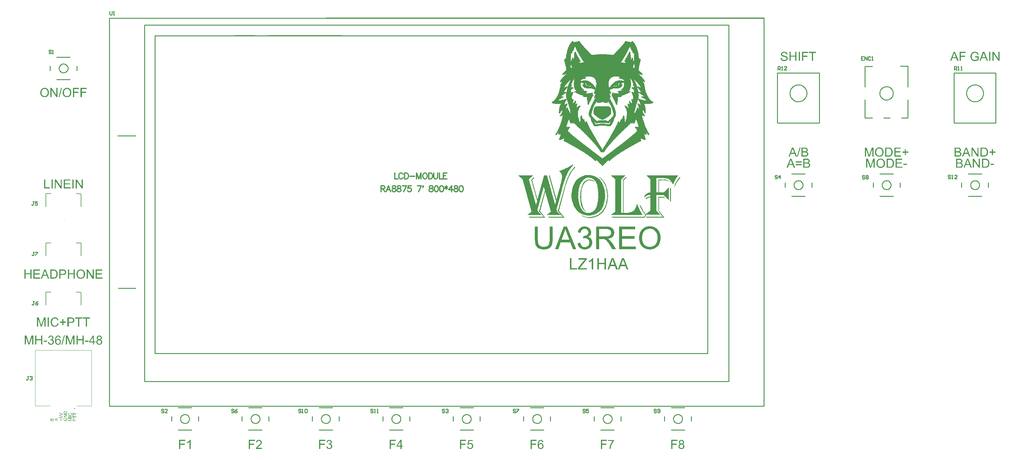
<source format=gto>
G04*
G04 #@! TF.GenerationSoftware,Altium Limited,Altium Designer,21.7.1 (17)*
G04*
G04 Layer_Color=65535*
%FSLAX25Y25*%
%MOIN*%
G70*
G04*
G04 #@! TF.SameCoordinates,4C4A95DF-11EF-4B83-83A5-CF7285FCABA4*
G04*
G04*
G04 #@! TF.FilePolarity,Positive*
G04*
G01*
G75*
%ADD10C,0.00394*%
%ADD11C,0.01000*%
%ADD12C,0.00787*%
%ADD13C,0.00232*%
%ADD14C,0.01235*%
G36*
X68870Y303282D02*
X67502D01*
X62199Y311213D01*
Y303282D01*
X60923D01*
Y313380D01*
X62276D01*
X67594Y305449D01*
Y313380D01*
X68870D01*
Y303282D01*
D02*
G37*
G36*
X45369Y303282D02*
X44001D01*
X38698Y311213D01*
Y303282D01*
X37423D01*
Y313380D01*
X38775D01*
X44093Y305449D01*
Y313380D01*
X45369D01*
Y303282D01*
D02*
G37*
G36*
X58587Y303282D02*
X57250D01*
Y313380D01*
X58587D01*
Y303282D01*
D02*
G37*
G36*
X54944Y312196D02*
X48981Y312196D01*
Y309092D01*
X54560Y309092D01*
Y307908D01*
X48981Y307908D01*
Y304465D01*
X55175Y304465D01*
Y303282D01*
X47644Y303282D01*
Y313380D01*
X54944Y313380D01*
Y312196D01*
D02*
G37*
G36*
X35086Y303282D02*
X33749D01*
Y313380D01*
X35086D01*
Y303282D01*
D02*
G37*
G36*
X26956Y304465D02*
X31920D01*
Y303282D01*
X25618D01*
Y313380D01*
X26956D01*
Y304465D01*
D02*
G37*
G36*
X59969Y202400D02*
X58632D01*
Y207165D01*
X53406D01*
Y202400D01*
X52069D01*
Y212498D01*
X53406D01*
Y208348D01*
X58632D01*
Y212498D01*
X59969D01*
Y202400D01*
D02*
G37*
G36*
X11400Y202400D02*
X10063D01*
Y207165D01*
X4837D01*
Y202400D01*
X3500D01*
Y212498D01*
X4837D01*
Y208348D01*
X10063D01*
Y212498D01*
X11400D01*
Y202400D01*
D02*
G37*
G36*
X81088Y202400D02*
X79720D01*
X74417Y210331D01*
Y202400D01*
X73141D01*
Y212498D01*
X74494D01*
X79812Y204567D01*
Y212498D01*
X81088D01*
Y202400D01*
D02*
G37*
G36*
X90663Y211315D02*
X84700Y211315D01*
Y208210D01*
X90279Y208210D01*
Y207026D01*
X84700Y207026D01*
Y203584D01*
X90894Y203584D01*
Y202400D01*
X83363Y202400D01*
Y212498D01*
X90663Y212498D01*
Y211315D01*
D02*
G37*
G36*
X46982Y212483D02*
X47228Y212467D01*
X47489Y212452D01*
X47735Y212421D01*
X47950Y212390D01*
X47981D01*
X48073Y212360D01*
X48211Y212329D01*
X48380Y212283D01*
X48580Y212221D01*
X48780Y212145D01*
X48995Y212037D01*
X49195Y211914D01*
X49210Y211899D01*
X49287Y211853D01*
X49380Y211776D01*
X49487Y211668D01*
X49610Y211530D01*
X49748Y211361D01*
X49887Y211176D01*
X50010Y210946D01*
X50025Y210915D01*
X50056Y210838D01*
X50102Y210715D01*
X50163Y210546D01*
X50225Y210346D01*
X50271Y210116D01*
X50302Y209855D01*
X50317Y209578D01*
Y209562D01*
Y209516D01*
Y209455D01*
X50302Y209363D01*
X50286Y209255D01*
X50271Y209117D01*
X50256Y208978D01*
X50209Y208825D01*
X50117Y208471D01*
X49964Y208118D01*
X49871Y207933D01*
X49764Y207749D01*
X49641Y207564D01*
X49487Y207395D01*
X49472Y207380D01*
X49441Y207365D01*
X49395Y207318D01*
X49333Y207257D01*
X49226Y207195D01*
X49118Y207119D01*
X48980Y207042D01*
X48811Y206965D01*
X48626Y206873D01*
X48411Y206796D01*
X48165Y206719D01*
X47904Y206658D01*
X47596Y206596D01*
X47274Y206550D01*
X46920Y206535D01*
X46536Y206519D01*
X43954D01*
Y202400D01*
X42617D01*
Y212498D01*
X46751D01*
X46982Y212483D01*
D02*
G37*
G36*
X36576D02*
X36853Y212467D01*
X37160Y212437D01*
X37452Y212390D01*
X37698Y212344D01*
X37714D01*
X37744Y212329D01*
X37775D01*
X37837Y212298D01*
X38006Y212252D01*
X38206Y212175D01*
X38436Y212083D01*
X38682Y211960D01*
X38928Y211806D01*
X39174Y211622D01*
X39189D01*
X39204Y211591D01*
X39312Y211499D01*
X39450Y211345D01*
X39619Y211145D01*
X39819Y210900D01*
X40019Y210608D01*
X40204Y210269D01*
X40373Y209885D01*
Y209870D01*
X40388Y209839D01*
X40403Y209778D01*
X40434Y209701D01*
X40465Y209609D01*
X40496Y209486D01*
X40542Y209347D01*
X40572Y209194D01*
X40603Y209025D01*
X40649Y208840D01*
X40711Y208440D01*
X40757Y207995D01*
X40772Y207503D01*
Y207488D01*
Y207457D01*
Y207395D01*
Y207303D01*
X40757Y207211D01*
Y207088D01*
X40742Y206811D01*
X40711Y206504D01*
X40649Y206150D01*
X40588Y205797D01*
X40496Y205459D01*
Y205443D01*
X40480Y205413D01*
X40465Y205366D01*
X40450Y205305D01*
X40388Y205151D01*
X40311Y204936D01*
X40219Y204706D01*
X40096Y204460D01*
X39958Y204214D01*
X39804Y203983D01*
X39789Y203952D01*
X39727Y203891D01*
X39650Y203783D01*
X39527Y203645D01*
X39404Y203507D01*
X39235Y203353D01*
X39066Y203199D01*
X38882Y203061D01*
X38866Y203046D01*
X38789Y203015D01*
X38682Y202953D01*
X38544Y202876D01*
X38375Y202800D01*
X38175Y202723D01*
X37944Y202646D01*
X37683Y202569D01*
X37652D01*
X37560Y202538D01*
X37422Y202523D01*
X37222Y202492D01*
X36991Y202462D01*
X36715Y202431D01*
X36407Y202415D01*
X36069Y202400D01*
X32442D01*
Y212498D01*
X36315D01*
X36576Y212483D01*
D02*
G37*
G36*
X31350Y202400D02*
X29844D01*
X28676Y205459D01*
X24434D01*
X23343Y202400D01*
X21929D01*
X25787Y212498D01*
X27247D01*
X31350Y202400D01*
D02*
G37*
G36*
X20960Y211315D02*
X14997D01*
Y208210D01*
X20576D01*
Y207026D01*
X14997D01*
Y203584D01*
X21191D01*
Y202400D01*
X13660D01*
Y212498D01*
X20960D01*
Y211315D01*
D02*
G37*
G36*
X66840Y212652D02*
X66963D01*
X67116Y212636D01*
X67270Y212606D01*
X67455Y212590D01*
X67839Y212498D01*
X68269Y212375D01*
X68700Y212221D01*
X68915Y212114D01*
X69130Y211991D01*
X69145D01*
X69176Y211960D01*
X69238Y211929D01*
X69314Y211868D01*
X69407Y211806D01*
X69514Y211714D01*
X69760Y211514D01*
X70037Y211253D01*
X70329Y210930D01*
X70590Y210561D01*
X70836Y210131D01*
Y210116D01*
X70867Y210070D01*
X70898Y210008D01*
X70928Y209916D01*
X70974Y209808D01*
X71020Y209670D01*
X71082Y209516D01*
X71143Y209347D01*
X71189Y209147D01*
X71251Y208948D01*
X71343Y208487D01*
X71405Y207979D01*
X71435Y207426D01*
Y207411D01*
Y207365D01*
Y207272D01*
X71420Y207165D01*
Y207026D01*
X71405Y206873D01*
X71389Y206704D01*
X71359Y206504D01*
X71282Y206073D01*
X71174Y205612D01*
X71020Y205136D01*
X70805Y204675D01*
Y204659D01*
X70775Y204629D01*
X70744Y204567D01*
X70698Y204475D01*
X70621Y204383D01*
X70544Y204260D01*
X70359Y203998D01*
X70114Y203707D01*
X69806Y203399D01*
X69453Y203107D01*
X69053Y202846D01*
X69038D01*
X69007Y202815D01*
X68945Y202784D01*
X68853Y202753D01*
X68746Y202707D01*
X68623Y202646D01*
X68484Y202600D01*
X68315Y202538D01*
X67962Y202431D01*
X67547Y202323D01*
X67086Y202262D01*
X66609Y202231D01*
X66471D01*
X66363Y202246D01*
X66240D01*
X66102Y202262D01*
X65933Y202292D01*
X65749Y202323D01*
X65364Y202400D01*
X64934Y202523D01*
X64488Y202692D01*
X64273Y202784D01*
X64058Y202907D01*
X64042Y202923D01*
X64012Y202938D01*
X63950Y202984D01*
X63873Y203030D01*
X63781Y203107D01*
X63674Y203184D01*
X63428Y203399D01*
X63151Y203676D01*
X62859Y203983D01*
X62598Y204367D01*
X62352Y204782D01*
Y204798D01*
X62321Y204844D01*
X62306Y204905D01*
X62260Y204997D01*
X62213Y205105D01*
X62167Y205228D01*
X62121Y205382D01*
X62075Y205551D01*
X62014Y205735D01*
X61967Y205920D01*
X61875Y206350D01*
X61814Y206811D01*
X61783Y207303D01*
Y207334D01*
Y207411D01*
X61798Y207549D01*
Y207718D01*
X61829Y207933D01*
X61860Y208179D01*
X61891Y208440D01*
X61952Y208748D01*
X62029Y209055D01*
X62106Y209378D01*
X62213Y209701D01*
X62352Y210023D01*
X62505Y210346D01*
X62674Y210669D01*
X62890Y210961D01*
X63120Y211238D01*
X63136Y211253D01*
X63182Y211299D01*
X63259Y211376D01*
X63366Y211468D01*
X63504Y211576D01*
X63658Y211684D01*
X63843Y211822D01*
X64058Y211960D01*
X64304Y212083D01*
X64565Y212221D01*
X64857Y212329D01*
X65164Y212452D01*
X65487Y212529D01*
X65841Y212606D01*
X66225Y212652D01*
X66609Y212667D01*
X66748D01*
X66840Y212652D01*
D02*
G37*
G36*
X35203Y45751D02*
X35267Y45745D01*
X35342Y45728D01*
X35428Y45711D01*
X35515Y45682D01*
X35601Y45642D01*
X35612Y45636D01*
X35641Y45625D01*
X35682Y45596D01*
X35733Y45567D01*
X35791Y45527D01*
X35849Y45480D01*
X35906Y45423D01*
X35958Y45365D01*
X35964Y45360D01*
X35975Y45336D01*
X35998Y45302D01*
X36027Y45250D01*
X36056Y45193D01*
X36085Y45118D01*
X36114Y45037D01*
X36142Y44951D01*
Y44939D01*
X36154Y44905D01*
X36160Y44853D01*
X36171Y44783D01*
X36183Y44691D01*
X36189Y44588D01*
X36200Y44473D01*
Y42900D01*
X32416D01*
Y44386D01*
X32421Y44426D01*
Y44467D01*
X32427Y44565D01*
X32445Y44674D01*
X32462Y44789D01*
X32491Y44905D01*
X32531Y45008D01*
Y45014D01*
X32537Y45020D01*
X32554Y45054D01*
X32583Y45100D01*
X32617Y45158D01*
X32669Y45227D01*
X32732Y45296D01*
X32802Y45360D01*
X32888Y45423D01*
X32899Y45429D01*
X32928Y45446D01*
X32980Y45469D01*
X33044Y45498D01*
X33118Y45527D01*
X33199Y45550D01*
X33291Y45567D01*
X33389Y45573D01*
X33401D01*
X33429D01*
X33476Y45567D01*
X33539Y45555D01*
X33608Y45538D01*
X33683Y45515D01*
X33769Y45486D01*
X33850Y45440D01*
X33861Y45434D01*
X33885Y45417D01*
X33925Y45383D01*
X33971Y45342D01*
X34029Y45285D01*
X34080Y45215D01*
X34138Y45135D01*
X34190Y45037D01*
Y45043D01*
X34196Y45054D01*
X34201Y45072D01*
X34207Y45095D01*
X34236Y45158D01*
X34270Y45233D01*
X34322Y45319D01*
X34380Y45406D01*
X34449Y45492D01*
X34535Y45567D01*
X34547Y45573D01*
X34576Y45596D01*
X34628Y45625D01*
X34697Y45665D01*
X34783Y45699D01*
X34875Y45728D01*
X34985Y45751D01*
X35106Y45757D01*
X35117D01*
X35152D01*
X35203Y45751D01*
D02*
G37*
G36*
X41197Y45866D02*
X40050Y45429D01*
Y43839D01*
X41197Y43430D01*
Y42900D01*
X37412Y44346D01*
Y44893D01*
X41197Y46431D01*
Y45866D01*
D02*
G37*
G36*
X46257Y50636D02*
Y50123D01*
X42472Y48654D01*
Y49201D01*
X45220Y50181D01*
X45226D01*
X45237Y50186D01*
X45254Y50192D01*
X45277Y50204D01*
X45341Y50221D01*
X45421Y50250D01*
X45519Y50284D01*
X45623Y50319D01*
X45842Y50382D01*
X45836D01*
X45830Y50388D01*
X45813Y50394D01*
X45790Y50400D01*
X45727Y50417D01*
X45646Y50440D01*
X45554Y50469D01*
X45450Y50503D01*
X45335Y50543D01*
X45220Y50584D01*
X42472Y51609D01*
Y52116D01*
X46257Y50636D01*
D02*
G37*
G36*
X45064Y48418D02*
X45110Y48412D01*
X45162Y48407D01*
X45220Y48401D01*
X45283Y48389D01*
X45421Y48349D01*
X45565Y48297D01*
X45646Y48263D01*
X45721Y48222D01*
X45796Y48176D01*
X45865Y48124D01*
X45871Y48119D01*
X45882Y48107D01*
X45905Y48084D01*
X45934Y48055D01*
X45969Y48021D01*
X46009Y47975D01*
X46049Y47923D01*
X46090Y47859D01*
X46136Y47796D01*
X46176Y47721D01*
X46216Y47635D01*
X46251Y47548D01*
X46280Y47450D01*
X46303Y47352D01*
X46314Y47243D01*
X46320Y47128D01*
Y47076D01*
X46314Y47041D01*
X46308Y47001D01*
X46303Y46949D01*
X46297Y46892D01*
X46285Y46828D01*
X46251Y46696D01*
X46199Y46558D01*
X46165Y46488D01*
X46124Y46419D01*
X46084Y46350D01*
X46032Y46287D01*
X46026Y46281D01*
X46020Y46275D01*
X46003Y46258D01*
X45980Y46235D01*
X45951Y46212D01*
X45917Y46183D01*
X45877Y46154D01*
X45830Y46120D01*
X45721Y46057D01*
X45588Y45993D01*
X45439Y45947D01*
X45352Y45930D01*
X45266Y45918D01*
X45231Y46408D01*
X45237D01*
X45249D01*
X45266Y46414D01*
X45289Y46419D01*
X45352Y46437D01*
X45433Y46460D01*
X45519Y46488D01*
X45606Y46535D01*
X45692Y46586D01*
X45767Y46655D01*
X45773Y46667D01*
X45796Y46690D01*
X45819Y46730D01*
X45853Y46788D01*
X45882Y46857D01*
X45911Y46938D01*
X45934Y47030D01*
X45940Y47128D01*
Y47162D01*
X45934Y47185D01*
X45928Y47249D01*
X45911Y47329D01*
X45877Y47416D01*
X45836Y47514D01*
X45773Y47606D01*
X45738Y47652D01*
X45692Y47698D01*
X45686D01*
X45681Y47710D01*
X45646Y47733D01*
X45588Y47773D01*
X45514Y47813D01*
X45416Y47854D01*
X45300Y47894D01*
X45168Y47917D01*
X45018Y47929D01*
X45013D01*
X45001D01*
X44978D01*
X44955Y47923D01*
X44920D01*
X44880Y47917D01*
X44788Y47900D01*
X44690Y47877D01*
X44586Y47836D01*
X44483Y47779D01*
X44390Y47704D01*
X44379Y47692D01*
X44356Y47664D01*
X44315Y47617D01*
X44275Y47548D01*
X44235Y47468D01*
X44195Y47364D01*
X44172Y47249D01*
X44160Y47122D01*
Y47082D01*
X44166Y47041D01*
X44172Y46984D01*
X44189Y46920D01*
X44206Y46851D01*
X44235Y46782D01*
X44269Y46713D01*
X44275Y46707D01*
X44287Y46684D01*
X44310Y46650D01*
X44339Y46609D01*
X44379Y46569D01*
X44425Y46523D01*
X44477Y46477D01*
X44534Y46437D01*
X44471Y45999D01*
X42530Y46367D01*
Y48245D01*
X42973D01*
Y46736D01*
X43993Y46529D01*
X43987Y46535D01*
X43981Y46546D01*
X43970Y46563D01*
X43953Y46586D01*
X43935Y46621D01*
X43918Y46655D01*
X43872Y46748D01*
X43826Y46851D01*
X43791Y46972D01*
X43763Y47105D01*
X43751Y47243D01*
Y47289D01*
X43757Y47324D01*
X43763Y47370D01*
X43768Y47416D01*
X43780Y47473D01*
X43791Y47531D01*
X43837Y47664D01*
X43861Y47733D01*
X43895Y47802D01*
X43935Y47877D01*
X43981Y47946D01*
X44033Y48015D01*
X44097Y48078D01*
X44102Y48084D01*
X44114Y48096D01*
X44131Y48113D01*
X44160Y48130D01*
X44195Y48159D01*
X44235Y48188D01*
X44281Y48217D01*
X44333Y48251D01*
X44396Y48286D01*
X44460Y48314D01*
X44534Y48343D01*
X44609Y48372D01*
X44696Y48389D01*
X44782Y48407D01*
X44880Y48418D01*
X44978Y48424D01*
X44984D01*
X45001D01*
X45030D01*
X45064Y48418D01*
D02*
G37*
G36*
X44609Y44369D02*
X45646D01*
Y43931D01*
X44609D01*
Y42900D01*
X44177D01*
Y43931D01*
X43146D01*
Y44369D01*
X44177D01*
Y45400D01*
X44609D01*
Y44369D01*
D02*
G37*
G36*
X49577Y54063D02*
X49623D01*
X49727Y54057D01*
X49842Y54046D01*
X49975Y54023D01*
X50107Y54000D01*
X50234Y53965D01*
X50239D01*
X50251Y53959D01*
X50268Y53953D01*
X50291Y53948D01*
X50349Y53925D01*
X50430Y53896D01*
X50516Y53861D01*
X50608Y53815D01*
X50700Y53763D01*
X50787Y53706D01*
X50798Y53700D01*
X50821Y53677D01*
X50862Y53648D01*
X50913Y53602D01*
X50965Y53556D01*
X51023Y53493D01*
X51081Y53429D01*
X51132Y53360D01*
X51138Y53354D01*
X51150Y53326D01*
X51173Y53285D01*
X51201Y53233D01*
X51230Y53170D01*
X51259Y53095D01*
X51288Y53009D01*
X51317Y52911D01*
Y52899D01*
X51328Y52865D01*
X51334Y52813D01*
X51345Y52738D01*
X51357Y52652D01*
X51368Y52548D01*
X51374Y52433D01*
X51380Y52306D01*
Y50947D01*
X47596D01*
Y52398D01*
X47601Y52496D01*
X47607Y52600D01*
X47619Y52715D01*
X47636Y52824D01*
X47653Y52917D01*
Y52922D01*
X47659Y52934D01*
Y52945D01*
X47671Y52969D01*
X47688Y53032D01*
X47717Y53107D01*
X47751Y53193D01*
X47797Y53285D01*
X47855Y53377D01*
X47924Y53470D01*
Y53475D01*
X47936Y53481D01*
X47970Y53521D01*
X48028Y53573D01*
X48103Y53637D01*
X48195Y53711D01*
X48304Y53786D01*
X48431Y53856D01*
X48575Y53919D01*
X48581D01*
X48592Y53925D01*
X48615Y53930D01*
X48644Y53942D01*
X48679Y53953D01*
X48725Y53965D01*
X48777Y53982D01*
X48834Y53994D01*
X48897Y54005D01*
X48967Y54023D01*
X49116Y54046D01*
X49283Y54063D01*
X49468Y54069D01*
X49473D01*
X49485D01*
X49508D01*
X49543D01*
X49577Y54063D01*
D02*
G37*
G36*
X51380Y49593D02*
X48408Y47606D01*
X51380D01*
Y47128D01*
X47596D01*
Y47635D01*
X50568Y49628D01*
X47596D01*
Y50106D01*
X51380D01*
Y49593D01*
D02*
G37*
G36*
X50862Y46391D02*
X50867Y46379D01*
X50885Y46362D01*
X50902Y46333D01*
X50931Y46298D01*
X50954Y46258D01*
X51023Y46160D01*
X51092Y46045D01*
X51167Y45918D01*
X51236Y45774D01*
X51299Y45630D01*
Y45625D01*
X51305Y45613D01*
X51311Y45590D01*
X51322Y45561D01*
X51334Y45527D01*
X51345Y45486D01*
X51357Y45434D01*
X51368Y45383D01*
X51397Y45262D01*
X51420Y45129D01*
X51438Y44979D01*
X51443Y44830D01*
Y44778D01*
X51438Y44737D01*
Y44686D01*
X51432Y44628D01*
X51426Y44565D01*
X51415Y44495D01*
X51386Y44334D01*
X51345Y44167D01*
X51288Y43989D01*
X51207Y43816D01*
X51201Y43810D01*
X51196Y43799D01*
X51184Y43770D01*
X51161Y43741D01*
X51138Y43701D01*
X51109Y43660D01*
X51034Y43562D01*
X50937Y43447D01*
X50815Y43338D01*
X50677Y43228D01*
X50522Y43130D01*
X50516D01*
X50499Y43119D01*
X50476Y43107D01*
X50441Y43096D01*
X50401Y43079D01*
X50349Y43055D01*
X50291Y43038D01*
X50222Y43015D01*
X50153Y42992D01*
X50072Y42975D01*
X49900Y42935D01*
X49710Y42911D01*
X49508Y42900D01*
X49502D01*
X49485D01*
X49456D01*
X49416Y42906D01*
X49364D01*
X49306Y42911D01*
X49243Y42917D01*
X49174Y42929D01*
X49013Y42958D01*
X48840Y42998D01*
X48656Y43055D01*
X48477Y43130D01*
X48471D01*
X48454Y43142D01*
X48431Y43153D01*
X48396Y43171D01*
X48356Y43200D01*
X48316Y43228D01*
X48206Y43297D01*
X48091Y43395D01*
X47976Y43505D01*
X47866Y43643D01*
X47815Y43712D01*
X47769Y43793D01*
Y43799D01*
X47757Y43810D01*
X47745Y43839D01*
X47734Y43868D01*
X47711Y43908D01*
X47694Y43960D01*
X47671Y44017D01*
X47648Y44081D01*
X47630Y44150D01*
X47607Y44225D01*
X47567Y44398D01*
X47544Y44582D01*
X47532Y44789D01*
Y44858D01*
X47538Y44893D01*
Y44939D01*
X47550Y45037D01*
X47567Y45146D01*
X47590Y45273D01*
X47624Y45400D01*
X47671Y45527D01*
Y45532D01*
X47676Y45544D01*
X47682Y45561D01*
X47694Y45584D01*
X47722Y45642D01*
X47769Y45717D01*
X47820Y45803D01*
X47884Y45889D01*
X47953Y45976D01*
X48039Y46051D01*
X48051Y46057D01*
X48079Y46079D01*
X48131Y46114D01*
X48206Y46160D01*
X48293Y46206D01*
X48396Y46252D01*
X48517Y46298D01*
X48656Y46339D01*
X48782Y45884D01*
X48777D01*
X48771Y45878D01*
X48736Y45872D01*
X48684Y45849D01*
X48615Y45826D01*
X48546Y45797D01*
X48471Y45763D01*
X48396Y45722D01*
X48327Y45676D01*
X48321Y45671D01*
X48298Y45653D01*
X48270Y45625D01*
X48229Y45584D01*
X48189Y45532D01*
X48143Y45469D01*
X48103Y45400D01*
X48062Y45313D01*
X48057Y45302D01*
X48045Y45273D01*
X48028Y45221D01*
X48010Y45158D01*
X47993Y45083D01*
X47976Y44997D01*
X47964Y44899D01*
X47959Y44795D01*
Y44737D01*
X47964Y44674D01*
X47970Y44593D01*
X47987Y44501D01*
X48005Y44398D01*
X48033Y44300D01*
X48068Y44202D01*
X48074Y44190D01*
X48085Y44161D01*
X48108Y44115D01*
X48143Y44058D01*
X48183Y43994D01*
X48229Y43925D01*
X48281Y43862D01*
X48344Y43799D01*
X48350Y43793D01*
X48373Y43775D01*
X48408Y43747D01*
X48454Y43712D01*
X48511Y43672D01*
X48575Y43632D01*
X48644Y43597D01*
X48719Y43562D01*
X48725D01*
X48736Y43557D01*
X48753Y43551D01*
X48782Y43539D01*
X48811Y43528D01*
X48851Y43516D01*
X48943Y43493D01*
X49059Y43464D01*
X49185Y43441D01*
X49329Y43424D01*
X49479Y43418D01*
X49485D01*
X49502D01*
X49525D01*
X49566Y43424D01*
X49606D01*
X49658Y43430D01*
X49715Y43436D01*
X49773Y43441D01*
X49911Y43459D01*
X50055Y43493D01*
X50193Y43534D01*
X50332Y43591D01*
X50337D01*
X50349Y43597D01*
X50366Y43608D01*
X50389Y43626D01*
X50447Y43666D01*
X50522Y43718D01*
X50602Y43787D01*
X50689Y43873D01*
X50769Y43977D01*
X50839Y44092D01*
Y44098D01*
X50844Y44110D01*
X50856Y44127D01*
X50862Y44150D01*
X50873Y44179D01*
X50890Y44219D01*
X50919Y44305D01*
X50948Y44415D01*
X50977Y44530D01*
X50994Y44663D01*
X51000Y44801D01*
Y44858D01*
X50994Y44922D01*
X50983Y45002D01*
X50971Y45095D01*
X50948Y45204D01*
X50919Y45319D01*
X50879Y45434D01*
Y45440D01*
X50873Y45446D01*
X50867Y45463D01*
X50856Y45486D01*
X50833Y45544D01*
X50798Y45613D01*
X50758Y45688D01*
X50712Y45763D01*
X50660Y45838D01*
X50608Y45907D01*
X49894D01*
Y44795D01*
X49450D01*
Y46396D01*
X50856D01*
X50862Y46391D01*
D02*
G37*
G36*
X55334Y51978D02*
X55363Y51966D01*
X55409Y51955D01*
X55455Y51932D01*
X55518Y51909D01*
X55582Y51886D01*
X55651Y51851D01*
X55806Y51776D01*
X55962Y51673D01*
X56112Y51557D01*
X56181Y51488D01*
X56244Y51413D01*
X56250Y51407D01*
X56256Y51396D01*
X56273Y51373D01*
X56296Y51338D01*
X56319Y51298D01*
X56348Y51252D01*
X56377Y51200D01*
X56405Y51137D01*
X56434Y51068D01*
X56463Y50993D01*
X56492Y50906D01*
X56515Y50820D01*
X56555Y50630D01*
X56561Y50526D01*
X56567Y50417D01*
Y50359D01*
X56561Y50313D01*
Y50261D01*
X56555Y50204D01*
X56544Y50135D01*
X56538Y50065D01*
X56503Y49904D01*
X56463Y49737D01*
X56400Y49576D01*
X56365Y49495D01*
X56319Y49420D01*
X56313Y49415D01*
X56308Y49403D01*
X56290Y49386D01*
X56273Y49357D01*
X56215Y49288D01*
X56135Y49207D01*
X56037Y49109D01*
X55910Y49017D01*
X55766Y48919D01*
X55599Y48839D01*
X55593D01*
X55576Y48833D01*
X55553Y48821D01*
X55518Y48810D01*
X55472Y48792D01*
X55421Y48775D01*
X55363Y48758D01*
X55294Y48741D01*
X55225Y48723D01*
X55144Y48706D01*
X54971Y48671D01*
X54787Y48649D01*
X54585Y48643D01*
X54580D01*
X54557D01*
X54528D01*
X54487Y48649D01*
X54435D01*
X54372Y48654D01*
X54309Y48660D01*
X54234Y48671D01*
X54073Y48700D01*
X53900Y48735D01*
X53721Y48792D01*
X53554Y48867D01*
X53549D01*
X53537Y48879D01*
X53514Y48890D01*
X53479Y48908D01*
X53445Y48931D01*
X53404Y48959D01*
X53307Y49034D01*
X53197Y49121D01*
X53088Y49230D01*
X52978Y49363D01*
X52886Y49507D01*
Y49512D01*
X52875Y49524D01*
X52863Y49547D01*
X52851Y49582D01*
X52834Y49616D01*
X52811Y49662D01*
X52794Y49720D01*
X52771Y49777D01*
X52748Y49841D01*
X52731Y49910D01*
X52690Y50065D01*
X52667Y50238D01*
X52656Y50423D01*
Y50480D01*
X52661Y50520D01*
X52667Y50567D01*
X52673Y50624D01*
X52679Y50687D01*
X52690Y50757D01*
X52725Y50906D01*
X52777Y51068D01*
X52811Y51148D01*
X52851Y51229D01*
X52898Y51304D01*
X52949Y51379D01*
X52955Y51385D01*
X52961Y51396D01*
X52978Y51413D01*
X53001Y51442D01*
X53030Y51471D01*
X53070Y51511D01*
X53111Y51552D01*
X53157Y51592D01*
X53214Y51638D01*
X53272Y51678D01*
X53341Y51724D01*
X53416Y51770D01*
X53491Y51811D01*
X53577Y51851D01*
X53762Y51920D01*
X53877Y51425D01*
X53871D01*
X53860Y51419D01*
X53837Y51413D01*
X53808Y51402D01*
X53773Y51385D01*
X53733Y51367D01*
X53646Y51327D01*
X53549Y51275D01*
X53445Y51206D01*
X53353Y51131D01*
X53272Y51039D01*
X53266Y51027D01*
X53243Y50993D01*
X53214Y50941D01*
X53174Y50866D01*
X53140Y50780D01*
X53111Y50670D01*
X53088Y50549D01*
X53082Y50411D01*
Y50371D01*
X53088Y50342D01*
Y50302D01*
X53093Y50261D01*
X53111Y50158D01*
X53134Y50042D01*
X53174Y49921D01*
X53226Y49801D01*
X53295Y49685D01*
Y49679D01*
X53307Y49674D01*
X53335Y49639D01*
X53381Y49587D01*
X53445Y49524D01*
X53525Y49461D01*
X53618Y49391D01*
X53733Y49328D01*
X53860Y49276D01*
X53865D01*
X53877Y49271D01*
X53894Y49265D01*
X53923Y49259D01*
X53952Y49248D01*
X53992Y49242D01*
X54084Y49219D01*
X54194Y49196D01*
X54315Y49178D01*
X54447Y49167D01*
X54585Y49161D01*
X54591D01*
X54608D01*
X54631D01*
X54666D01*
X54706Y49167D01*
X54758D01*
X54810Y49173D01*
X54868Y49178D01*
X55000Y49196D01*
X55144Y49219D01*
X55288Y49253D01*
X55426Y49299D01*
X55432D01*
X55444Y49305D01*
X55461Y49317D01*
X55484Y49328D01*
X55553Y49357D01*
X55628Y49403D01*
X55720Y49466D01*
X55806Y49541D01*
X55893Y49628D01*
X55968Y49731D01*
Y49737D01*
X55973Y49743D01*
X55985Y49760D01*
X55997Y49783D01*
X56020Y49847D01*
X56054Y49927D01*
X56083Y50019D01*
X56112Y50129D01*
X56135Y50250D01*
X56141Y50376D01*
Y50417D01*
X56135Y50446D01*
Y50480D01*
X56129Y50526D01*
X56112Y50624D01*
X56083Y50734D01*
X56037Y50855D01*
X55979Y50970D01*
X55899Y51085D01*
X55893Y51091D01*
X55887Y51096D01*
X55853Y51131D01*
X55795Y51183D01*
X55720Y51246D01*
X55616Y51310D01*
X55495Y51379D01*
X55346Y51436D01*
X55179Y51482D01*
X55305Y51983D01*
X55311D01*
X55334Y51978D01*
D02*
G37*
G36*
X56503Y47404D02*
X52719D01*
Y47905D01*
X56503D01*
Y47404D01*
D02*
G37*
G36*
Y46028D02*
X53335D01*
X56503Y44922D01*
Y44473D01*
X53284Y43384D01*
X56503D01*
Y42900D01*
X52719D01*
Y43649D01*
X55397Y44547D01*
X55403D01*
X55415Y44553D01*
X55432Y44559D01*
X55461Y44565D01*
X55524Y44588D01*
X55605Y44616D01*
X55697Y44645D01*
X55789Y44674D01*
X55881Y44703D01*
X55956Y44726D01*
X55945Y44732D01*
X55916Y44737D01*
X55870Y44755D01*
X55806Y44778D01*
X55720Y44801D01*
X55616Y44835D01*
X55495Y44881D01*
X55351Y44927D01*
X52719Y45832D01*
Y46512D01*
X56503D01*
Y46028D01*
D02*
G37*
G36*
X58159Y51114D02*
X61500D01*
Y50613D01*
X58159D01*
Y49369D01*
X57716D01*
Y52358D01*
X58159D01*
Y51114D01*
D02*
G37*
G36*
Y47888D02*
X61500D01*
Y47387D01*
X58159D01*
Y46143D01*
X57716D01*
Y49132D01*
X58159D01*
Y47888D01*
D02*
G37*
G36*
X58891Y45780D02*
X58931Y45774D01*
X58983Y45768D01*
X59035Y45763D01*
X59092Y45745D01*
X59225Y45711D01*
X59357Y45653D01*
X59426Y45619D01*
X59496Y45578D01*
X59565Y45532D01*
X59628Y45475D01*
X59634Y45469D01*
X59640Y45457D01*
X59657Y45440D01*
X59680Y45417D01*
X59703Y45377D01*
X59732Y45336D01*
X59760Y45285D01*
X59789Y45221D01*
X59824Y45152D01*
X59853Y45072D01*
X59881Y44979D01*
X59904Y44881D01*
X59927Y44766D01*
X59945Y44645D01*
X59951Y44513D01*
X59956Y44369D01*
Y43401D01*
X61500D01*
Y42900D01*
X57716D01*
Y44449D01*
X57721Y44536D01*
X57727Y44628D01*
X57733Y44726D01*
X57744Y44818D01*
X57756Y44899D01*
Y44910D01*
X57767Y44945D01*
X57779Y44997D01*
X57796Y45060D01*
X57819Y45135D01*
X57848Y45210D01*
X57889Y45290D01*
X57935Y45365D01*
X57940Y45371D01*
X57958Y45400D01*
X57986Y45434D01*
X58027Y45475D01*
X58079Y45521D01*
X58142Y45573D01*
X58211Y45625D01*
X58297Y45671D01*
X58309Y45676D01*
X58338Y45688D01*
X58384Y45705D01*
X58447Y45728D01*
X58522Y45751D01*
X58609Y45768D01*
X58706Y45780D01*
X58810Y45786D01*
X58816D01*
X58833D01*
X58856D01*
X58891Y45780D01*
D02*
G37*
G36*
X1088215Y329528D02*
X1084418D01*
Y330773D01*
X1088215D01*
Y329528D01*
D02*
G37*
G36*
X1072645Y326500D02*
X1071277D01*
X1065975Y334431D01*
Y326500D01*
X1064699D01*
Y336598D01*
X1066051D01*
X1071369Y328667D01*
Y336598D01*
X1072645D01*
Y326500D01*
D02*
G37*
G36*
X1079024Y336583D02*
X1079300Y336567D01*
X1079608Y336537D01*
X1079900Y336491D01*
X1080146Y336444D01*
X1080161D01*
X1080192Y336429D01*
X1080223D01*
X1080284Y336398D01*
X1080453Y336352D01*
X1080653Y336275D01*
X1080883Y336183D01*
X1081129Y336060D01*
X1081375Y335906D01*
X1081621Y335722D01*
X1081637D01*
X1081652Y335691D01*
X1081759Y335599D01*
X1081898Y335445D01*
X1082067Y335245D01*
X1082267Y335000D01*
X1082467Y334708D01*
X1082651Y334369D01*
X1082820Y333985D01*
Y333970D01*
X1082835Y333939D01*
X1082851Y333878D01*
X1082882Y333801D01*
X1082912Y333709D01*
X1082943Y333586D01*
X1082989Y333447D01*
X1083020Y333294D01*
X1083051Y333124D01*
X1083097Y332940D01*
X1083158Y332540D01*
X1083204Y332095D01*
X1083220Y331603D01*
Y331588D01*
Y331557D01*
Y331495D01*
Y331403D01*
X1083204Y331311D01*
Y331188D01*
X1083189Y330911D01*
X1083158Y330604D01*
X1083097Y330250D01*
X1083035Y329897D01*
X1082943Y329559D01*
Y329543D01*
X1082928Y329513D01*
X1082912Y329466D01*
X1082897Y329405D01*
X1082835Y329251D01*
X1082759Y329036D01*
X1082666Y328805D01*
X1082543Y328560D01*
X1082405Y328314D01*
X1082251Y328083D01*
X1082236Y328052D01*
X1082174Y327991D01*
X1082098Y327883D01*
X1081975Y327745D01*
X1081852Y327607D01*
X1081683Y327453D01*
X1081514Y327299D01*
X1081329Y327161D01*
X1081314Y327146D01*
X1081237Y327115D01*
X1081129Y327053D01*
X1080991Y326976D01*
X1080822Y326900D01*
X1080622Y326823D01*
X1080392Y326746D01*
X1080130Y326669D01*
X1080100D01*
X1080007Y326638D01*
X1079869Y326623D01*
X1079669Y326592D01*
X1079439Y326561D01*
X1079162Y326531D01*
X1078855Y326515D01*
X1078516Y326500D01*
X1074889D01*
Y336598D01*
X1078762D01*
X1079024Y336583D01*
D02*
G37*
G36*
X1063623Y326500D02*
X1062117D01*
X1060948Y329559D01*
X1056706D01*
X1055615Y326500D01*
X1054201D01*
X1058059Y336598D01*
X1059519D01*
X1063623Y326500D01*
D02*
G37*
G36*
X1049913Y336583D02*
X1050021D01*
X1050282Y336567D01*
X1050574Y336521D01*
X1050881Y336475D01*
X1051189Y336398D01*
X1051465Y336291D01*
X1051481D01*
X1051496Y336275D01*
X1051588Y336229D01*
X1051711Y336152D01*
X1051865Y336060D01*
X1052049Y335922D01*
X1052234Y335753D01*
X1052403Y335568D01*
X1052572Y335338D01*
X1052587Y335307D01*
X1052633Y335230D01*
X1052695Y335092D01*
X1052772Y334923D01*
X1052849Y334723D01*
X1052910Y334508D01*
X1052956Y334262D01*
X1052971Y334001D01*
Y333970D01*
Y333893D01*
X1052956Y333770D01*
X1052925Y333601D01*
X1052879Y333417D01*
X1052818Y333217D01*
X1052741Y332986D01*
X1052618Y332771D01*
X1052603Y332740D01*
X1052557Y332679D01*
X1052464Y332571D01*
X1052357Y332448D01*
X1052203Y332295D01*
X1052019Y332156D01*
X1051803Y332002D01*
X1051542Y331864D01*
X1051558D01*
X1051588Y331849D01*
X1051634Y331833D01*
X1051696Y331818D01*
X1051865Y331741D01*
X1052065Y331649D01*
X1052295Y331511D01*
X1052526Y331357D01*
X1052756Y331172D01*
X1052956Y330942D01*
X1052971Y330911D01*
X1053033Y330834D01*
X1053110Y330696D01*
X1053217Y330512D01*
X1053310Y330281D01*
X1053386Y330035D01*
X1053448Y329743D01*
X1053463Y329420D01*
Y329390D01*
Y329297D01*
X1053448Y329159D01*
X1053433Y328990D01*
X1053386Y328790D01*
X1053340Y328560D01*
X1053263Y328329D01*
X1053156Y328099D01*
X1053141Y328068D01*
X1053110Y327991D01*
X1053033Y327883D01*
X1052956Y327745D01*
X1052849Y327591D01*
X1052726Y327438D01*
X1052572Y327284D01*
X1052418Y327146D01*
X1052403Y327130D01*
X1052341Y327099D01*
X1052249Y327038D01*
X1052111Y326961D01*
X1051957Y326884D01*
X1051757Y326807D01*
X1051542Y326730D01*
X1051311Y326654D01*
X1051281D01*
X1051189Y326623D01*
X1051050Y326608D01*
X1050866Y326577D01*
X1050620Y326546D01*
X1050343Y326531D01*
X1050036Y326500D01*
X1045840D01*
Y336598D01*
X1049805D01*
X1049913Y336583D01*
D02*
G37*
G36*
X990850Y329528D02*
X987054D01*
Y330773D01*
X990850D01*
Y329528D01*
D02*
G37*
G36*
X955007Y326500D02*
X953716D01*
Y334953D01*
X950765Y326500D01*
X949566D01*
X946661Y335092D01*
Y326500D01*
X945370D01*
Y336598D01*
X947368D01*
X949766Y329451D01*
Y329436D01*
X949781Y329405D01*
X949797Y329359D01*
X949812Y329282D01*
X949874Y329113D01*
X949951Y328898D01*
X950027Y328652D01*
X950104Y328406D01*
X950181Y328160D01*
X950243Y327960D01*
X950258Y327991D01*
X950273Y328068D01*
X950319Y328191D01*
X950381Y328360D01*
X950442Y328590D01*
X950535Y328867D01*
X950657Y329190D01*
X950780Y329574D01*
X953193Y336598D01*
X955007D01*
Y326500D01*
D02*
G37*
G36*
X985624Y335415D02*
X979661D01*
Y332310D01*
X985240D01*
Y331126D01*
X979661D01*
Y327683D01*
X985855D01*
Y326500D01*
X978323D01*
Y336598D01*
X985624D01*
Y335415D01*
D02*
G37*
G36*
X972252Y336583D02*
X972529Y336567D01*
X972836Y336537D01*
X973128Y336491D01*
X973374Y336444D01*
X973390D01*
X973421Y336429D01*
X973451D01*
X973513Y336398D01*
X973682Y336352D01*
X973882Y336275D01*
X974112Y336183D01*
X974358Y336060D01*
X974604Y335906D01*
X974850Y335722D01*
X974865D01*
X974881Y335691D01*
X974988Y335599D01*
X975126Y335445D01*
X975296Y335245D01*
X975495Y335000D01*
X975695Y334708D01*
X975880Y334369D01*
X976049Y333985D01*
Y333970D01*
X976064Y333939D01*
X976079Y333878D01*
X976110Y333801D01*
X976141Y333709D01*
X976172Y333586D01*
X976218Y333447D01*
X976248Y333294D01*
X976279Y333124D01*
X976325Y332940D01*
X976387Y332540D01*
X976433Y332095D01*
X976448Y331603D01*
Y331588D01*
Y331557D01*
Y331495D01*
Y331403D01*
X976433Y331311D01*
Y331188D01*
X976418Y330911D01*
X976387Y330604D01*
X976325Y330250D01*
X976264Y329897D01*
X976172Y329559D01*
Y329543D01*
X976156Y329513D01*
X976141Y329466D01*
X976126Y329405D01*
X976064Y329251D01*
X975987Y329036D01*
X975895Y328805D01*
X975772Y328560D01*
X975634Y328314D01*
X975480Y328083D01*
X975465Y328052D01*
X975403Y327991D01*
X975326Y327883D01*
X975203Y327745D01*
X975080Y327607D01*
X974911Y327453D01*
X974742Y327299D01*
X974558Y327161D01*
X974543Y327146D01*
X974466Y327115D01*
X974358Y327053D01*
X974220Y326976D01*
X974051Y326900D01*
X973851Y326823D01*
X973620Y326746D01*
X973359Y326669D01*
X973328D01*
X973236Y326638D01*
X973098Y326623D01*
X972898Y326592D01*
X972667Y326561D01*
X972391Y326531D01*
X972083Y326515D01*
X971745Y326500D01*
X968118D01*
Y336598D01*
X971991D01*
X972252Y336583D01*
D02*
G37*
G36*
X961801Y336752D02*
X961924D01*
X962077Y336736D01*
X962231Y336706D01*
X962416Y336690D01*
X962800Y336598D01*
X963230Y336475D01*
X963661Y336321D01*
X963876Y336214D01*
X964091Y336091D01*
X964106D01*
X964137Y336060D01*
X964198Y336029D01*
X964275Y335968D01*
X964367Y335906D01*
X964475Y335814D01*
X964721Y335614D01*
X964998Y335353D01*
X965290Y335030D01*
X965551Y334662D01*
X965797Y334231D01*
Y334216D01*
X965828Y334170D01*
X965858Y334108D01*
X965889Y334016D01*
X965935Y333908D01*
X965981Y333770D01*
X966043Y333616D01*
X966104Y333447D01*
X966150Y333247D01*
X966212Y333048D01*
X966304Y332587D01*
X966366Y332079D01*
X966396Y331526D01*
Y331511D01*
Y331465D01*
Y331372D01*
X966381Y331265D01*
Y331126D01*
X966366Y330973D01*
X966350Y330804D01*
X966319Y330604D01*
X966243Y330173D01*
X966135Y329712D01*
X965981Y329236D01*
X965766Y328775D01*
Y328759D01*
X965736Y328729D01*
X965705Y328667D01*
X965659Y328575D01*
X965582Y328483D01*
X965505Y328360D01*
X965320Y328099D01*
X965075Y327806D01*
X964767Y327499D01*
X964414Y327207D01*
X964014Y326946D01*
X963999D01*
X963968Y326915D01*
X963906Y326884D01*
X963814Y326853D01*
X963707Y326807D01*
X963584Y326746D01*
X963445Y326700D01*
X963276Y326638D01*
X962923Y326531D01*
X962508Y326423D01*
X962047Y326362D01*
X961570Y326331D01*
X961432D01*
X961324Y326346D01*
X961201D01*
X961063Y326362D01*
X960894Y326392D01*
X960709Y326423D01*
X960325Y326500D01*
X959895Y326623D01*
X959449Y326792D01*
X959234Y326884D01*
X959019Y327007D01*
X959003Y327023D01*
X958973Y327038D01*
X958911Y327084D01*
X958834Y327130D01*
X958742Y327207D01*
X958634Y327284D01*
X958389Y327499D01*
X958112Y327776D01*
X957820Y328083D01*
X957559Y328467D01*
X957313Y328882D01*
Y328898D01*
X957282Y328944D01*
X957267Y329005D01*
X957220Y329098D01*
X957174Y329205D01*
X957128Y329328D01*
X957082Y329482D01*
X957036Y329651D01*
X956975Y329835D01*
X956928Y330020D01*
X956836Y330450D01*
X956775Y330911D01*
X956744Y331403D01*
Y331434D01*
Y331511D01*
X956759Y331649D01*
Y331818D01*
X956790Y332033D01*
X956821Y332279D01*
X956852Y332540D01*
X956913Y332848D01*
X956990Y333155D01*
X957067Y333478D01*
X957174Y333801D01*
X957313Y334123D01*
X957466Y334446D01*
X957635Y334769D01*
X957851Y335061D01*
X958081Y335338D01*
X958097Y335353D01*
X958143Y335399D01*
X958220Y335476D01*
X958327Y335568D01*
X958465Y335676D01*
X958619Y335784D01*
X958804Y335922D01*
X959019Y336060D01*
X959265Y336183D01*
X959526Y336321D01*
X959818Y336429D01*
X960125Y336552D01*
X960448Y336629D01*
X960802Y336706D01*
X961186Y336752D01*
X961570Y336767D01*
X961709D01*
X961801Y336752D01*
D02*
G37*
G36*
X1071047Y339000D02*
X1069679D01*
X1064376Y346931D01*
Y339000D01*
X1063100D01*
Y349098D01*
X1064453D01*
X1069771Y341167D01*
Y349098D01*
X1071047D01*
Y339000D01*
D02*
G37*
G36*
X1087062Y344549D02*
X1089813D01*
Y343396D01*
X1087062D01*
Y340629D01*
X1085894D01*
Y343396D01*
X1083143D01*
Y344549D01*
X1085894D01*
Y347300D01*
X1087062D01*
Y344549D01*
D02*
G37*
G36*
X1077425Y349083D02*
X1077702Y349067D01*
X1078009Y349037D01*
X1078301Y348991D01*
X1078547Y348944D01*
X1078563D01*
X1078593Y348929D01*
X1078624D01*
X1078685Y348898D01*
X1078855Y348852D01*
X1079054Y348775D01*
X1079285Y348683D01*
X1079531Y348560D01*
X1079777Y348406D01*
X1080023Y348222D01*
X1080038D01*
X1080053Y348191D01*
X1080161Y348099D01*
X1080299Y347945D01*
X1080468Y347745D01*
X1080668Y347500D01*
X1080868Y347208D01*
X1081052Y346869D01*
X1081222Y346485D01*
Y346470D01*
X1081237Y346439D01*
X1081252Y346378D01*
X1081283Y346301D01*
X1081314Y346209D01*
X1081345Y346086D01*
X1081391Y345947D01*
X1081421Y345794D01*
X1081452Y345624D01*
X1081498Y345440D01*
X1081560Y345040D01*
X1081606Y344595D01*
X1081621Y344103D01*
Y344088D01*
Y344057D01*
Y343995D01*
Y343903D01*
X1081606Y343811D01*
Y343688D01*
X1081590Y343411D01*
X1081560Y343104D01*
X1081498Y342750D01*
X1081437Y342397D01*
X1081345Y342059D01*
Y342043D01*
X1081329Y342013D01*
X1081314Y341966D01*
X1081298Y341905D01*
X1081237Y341751D01*
X1081160Y341536D01*
X1081068Y341305D01*
X1080945Y341060D01*
X1080807Y340814D01*
X1080653Y340583D01*
X1080637Y340552D01*
X1080576Y340491D01*
X1080499Y340383D01*
X1080376Y340245D01*
X1080253Y340107D01*
X1080084Y339953D01*
X1079915Y339799D01*
X1079731Y339661D01*
X1079715Y339646D01*
X1079638Y339615D01*
X1079531Y339553D01*
X1079393Y339476D01*
X1079224Y339400D01*
X1079024Y339323D01*
X1078793Y339246D01*
X1078532Y339169D01*
X1078501D01*
X1078409Y339138D01*
X1078271Y339123D01*
X1078071Y339092D01*
X1077840Y339061D01*
X1077563Y339031D01*
X1077256Y339015D01*
X1076918Y339000D01*
X1073291D01*
Y349098D01*
X1077164D01*
X1077425Y349083D01*
D02*
G37*
G36*
X1062024Y339000D02*
X1060518D01*
X1059350Y342059D01*
X1055108D01*
X1054017Y339000D01*
X1052603D01*
X1056460Y349098D01*
X1057921D01*
X1062024Y339000D01*
D02*
G37*
G36*
X1048314Y349083D02*
X1048422D01*
X1048683Y349067D01*
X1048975Y349021D01*
X1049283Y348975D01*
X1049590Y348898D01*
X1049867Y348791D01*
X1049882D01*
X1049897Y348775D01*
X1049990Y348729D01*
X1050113Y348652D01*
X1050266Y348560D01*
X1050451Y348422D01*
X1050635Y348253D01*
X1050804Y348068D01*
X1050973Y347838D01*
X1050989Y347807D01*
X1051035Y347730D01*
X1051096Y347592D01*
X1051173Y347423D01*
X1051250Y347223D01*
X1051311Y347008D01*
X1051358Y346762D01*
X1051373Y346501D01*
Y346470D01*
Y346393D01*
X1051358Y346270D01*
X1051327Y346101D01*
X1051281Y345917D01*
X1051219Y345717D01*
X1051143Y345486D01*
X1051019Y345271D01*
X1051004Y345240D01*
X1050958Y345179D01*
X1050866Y345071D01*
X1050758Y344948D01*
X1050605Y344795D01*
X1050420Y344656D01*
X1050205Y344502D01*
X1049944Y344364D01*
X1049959D01*
X1049990Y344349D01*
X1050036Y344333D01*
X1050097Y344318D01*
X1050266Y344241D01*
X1050466Y344149D01*
X1050697Y344011D01*
X1050927Y343857D01*
X1051158Y343672D01*
X1051358Y343442D01*
X1051373Y343411D01*
X1051435Y343334D01*
X1051511Y343196D01*
X1051619Y343012D01*
X1051711Y342781D01*
X1051788Y342535D01*
X1051849Y342243D01*
X1051865Y341920D01*
Y341890D01*
Y341797D01*
X1051849Y341659D01*
X1051834Y341490D01*
X1051788Y341290D01*
X1051742Y341060D01*
X1051665Y340829D01*
X1051558Y340599D01*
X1051542Y340568D01*
X1051511Y340491D01*
X1051435Y340383D01*
X1051358Y340245D01*
X1051250Y340091D01*
X1051127Y339938D01*
X1050973Y339784D01*
X1050820Y339646D01*
X1050804Y339630D01*
X1050743Y339599D01*
X1050651Y339538D01*
X1050512Y339461D01*
X1050359Y339384D01*
X1050159Y339307D01*
X1049944Y339230D01*
X1049713Y339154D01*
X1049682D01*
X1049590Y339123D01*
X1049452Y339108D01*
X1049267Y339077D01*
X1049021Y339046D01*
X1048745Y339031D01*
X1048437Y339000D01*
X1044241D01*
Y349098D01*
X1048207D01*
X1048314Y349083D01*
D02*
G37*
G36*
X989697Y344549D02*
X992449D01*
Y343396D01*
X989697D01*
Y340629D01*
X988529D01*
Y343396D01*
X985778D01*
Y344549D01*
X988529D01*
Y347300D01*
X989697D01*
Y344549D01*
D02*
G37*
G36*
X953409Y339000D02*
X952118D01*
Y347453D01*
X949167Y339000D01*
X947968D01*
X945063Y347592D01*
Y339000D01*
X943772D01*
Y349098D01*
X945770D01*
X948168Y341951D01*
Y341936D01*
X948183Y341905D01*
X948198Y341859D01*
X948214Y341782D01*
X948275Y341613D01*
X948352Y341398D01*
X948429Y341152D01*
X948506Y340906D01*
X948582Y340660D01*
X948644Y340460D01*
X948659Y340491D01*
X948675Y340568D01*
X948721Y340691D01*
X948782Y340860D01*
X948844Y341090D01*
X948936Y341367D01*
X949059Y341690D01*
X949182Y342074D01*
X951595Y349098D01*
X953409D01*
Y339000D01*
D02*
G37*
G36*
X984026Y347915D02*
X978062D01*
Y344810D01*
X983642D01*
Y343626D01*
X978062D01*
Y340183D01*
X984256D01*
Y339000D01*
X976725D01*
Y349098D01*
X984026D01*
Y347915D01*
D02*
G37*
G36*
X970654Y349083D02*
X970930Y349067D01*
X971238Y349037D01*
X971530Y348991D01*
X971776Y348944D01*
X971791D01*
X971822Y348929D01*
X971853D01*
X971914Y348898D01*
X972083Y348852D01*
X972283Y348775D01*
X972514Y348683D01*
X972760Y348560D01*
X973005Y348406D01*
X973251Y348222D01*
X973267D01*
X973282Y348191D01*
X973390Y348099D01*
X973528Y347945D01*
X973697Y347745D01*
X973897Y347500D01*
X974097Y347208D01*
X974281Y346869D01*
X974450Y346485D01*
Y346470D01*
X974466Y346439D01*
X974481Y346378D01*
X974512Y346301D01*
X974543Y346209D01*
X974573Y346086D01*
X974619Y345947D01*
X974650Y345794D01*
X974681Y345624D01*
X974727Y345440D01*
X974788Y345040D01*
X974835Y344595D01*
X974850Y344103D01*
Y344088D01*
Y344057D01*
Y343995D01*
Y343903D01*
X974835Y343811D01*
Y343688D01*
X974819Y343411D01*
X974788Y343104D01*
X974727Y342750D01*
X974665Y342397D01*
X974573Y342059D01*
Y342043D01*
X974558Y342013D01*
X974543Y341966D01*
X974527Y341905D01*
X974466Y341751D01*
X974389Y341536D01*
X974297Y341305D01*
X974174Y341060D01*
X974035Y340814D01*
X973882Y340583D01*
X973866Y340552D01*
X973805Y340491D01*
X973728Y340383D01*
X973605Y340245D01*
X973482Y340107D01*
X973313Y339953D01*
X973144Y339799D01*
X972959Y339661D01*
X972944Y339646D01*
X972867Y339615D01*
X972760Y339553D01*
X972621Y339476D01*
X972452Y339400D01*
X972252Y339323D01*
X972022Y339246D01*
X971760Y339169D01*
X971730D01*
X971638Y339138D01*
X971499Y339123D01*
X971299Y339092D01*
X971069Y339061D01*
X970792Y339031D01*
X970485Y339015D01*
X970147Y339000D01*
X966519D01*
Y349098D01*
X970393D01*
X970654Y349083D01*
D02*
G37*
G36*
X960202Y349252D02*
X960325D01*
X960479Y349236D01*
X960633Y349206D01*
X960817Y349190D01*
X961201Y349098D01*
X961632Y348975D01*
X962062Y348821D01*
X962277Y348714D01*
X962492Y348591D01*
X962508D01*
X962539Y348560D01*
X962600Y348529D01*
X962677Y348468D01*
X962769Y348406D01*
X962877Y348314D01*
X963123Y348114D01*
X963399Y347853D01*
X963691Y347530D01*
X963953Y347162D01*
X964198Y346731D01*
Y346716D01*
X964229Y346670D01*
X964260Y346608D01*
X964291Y346516D01*
X964337Y346408D01*
X964383Y346270D01*
X964444Y346116D01*
X964506Y345947D01*
X964552Y345747D01*
X964614Y345548D01*
X964706Y345087D01*
X964767Y344579D01*
X964798Y344026D01*
Y344011D01*
Y343965D01*
Y343872D01*
X964783Y343765D01*
Y343626D01*
X964767Y343473D01*
X964752Y343304D01*
X964721Y343104D01*
X964644Y342673D01*
X964537Y342212D01*
X964383Y341736D01*
X964168Y341275D01*
Y341259D01*
X964137Y341229D01*
X964106Y341167D01*
X964060Y341075D01*
X963983Y340983D01*
X963906Y340860D01*
X963722Y340599D01*
X963476Y340306D01*
X963169Y339999D01*
X962815Y339707D01*
X962416Y339446D01*
X962400D01*
X962369Y339415D01*
X962308Y339384D01*
X962216Y339353D01*
X962108Y339307D01*
X961985Y339246D01*
X961847Y339200D01*
X961678Y339138D01*
X961324Y339031D01*
X960909Y338923D01*
X960448Y338862D01*
X959972Y338831D01*
X959833D01*
X959726Y338846D01*
X959603D01*
X959464Y338862D01*
X959295Y338892D01*
X959111Y338923D01*
X958727Y339000D01*
X958296Y339123D01*
X957851Y339292D01*
X957635Y339384D01*
X957420Y339507D01*
X957405Y339523D01*
X957374Y339538D01*
X957313Y339584D01*
X957236Y339630D01*
X957144Y339707D01*
X957036Y339784D01*
X956790Y339999D01*
X956514Y340276D01*
X956221Y340583D01*
X955960Y340967D01*
X955714Y341382D01*
Y341398D01*
X955684Y341444D01*
X955668Y341505D01*
X955622Y341598D01*
X955576Y341705D01*
X955530Y341828D01*
X955484Y341982D01*
X955438Y342151D01*
X955376Y342335D01*
X955330Y342520D01*
X955238Y342950D01*
X955176Y343411D01*
X955145Y343903D01*
Y343934D01*
Y344011D01*
X955161Y344149D01*
Y344318D01*
X955192Y344533D01*
X955222Y344779D01*
X955253Y345040D01*
X955315Y345348D01*
X955392Y345655D01*
X955468Y345978D01*
X955576Y346301D01*
X955714Y346623D01*
X955868Y346946D01*
X956037Y347269D01*
X956252Y347561D01*
X956483Y347838D01*
X956498Y347853D01*
X956544Y347899D01*
X956621Y347976D01*
X956729Y348068D01*
X956867Y348176D01*
X957021Y348284D01*
X957205Y348422D01*
X957420Y348560D01*
X957666Y348683D01*
X957928Y348821D01*
X958220Y348929D01*
X958527Y349052D01*
X958850Y349129D01*
X959203Y349206D01*
X959587Y349252D01*
X959972Y349267D01*
X960110D01*
X960202Y349252D01*
D02*
G37*
G36*
X734115Y20615D02*
X728644D01*
Y17464D01*
X733378D01*
Y16280D01*
X728644D01*
Y11700D01*
X727307D01*
Y21798D01*
X734115D01*
Y20615D01*
D02*
G37*
G36*
X738834Y21829D02*
X738957D01*
X739080Y21798D01*
X739387Y21752D01*
X739725Y21660D01*
X740079Y21521D01*
X740263Y21429D01*
X740433Y21337D01*
X740602Y21214D01*
X740755Y21076D01*
X740771Y21060D01*
X740786Y21045D01*
X740832Y20999D01*
X740878Y20937D01*
X740940Y20861D01*
X741016Y20768D01*
X741170Y20553D01*
X741309Y20277D01*
X741447Y19954D01*
X741539Y19600D01*
X741554Y19400D01*
X741570Y19201D01*
Y19170D01*
Y19078D01*
X741554Y18955D01*
X741524Y18786D01*
X741478Y18586D01*
X741416Y18386D01*
X741324Y18171D01*
X741201Y17971D01*
X741186Y17956D01*
X741140Y17894D01*
X741047Y17802D01*
X740924Y17679D01*
X740771Y17556D01*
X740571Y17433D01*
X740340Y17295D01*
X740079Y17187D01*
X740094D01*
X740125Y17172D01*
X740171Y17156D01*
X740233Y17126D01*
X740402Y17049D01*
X740602Y16957D01*
X740832Y16818D01*
X741063Y16649D01*
X741293Y16434D01*
X741493Y16203D01*
X741508Y16173D01*
X741570Y16080D01*
X741647Y15942D01*
X741739Y15742D01*
X741831Y15512D01*
X741908Y15235D01*
X741969Y14928D01*
X741985Y14590D01*
Y14574D01*
Y14528D01*
Y14467D01*
X741969Y14374D01*
X741954Y14267D01*
X741939Y14129D01*
X741877Y13821D01*
X741754Y13483D01*
X741693Y13298D01*
X741601Y13114D01*
X741493Y12930D01*
X741370Y12745D01*
X741232Y12576D01*
X741063Y12407D01*
X741047Y12392D01*
X741016Y12376D01*
X740970Y12330D01*
X740894Y12269D01*
X740801Y12207D01*
X740694Y12130D01*
X740571Y12054D01*
X740417Y11977D01*
X740248Y11884D01*
X740064Y11808D01*
X739864Y11731D01*
X739649Y11669D01*
X739433Y11608D01*
X739187Y11562D01*
X738926Y11546D01*
X738650Y11531D01*
X738511D01*
X738404Y11546D01*
X738281Y11562D01*
X738127Y11577D01*
X737973Y11608D01*
X737789Y11638D01*
X737405Y11746D01*
X737205Y11823D01*
X737005Y11900D01*
X736805Y12007D01*
X736605Y12115D01*
X736421Y12253D01*
X736236Y12407D01*
X736221Y12422D01*
X736190Y12453D01*
X736160Y12499D01*
X736098Y12561D01*
X736021Y12653D01*
X735944Y12761D01*
X735868Y12883D01*
X735791Y13022D01*
X735699Y13175D01*
X735622Y13345D01*
X735468Y13713D01*
X735406Y13929D01*
X735376Y14144D01*
X735345Y14374D01*
X735330Y14620D01*
Y14636D01*
Y14666D01*
Y14713D01*
X735345Y14789D01*
Y14866D01*
X735360Y14974D01*
X735391Y15189D01*
X735453Y15450D01*
X735545Y15727D01*
X735652Y16004D01*
X735821Y16265D01*
Y16280D01*
X735852Y16296D01*
X735914Y16373D01*
X736037Y16495D01*
X736190Y16634D01*
X736390Y16788D01*
X736636Y16941D01*
X736928Y17079D01*
X737251Y17187D01*
X737235D01*
X737220Y17202D01*
X737128Y17233D01*
X736990Y17310D01*
X736821Y17387D01*
X736621Y17510D01*
X736436Y17648D01*
X736252Y17802D01*
X736098Y17986D01*
X736083Y18017D01*
X736037Y18079D01*
X735975Y18186D01*
X735914Y18340D01*
X735852Y18524D01*
X735791Y18740D01*
X735745Y18970D01*
X735729Y19231D01*
Y19247D01*
Y19277D01*
Y19339D01*
X735745Y19416D01*
X735760Y19508D01*
X735775Y19615D01*
X735821Y19877D01*
X735914Y20169D01*
X736067Y20476D01*
X736144Y20645D01*
X736252Y20799D01*
X736375Y20953D01*
X736513Y21091D01*
X736528Y21106D01*
X736544Y21122D01*
X736590Y21168D01*
X736652Y21214D01*
X736744Y21260D01*
X736836Y21337D01*
X736943Y21398D01*
X737082Y21475D01*
X737374Y21614D01*
X737743Y21721D01*
X738158Y21813D01*
X738373Y21829D01*
X738619Y21844D01*
X738742D01*
X738834Y21829D01*
D02*
G37*
G36*
X663173Y20753D02*
X663158Y20738D01*
X663127Y20707D01*
X663081Y20645D01*
X663004Y20569D01*
X662927Y20461D01*
X662820Y20338D01*
X662697Y20184D01*
X662574Y20030D01*
X662435Y19846D01*
X662282Y19631D01*
X662113Y19416D01*
X661959Y19170D01*
X661790Y18909D01*
X661605Y18632D01*
X661436Y18325D01*
X661252Y18017D01*
X661236Y18002D01*
X661206Y17940D01*
X661160Y17848D01*
X661098Y17725D01*
X661021Y17571D01*
X660929Y17387D01*
X660821Y17172D01*
X660714Y16941D01*
X660606Y16695D01*
X660483Y16419D01*
X660360Y16127D01*
X660237Y15819D01*
X660007Y15189D01*
X659792Y14513D01*
Y14497D01*
X659776Y14451D01*
X659761Y14390D01*
X659730Y14298D01*
X659699Y14175D01*
X659669Y14036D01*
X659638Y13867D01*
X659592Y13698D01*
X659561Y13498D01*
X659515Y13283D01*
X659438Y12822D01*
X659377Y12299D01*
X659331Y11746D01*
X658055D01*
Y11761D01*
Y11808D01*
Y11869D01*
X658070Y11961D01*
Y12069D01*
X658086Y12207D01*
X658101Y12376D01*
X658116Y12545D01*
X658147Y12745D01*
X658178Y12976D01*
X658209Y13206D01*
X658255Y13452D01*
X658301Y13729D01*
X658362Y14006D01*
X658516Y14620D01*
Y14636D01*
X658531Y14697D01*
X658562Y14789D01*
X658593Y14912D01*
X658639Y15066D01*
X658700Y15235D01*
X658762Y15435D01*
X658839Y15665D01*
X658931Y15896D01*
X659023Y16157D01*
X659238Y16711D01*
X659500Y17295D01*
X659792Y17879D01*
X659807Y17894D01*
X659838Y17956D01*
X659884Y18032D01*
X659945Y18140D01*
X660022Y18278D01*
X660114Y18432D01*
X660222Y18601D01*
X660330Y18801D01*
X660606Y19216D01*
X660914Y19662D01*
X661236Y20107D01*
X661590Y20538D01*
X656641D01*
Y21721D01*
X663173D01*
Y20753D01*
D02*
G37*
G36*
X655334Y20661D02*
X649863D01*
Y17510D01*
X654597D01*
Y16326D01*
X649863D01*
Y11746D01*
X648525D01*
Y21844D01*
X655334D01*
Y20661D01*
D02*
G37*
G36*
X581533Y21829D02*
X581626D01*
X581748Y21813D01*
X582025Y21767D01*
X582333Y21675D01*
X582655Y21552D01*
X582978Y21398D01*
X583132Y21291D01*
X583285Y21168D01*
X583301D01*
X583316Y21137D01*
X583408Y21045D01*
X583531Y20891D01*
X583685Y20692D01*
X583854Y20430D01*
X583992Y20123D01*
X584131Y19754D01*
X584208Y19339D01*
X582978Y19247D01*
Y19262D01*
Y19277D01*
X582947Y19370D01*
X582901Y19493D01*
X582855Y19646D01*
X582701Y20000D01*
X582609Y20154D01*
X582502Y20292D01*
X582486Y20323D01*
X582409Y20384D01*
X582302Y20461D01*
X582163Y20569D01*
X581979Y20661D01*
X581764Y20753D01*
X581518Y20814D01*
X581257Y20830D01*
X581149D01*
X581041Y20814D01*
X580903Y20784D01*
X580734Y20753D01*
X580549Y20692D01*
X580380Y20599D01*
X580196Y20492D01*
X580165Y20476D01*
X580104Y20415D01*
X579996Y20307D01*
X579873Y20169D01*
X579720Y20000D01*
X579566Y19785D01*
X579412Y19523D01*
X579274Y19231D01*
Y19216D01*
X579258Y19201D01*
X579243Y19139D01*
X579228Y19078D01*
X579197Y19001D01*
X579166Y18893D01*
X579136Y18770D01*
X579105Y18632D01*
X579074Y18478D01*
X579043Y18309D01*
X579013Y18109D01*
X578982Y17910D01*
X578966Y17679D01*
X578951Y17433D01*
X578936Y17172D01*
Y16910D01*
X578951Y16926D01*
X579013Y17003D01*
X579105Y17126D01*
X579243Y17279D01*
X579397Y17448D01*
X579581Y17617D01*
X579796Y17771D01*
X580027Y17910D01*
X580058Y17925D01*
X580135Y17956D01*
X580273Y18017D01*
X580442Y18079D01*
X580642Y18140D01*
X580872Y18202D01*
X581118Y18232D01*
X581380Y18248D01*
X581502D01*
X581595Y18232D01*
X581702Y18217D01*
X581825Y18202D01*
X582117Y18140D01*
X582440Y18017D01*
X582624Y17956D01*
X582794Y17863D01*
X582978Y17756D01*
X583162Y17633D01*
X583331Y17494D01*
X583501Y17325D01*
X583516Y17310D01*
X583531Y17279D01*
X583577Y17233D01*
X583639Y17156D01*
X583700Y17064D01*
X583777Y16957D01*
X583854Y16834D01*
X583946Y16695D01*
X584023Y16526D01*
X584100Y16357D01*
X584177Y16157D01*
X584238Y15958D01*
X584300Y15727D01*
X584346Y15496D01*
X584361Y15235D01*
X584377Y14974D01*
Y14958D01*
Y14928D01*
Y14882D01*
Y14820D01*
X584361Y14728D01*
Y14636D01*
X584331Y14390D01*
X584269Y14129D01*
X584208Y13821D01*
X584100Y13514D01*
X583962Y13206D01*
Y13191D01*
X583946Y13175D01*
X583916Y13129D01*
X583885Y13068D01*
X583793Y12930D01*
X583670Y12745D01*
X583501Y12545D01*
X583301Y12346D01*
X583086Y12146D01*
X582824Y11961D01*
X582794Y11946D01*
X582701Y11900D01*
X582548Y11823D01*
X582363Y11746D01*
X582117Y11669D01*
X581841Y11592D01*
X581533Y11546D01*
X581211Y11531D01*
X581149D01*
X581057Y11546D01*
X580949D01*
X580826Y11562D01*
X580673Y11592D01*
X580503Y11623D01*
X580319Y11669D01*
X580119Y11731D01*
X579904Y11808D01*
X579704Y11900D01*
X579489Y12007D01*
X579274Y12146D01*
X579059Y12299D01*
X578859Y12468D01*
X578674Y12668D01*
X578659Y12684D01*
X578628Y12730D01*
X578582Y12791D01*
X578521Y12883D01*
X578444Y13006D01*
X578367Y13160D01*
X578275Y13345D01*
X578198Y13560D01*
X578106Y13806D01*
X578014Y14082D01*
X577937Y14390D01*
X577860Y14728D01*
X577798Y15097D01*
X577752Y15512D01*
X577722Y15942D01*
X577706Y16419D01*
Y16434D01*
Y16449D01*
Y16495D01*
Y16542D01*
Y16695D01*
X577722Y16895D01*
X577737Y17141D01*
X577768Y17418D01*
X577798Y17725D01*
X577844Y18048D01*
X577890Y18401D01*
X577967Y18755D01*
X578060Y19108D01*
X578167Y19446D01*
X578290Y19800D01*
X578429Y20107D01*
X578598Y20415D01*
X578782Y20676D01*
X578797Y20692D01*
X578828Y20722D01*
X578874Y20784D01*
X578951Y20861D01*
X579059Y20953D01*
X579166Y21045D01*
X579305Y21152D01*
X579458Y21260D01*
X579627Y21368D01*
X579827Y21475D01*
X580027Y21567D01*
X580258Y21660D01*
X580503Y21737D01*
X580765Y21798D01*
X581041Y21829D01*
X581333Y21844D01*
X581441D01*
X581533Y21829D01*
D02*
G37*
G36*
X576538Y20615D02*
X571066D01*
Y17464D01*
X575800D01*
Y16280D01*
X571066D01*
Y11700D01*
X569729D01*
Y21798D01*
X576538D01*
Y20615D01*
D02*
G37*
G36*
X505142Y20507D02*
X501115D01*
X500562Y17786D01*
X500577Y17802D01*
X500608Y17817D01*
X500654Y17848D01*
X500716Y17894D01*
X500808Y17940D01*
X500900Y17986D01*
X501146Y18109D01*
X501423Y18232D01*
X501746Y18325D01*
X502099Y18401D01*
X502468Y18432D01*
X502591D01*
X502683Y18417D01*
X502806Y18401D01*
X502929Y18386D01*
X503083Y18355D01*
X503236Y18325D01*
X503590Y18202D01*
X503774Y18140D01*
X503959Y18048D01*
X504159Y17940D01*
X504343Y17817D01*
X504527Y17679D01*
X504697Y17510D01*
X504712Y17494D01*
X504743Y17464D01*
X504789Y17418D01*
X504835Y17341D01*
X504912Y17249D01*
X504988Y17141D01*
X505065Y17018D01*
X505158Y16880D01*
X505250Y16711D01*
X505327Y16542D01*
X505404Y16342D01*
X505480Y16142D01*
X505526Y15911D01*
X505573Y15681D01*
X505603Y15419D01*
X505619Y15158D01*
Y15143D01*
Y15097D01*
Y15020D01*
X505603Y14928D01*
X505588Y14805D01*
X505573Y14666D01*
X505557Y14513D01*
X505526Y14344D01*
X505419Y13975D01*
X505281Y13590D01*
X505188Y13375D01*
X505081Y13175D01*
X504958Y12976D01*
X504819Y12791D01*
X504804Y12776D01*
X504773Y12745D01*
X504712Y12684D01*
X504635Y12607D01*
X504543Y12515D01*
X504420Y12407D01*
X504282Y12299D01*
X504112Y12192D01*
X503943Y12069D01*
X503744Y11961D01*
X503513Y11854D01*
X503282Y11761D01*
X503021Y11685D01*
X502760Y11623D01*
X502468Y11592D01*
X502161Y11577D01*
X502022D01*
X501930Y11592D01*
X501822Y11608D01*
X501684Y11623D01*
X501530Y11638D01*
X501361Y11669D01*
X501008Y11761D01*
X500639Y11900D01*
X500454Y11992D01*
X500270Y12100D01*
X500085Y12207D01*
X499916Y12346D01*
X499901Y12361D01*
X499886Y12376D01*
X499840Y12422D01*
X499778Y12484D01*
X499717Y12561D01*
X499640Y12653D01*
X499563Y12761D01*
X499471Y12883D01*
X499302Y13175D01*
X499133Y13529D01*
X499010Y13929D01*
X498963Y14159D01*
X498933Y14390D01*
X500239Y14482D01*
Y14467D01*
Y14436D01*
X500255Y14390D01*
X500270Y14328D01*
X500316Y14159D01*
X500378Y13944D01*
X500454Y13713D01*
X500577Y13483D01*
X500716Y13252D01*
X500900Y13053D01*
X500931Y13037D01*
X500992Y12976D01*
X501100Y12914D01*
X501254Y12822D01*
X501438Y12745D01*
X501653Y12668D01*
X501899Y12607D01*
X502161Y12592D01*
X502253D01*
X502314Y12607D01*
X502483Y12622D01*
X502698Y12668D01*
X502929Y12761D01*
X503190Y12868D01*
X503436Y13037D01*
X503559Y13129D01*
X503682Y13252D01*
Y13268D01*
X503713Y13283D01*
X503774Y13375D01*
X503882Y13529D01*
X503990Y13729D01*
X504097Y13990D01*
X504205Y14298D01*
X504266Y14651D01*
X504297Y15051D01*
Y15066D01*
Y15097D01*
Y15158D01*
X504282Y15220D01*
Y15312D01*
X504266Y15419D01*
X504220Y15665D01*
X504159Y15927D01*
X504051Y16203D01*
X503897Y16480D01*
X503697Y16726D01*
X503667Y16757D01*
X503590Y16818D01*
X503467Y16926D01*
X503282Y17033D01*
X503067Y17141D01*
X502791Y17249D01*
X502483Y17310D01*
X502145Y17341D01*
X502037D01*
X501930Y17325D01*
X501776Y17310D01*
X501607Y17264D01*
X501423Y17218D01*
X501238Y17141D01*
X501054Y17049D01*
X501038Y17033D01*
X500977Y17003D01*
X500885Y16941D01*
X500777Y16864D01*
X500670Y16757D01*
X500547Y16634D01*
X500424Y16495D01*
X500316Y16342D01*
X499148Y16511D01*
X500132Y21690D01*
X505142D01*
Y20507D01*
D02*
G37*
G36*
X497703Y20661D02*
X492231D01*
Y17510D01*
X496965D01*
Y16326D01*
X492231D01*
Y11746D01*
X490894D01*
Y21844D01*
X497703D01*
Y20661D01*
D02*
G37*
G36*
X425401Y15297D02*
X426768D01*
Y14159D01*
X425401D01*
Y11746D01*
X424156D01*
Y14159D01*
X419775D01*
Y15297D01*
X424386Y21829D01*
X425401D01*
Y15297D01*
D02*
G37*
G36*
X418961Y20661D02*
X413489D01*
Y17510D01*
X418223D01*
Y16326D01*
X413489D01*
Y11746D01*
X412152D01*
Y21844D01*
X418961D01*
Y20661D01*
D02*
G37*
G36*
X344837Y21829D02*
X345036Y21798D01*
X345267Y21752D01*
X345528Y21690D01*
X345790Y21598D01*
X346051Y21475D01*
X346066D01*
X346082Y21460D01*
X346174Y21414D01*
X346297Y21337D01*
X346450Y21229D01*
X346620Y21091D01*
X346804Y20922D01*
X346973Y20722D01*
X347127Y20507D01*
X347142Y20476D01*
X347188Y20399D01*
X347250Y20277D01*
X347311Y20123D01*
X347373Y19923D01*
X347434Y19708D01*
X347480Y19477D01*
X347496Y19216D01*
Y19185D01*
Y19108D01*
X347480Y18985D01*
X347449Y18832D01*
X347403Y18647D01*
X347342Y18447D01*
X347265Y18232D01*
X347142Y18032D01*
X347127Y18002D01*
X347081Y17940D01*
X346988Y17848D01*
X346881Y17725D01*
X346727Y17587D01*
X346558Y17448D01*
X346343Y17295D01*
X346097Y17172D01*
X346112D01*
X346143Y17156D01*
X346189D01*
X346251Y17126D01*
X346404Y17079D01*
X346604Y16987D01*
X346819Y16880D01*
X347050Y16726D01*
X347281Y16542D01*
X347480Y16311D01*
X347496Y16280D01*
X347557Y16188D01*
X347634Y16050D01*
X347742Y15865D01*
X347834Y15635D01*
X347911Y15358D01*
X347972Y15035D01*
X347988Y14682D01*
Y14666D01*
Y14620D01*
Y14559D01*
X347972Y14467D01*
X347957Y14344D01*
X347941Y14221D01*
X347911Y14067D01*
X347865Y13913D01*
X347757Y13560D01*
X347680Y13360D01*
X347572Y13175D01*
X347465Y12991D01*
X347342Y12807D01*
X347188Y12622D01*
X347019Y12438D01*
X347004Y12422D01*
X346973Y12392D01*
X346927Y12361D01*
X346850Y12299D01*
X346758Y12223D01*
X346635Y12146D01*
X346497Y12069D01*
X346358Y11992D01*
X346189Y11900D01*
X346005Y11823D01*
X345805Y11746D01*
X345590Y11669D01*
X345359Y11608D01*
X345113Y11577D01*
X344852Y11546D01*
X344591Y11531D01*
X344468D01*
X344375Y11546D01*
X344253Y11562D01*
X344130Y11577D01*
X343976Y11592D01*
X343822Y11623D01*
X343469Y11715D01*
X343100Y11869D01*
X342915Y11946D01*
X342746Y12054D01*
X342562Y12177D01*
X342393Y12315D01*
X342377Y12330D01*
X342362Y12346D01*
X342316Y12392D01*
X342254Y12453D01*
X342193Y12545D01*
X342116Y12638D01*
X342024Y12745D01*
X341947Y12868D01*
X341763Y13175D01*
X341609Y13529D01*
X341471Y13929D01*
X341424Y14144D01*
X341394Y14374D01*
X342639Y14544D01*
Y14528D01*
X342654Y14497D01*
Y14436D01*
X342685Y14374D01*
X342731Y14190D01*
X342808Y13959D01*
X342900Y13713D01*
X343023Y13452D01*
X343177Y13222D01*
X343346Y13022D01*
X343376Y13006D01*
X343438Y12945D01*
X343546Y12883D01*
X343699Y12791D01*
X343868Y12714D01*
X344083Y12638D01*
X344329Y12576D01*
X344591Y12561D01*
X344683D01*
X344744Y12576D01*
X344898Y12592D01*
X345098Y12638D01*
X345344Y12714D01*
X345590Y12807D01*
X345836Y12960D01*
X346066Y13160D01*
X346097Y13191D01*
X346158Y13268D01*
X346251Y13391D01*
X346374Y13575D01*
X346481Y13790D01*
X346573Y14052D01*
X346635Y14344D01*
X346666Y14666D01*
Y14682D01*
Y14697D01*
Y14743D01*
X346650Y14805D01*
X346635Y14958D01*
X346589Y15158D01*
X346527Y15373D01*
X346420Y15619D01*
X346281Y15850D01*
X346097Y16065D01*
X346066Y16096D01*
X346005Y16157D01*
X345882Y16234D01*
X345713Y16342D01*
X345513Y16449D01*
X345267Y16526D01*
X345006Y16588D01*
X344698Y16618D01*
X344560D01*
X344452Y16603D01*
X344329Y16588D01*
X344176Y16572D01*
X344007Y16542D01*
X343822Y16495D01*
X343960Y17587D01*
X344037D01*
X344099Y17571D01*
X344299D01*
X344437Y17587D01*
X344637Y17617D01*
X344852Y17664D01*
X345082Y17740D01*
X345328Y17833D01*
X345574Y17971D01*
X345605Y17986D01*
X345682Y18048D01*
X345774Y18155D01*
X345897Y18294D01*
X346020Y18463D01*
X346112Y18678D01*
X346189Y18939D01*
X346220Y19247D01*
Y19262D01*
Y19277D01*
Y19354D01*
X346189Y19477D01*
X346158Y19646D01*
X346112Y19815D01*
X346020Y20000D01*
X345913Y20200D01*
X345759Y20369D01*
X345743Y20384D01*
X345682Y20446D01*
X345574Y20522D01*
X345436Y20599D01*
X345267Y20692D01*
X345067Y20753D01*
X344837Y20814D01*
X344575Y20830D01*
X344452D01*
X344314Y20799D01*
X344160Y20768D01*
X343960Y20722D01*
X343761Y20630D01*
X343561Y20522D01*
X343361Y20369D01*
X343346Y20353D01*
X343284Y20292D01*
X343207Y20184D01*
X343115Y20030D01*
X343008Y19846D01*
X342915Y19615D01*
X342823Y19339D01*
X342762Y19016D01*
X341517Y19231D01*
Y19247D01*
X341532Y19293D01*
X341547Y19354D01*
X341563Y19431D01*
X341594Y19539D01*
X341624Y19662D01*
X341732Y19938D01*
X341855Y20246D01*
X342039Y20569D01*
X342254Y20876D01*
X342531Y21152D01*
X342547Y21168D01*
X342562Y21183D01*
X342608Y21214D01*
X342685Y21260D01*
X342762Y21306D01*
X342854Y21368D01*
X343085Y21506D01*
X343376Y21629D01*
X343730Y21737D01*
X344114Y21813D01*
X344329Y21844D01*
X344683D01*
X344837Y21829D01*
D02*
G37*
G36*
X340149Y20615D02*
X334677D01*
Y17464D01*
X339411D01*
Y16280D01*
X334677D01*
Y11700D01*
X333340D01*
Y21798D01*
X340149D01*
Y20615D01*
D02*
G37*
G36*
X266209Y21829D02*
X266332Y21813D01*
X266471Y21798D01*
X266624Y21783D01*
X266793Y21737D01*
X267162Y21644D01*
X267547Y21506D01*
X267746Y21414D01*
X267931Y21306D01*
X268100Y21168D01*
X268269Y21030D01*
X268284Y21014D01*
X268300Y20999D01*
X268346Y20953D01*
X268407Y20891D01*
X268469Y20799D01*
X268546Y20707D01*
X268699Y20476D01*
X268853Y20184D01*
X268991Y19846D01*
X269099Y19462D01*
X269114Y19247D01*
X269130Y19031D01*
Y19001D01*
Y18924D01*
X269114Y18801D01*
X269099Y18647D01*
X269068Y18463D01*
X269022Y18263D01*
X268960Y18048D01*
X268868Y17833D01*
X268853Y17802D01*
X268822Y17725D01*
X268761Y17617D01*
X268669Y17464D01*
X268561Y17279D01*
X268423Y17064D01*
X268238Y16849D01*
X268038Y16603D01*
X268008Y16572D01*
X267931Y16480D01*
X267792Y16342D01*
X267700Y16250D01*
X267593Y16142D01*
X267470Y16019D01*
X267316Y15881D01*
X267162Y15742D01*
X266993Y15573D01*
X266809Y15404D01*
X266594Y15220D01*
X266378Y15035D01*
X266132Y14820D01*
X266117Y14805D01*
X266086Y14774D01*
X266025Y14728D01*
X265948Y14666D01*
X265764Y14513D01*
X265533Y14313D01*
X265302Y14098D01*
X265057Y13882D01*
X264857Y13698D01*
X264780Y13621D01*
X264703Y13544D01*
X264688Y13529D01*
X264657Y13483D01*
X264595Y13421D01*
X264519Y13329D01*
X264350Y13129D01*
X264180Y12883D01*
X269145D01*
Y11700D01*
X262459D01*
Y11715D01*
Y11777D01*
Y11869D01*
X262474Y11977D01*
X262490Y12100D01*
X262505Y12238D01*
X262551Y12392D01*
X262597Y12545D01*
Y12561D01*
X262613Y12576D01*
X262644Y12668D01*
X262705Y12791D01*
X262797Y12976D01*
X262905Y13175D01*
X263058Y13406D01*
X263212Y13637D01*
X263412Y13882D01*
Y13898D01*
X263443Y13913D01*
X263520Y14006D01*
X263643Y14144D01*
X263827Y14328D01*
X264057Y14544D01*
X264334Y14805D01*
X264672Y15097D01*
X265041Y15419D01*
X265057Y15435D01*
X265118Y15481D01*
X265195Y15542D01*
X265302Y15650D01*
X265441Y15758D01*
X265595Y15896D01*
X265933Y16188D01*
X266301Y16542D01*
X266670Y16895D01*
X266855Y17064D01*
X267008Y17233D01*
X267147Y17402D01*
X267270Y17556D01*
Y17571D01*
X267301Y17587D01*
X267331Y17633D01*
X267362Y17694D01*
X267454Y17848D01*
X267562Y18048D01*
X267670Y18278D01*
X267762Y18524D01*
X267823Y18801D01*
X267854Y19062D01*
Y19078D01*
Y19093D01*
X267839Y19185D01*
X267823Y19323D01*
X267792Y19493D01*
X267716Y19692D01*
X267623Y19892D01*
X267500Y20107D01*
X267316Y20307D01*
X267285Y20323D01*
X267224Y20384D01*
X267101Y20461D01*
X266947Y20569D01*
X266747Y20661D01*
X266517Y20738D01*
X266240Y20799D01*
X265933Y20814D01*
X265840D01*
X265779Y20799D01*
X265625Y20784D01*
X265425Y20753D01*
X265195Y20676D01*
X264949Y20584D01*
X264718Y20446D01*
X264503Y20261D01*
X264488Y20230D01*
X264426Y20169D01*
X264334Y20046D01*
X264242Y19877D01*
X264134Y19662D01*
X264057Y19416D01*
X263996Y19124D01*
X263965Y18786D01*
X262690Y18924D01*
Y18939D01*
Y18985D01*
X262705Y19062D01*
X262720Y19154D01*
X262751Y19277D01*
X262766Y19416D01*
X262859Y19723D01*
X262982Y20077D01*
X263151Y20430D01*
X263381Y20784D01*
X263504Y20937D01*
X263658Y21091D01*
X263673Y21106D01*
X263704Y21122D01*
X263750Y21168D01*
X263812Y21214D01*
X263904Y21260D01*
X264011Y21337D01*
X264134Y21398D01*
X264273Y21475D01*
X264426Y21537D01*
X264595Y21614D01*
X264795Y21675D01*
X264995Y21721D01*
X265456Y21813D01*
X265702Y21829D01*
X265963Y21844D01*
X266102D01*
X266209Y21829D01*
D02*
G37*
G36*
X261399Y20615D02*
X255927D01*
Y17464D01*
X260661D01*
Y16280D01*
X255927D01*
Y11700D01*
X254590D01*
Y21798D01*
X261399D01*
Y20615D01*
D02*
G37*
G36*
X189411Y11700D02*
X188166D01*
Y19600D01*
X188151Y19585D01*
X188089Y19523D01*
X187982Y19446D01*
X187843Y19339D01*
X187674Y19201D01*
X187474Y19062D01*
X187244Y18893D01*
X186983Y18740D01*
X186967D01*
X186952Y18724D01*
X186860Y18663D01*
X186721Y18586D01*
X186552Y18494D01*
X186352Y18386D01*
X186137Y18294D01*
X185907Y18186D01*
X185691Y18094D01*
Y19308D01*
X185707D01*
X185738Y19323D01*
X185799Y19354D01*
X185861Y19400D01*
X185953Y19446D01*
X186060Y19493D01*
X186306Y19631D01*
X186583Y19800D01*
X186890Y20000D01*
X187198Y20230D01*
X187490Y20476D01*
X187505Y20492D01*
X187521Y20507D01*
X187613Y20599D01*
X187751Y20738D01*
X187920Y20907D01*
X188104Y21122D01*
X188289Y21352D01*
X188458Y21598D01*
X188596Y21844D01*
X189411D01*
Y11700D01*
D02*
G37*
G36*
X183509Y20615D02*
X178037D01*
Y17464D01*
X182771D01*
Y16280D01*
X178037D01*
Y11700D01*
X176700D01*
Y21798D01*
X183509D01*
Y20615D01*
D02*
G37*
G36*
X853712Y456352D02*
X853820D01*
X854081Y456321D01*
X854389Y456275D01*
X854727Y456214D01*
X855065Y456121D01*
X855388Y455998D01*
X855403D01*
X855418Y455983D01*
X855464Y455968D01*
X855526Y455937D01*
X855680Y455845D01*
X855879Y455737D01*
X856095Y455583D01*
X856310Y455399D01*
X856525Y455184D01*
X856709Y454938D01*
X856725Y454907D01*
X856786Y454815D01*
X856863Y454661D01*
X856940Y454477D01*
X857032Y454246D01*
X857125Y453969D01*
X857186Y453677D01*
X857217Y453355D01*
X855941Y453262D01*
Y453278D01*
Y453308D01*
X855926Y453355D01*
X855910Y453416D01*
X855879Y453585D01*
X855818Y453800D01*
X855726Y454031D01*
X855603Y454261D01*
X855434Y454492D01*
X855234Y454692D01*
X855203Y454707D01*
X855126Y454769D01*
X854988Y454846D01*
X854804Y454938D01*
X854558Y455030D01*
X854250Y455107D01*
X853897Y455168D01*
X853482Y455184D01*
X853282D01*
X853190Y455168D01*
X853067D01*
X852806Y455122D01*
X852514Y455076D01*
X852221Y454999D01*
X851945Y454892D01*
X851822Y454815D01*
X851714Y454738D01*
X851699Y454723D01*
X851637Y454661D01*
X851545Y454569D01*
X851453Y454430D01*
X851345Y454277D01*
X851268Y454092D01*
X851207Y453893D01*
X851176Y453662D01*
Y453631D01*
Y453570D01*
X851192Y453462D01*
X851222Y453339D01*
X851268Y453201D01*
X851345Y453047D01*
X851438Y452909D01*
X851561Y452771D01*
X851576Y452755D01*
X851653Y452709D01*
X851699Y452678D01*
X851760Y452632D01*
X851853Y452601D01*
X851960Y452555D01*
X852083Y452494D01*
X852221Y452432D01*
X852375Y452386D01*
X852560Y452325D01*
X852775Y452248D01*
X853005Y452186D01*
X853267Y452125D01*
X853559Y452048D01*
X853574D01*
X853636Y452033D01*
X853712Y452017D01*
X853820Y451987D01*
X853958Y451956D01*
X854112Y451910D01*
X854450Y451833D01*
X854819Y451725D01*
X855188Y451618D01*
X855372Y451572D01*
X855526Y451510D01*
X855680Y451449D01*
X855803Y451403D01*
X855818D01*
X855849Y451387D01*
X855879Y451357D01*
X855941Y451326D01*
X856095Y451234D01*
X856295Y451126D01*
X856510Y450972D01*
X856725Y450788D01*
X856925Y450588D01*
X857094Y450373D01*
X857109Y450342D01*
X857155Y450265D01*
X857232Y450142D01*
X857309Y449958D01*
X857386Y449758D01*
X857463Y449512D01*
X857509Y449235D01*
X857524Y448944D01*
Y448928D01*
Y448913D01*
Y448867D01*
Y448805D01*
X857493Y448651D01*
X857463Y448452D01*
X857417Y448221D01*
X857324Y447960D01*
X857217Y447683D01*
X857063Y447422D01*
X857048Y447391D01*
X856971Y447299D01*
X856879Y447176D01*
X856725Y447022D01*
X856540Y446838D01*
X856310Y446653D01*
X856033Y446484D01*
X855726Y446315D01*
X855711D01*
X855680Y446300D01*
X855634Y446284D01*
X855572Y446254D01*
X855495Y446223D01*
X855403Y446192D01*
X855157Y446131D01*
X854881Y446054D01*
X854542Y445992D01*
X854189Y445946D01*
X853789Y445931D01*
X853559D01*
X853451Y445946D01*
X853313D01*
X853159Y445962D01*
X852990Y445977D01*
X852637Y446023D01*
X852252Y446100D01*
X851868Y446192D01*
X851499Y446315D01*
X851484D01*
X851453Y446331D01*
X851407Y446361D01*
X851345Y446392D01*
X851176Y446484D01*
X850976Y446623D01*
X850731Y446792D01*
X850500Y446991D01*
X850254Y447237D01*
X850039Y447514D01*
Y447529D01*
X850024Y447545D01*
X849993Y447591D01*
X849962Y447652D01*
X849916Y447729D01*
X849870Y447821D01*
X849778Y448052D01*
X849685Y448313D01*
X849593Y448636D01*
X849532Y448974D01*
X849501Y449343D01*
X850761Y449451D01*
Y449435D01*
Y449420D01*
X850777Y449328D01*
X850807Y449189D01*
X850838Y449005D01*
X850900Y448805D01*
X850961Y448590D01*
X851053Y448390D01*
X851161Y448190D01*
X851176Y448175D01*
X851222Y448113D01*
X851299Y448021D01*
X851422Y447914D01*
X851561Y447791D01*
X851730Y447652D01*
X851945Y447529D01*
X852175Y447406D01*
X852191D01*
X852206Y447391D01*
X852298Y447360D01*
X852437Y447314D01*
X852637Y447268D01*
X852852Y447207D01*
X853128Y447160D01*
X853420Y447130D01*
X853728Y447114D01*
X853851D01*
X854004Y447130D01*
X854173Y447145D01*
X854389Y447160D01*
X854604Y447207D01*
X854834Y447253D01*
X855065Y447330D01*
X855096Y447345D01*
X855157Y447376D01*
X855265Y447422D01*
X855388Y447499D01*
X855541Y447591D01*
X855680Y447698D01*
X855818Y447821D01*
X855941Y447960D01*
X855956Y447975D01*
X855987Y448037D01*
X856033Y448113D01*
X856095Y448221D01*
X856141Y448344D01*
X856187Y448498D01*
X856218Y448651D01*
X856233Y448820D01*
Y448836D01*
Y448897D01*
X856218Y448990D01*
X856202Y449097D01*
X856172Y449235D01*
X856110Y449374D01*
X856049Y449512D01*
X855956Y449650D01*
X855941Y449666D01*
X855910Y449712D01*
X855833Y449773D01*
X855741Y449866D01*
X855618Y449958D01*
X855464Y450050D01*
X855265Y450158D01*
X855050Y450250D01*
X855034Y450265D01*
X854973Y450281D01*
X854850Y450311D01*
X854773Y450342D01*
X854681Y450373D01*
X854558Y450404D01*
X854435Y450434D01*
X854281Y450481D01*
X854127Y450527D01*
X853943Y450573D01*
X853728Y450619D01*
X853497Y450680D01*
X853251Y450742D01*
X853236D01*
X853190Y450757D01*
X853113Y450772D01*
X853021Y450803D01*
X852913Y450834D01*
X852790Y450865D01*
X852498Y450942D01*
X852175Y451049D01*
X851853Y451157D01*
X851561Y451264D01*
X851422Y451310D01*
X851315Y451372D01*
X851299D01*
X851284Y451387D01*
X851192Y451449D01*
X851069Y451526D01*
X850915Y451633D01*
X850731Y451771D01*
X850562Y451925D01*
X850392Y452110D01*
X850239Y452310D01*
X850223Y452340D01*
X850177Y452417D01*
X850131Y452525D01*
X850070Y452678D01*
X849993Y452863D01*
X849947Y453078D01*
X849901Y453324D01*
X849885Y453570D01*
Y453585D01*
Y453601D01*
Y453647D01*
Y453708D01*
X849916Y453847D01*
X849947Y454031D01*
X849993Y454261D01*
X850070Y454492D01*
X850177Y454753D01*
X850316Y454999D01*
Y455015D01*
X850331Y455030D01*
X850392Y455107D01*
X850500Y455230D01*
X850638Y455383D01*
X850807Y455537D01*
X851023Y455706D01*
X851284Y455875D01*
X851576Y456014D01*
X851591D01*
X851607Y456029D01*
X851653Y456044D01*
X851730Y456075D01*
X851807Y456090D01*
X851899Y456121D01*
X852114Y456198D01*
X852390Y456260D01*
X852698Y456306D01*
X853051Y456352D01*
X853420Y456367D01*
X853605D01*
X853712Y456352D01*
D02*
G37*
G36*
X867299Y446100D02*
X865962D01*
Y450865D01*
X860736D01*
Y446100D01*
X859399D01*
Y456198D01*
X860736D01*
Y452048D01*
X865962D01*
Y456198D01*
X867299D01*
Y446100D01*
D02*
G37*
G36*
X889279Y455015D02*
X885959D01*
Y446100D01*
X884621D01*
Y455015D01*
X881301D01*
Y456198D01*
X889279D01*
Y455015D01*
D02*
G37*
G36*
X880318D02*
X874846Y455015D01*
Y451864D01*
X879580Y451864D01*
Y450680D01*
X874846Y450680D01*
Y446100D01*
X873509D01*
Y456198D01*
X880318Y456198D01*
Y455015D01*
D02*
G37*
G36*
X871096Y446100D02*
X869759D01*
Y456198D01*
X871096D01*
Y446100D01*
D02*
G37*
G36*
X1067321Y456352D02*
X1067444D01*
X1067705Y456321D01*
X1067997Y456275D01*
X1068336Y456214D01*
X1068674Y456121D01*
X1069012Y455998D01*
X1069027D01*
X1069058Y455983D01*
X1069104Y455968D01*
X1069166Y455937D01*
X1069319Y455860D01*
X1069519Y455737D01*
X1069750Y455599D01*
X1069980Y455430D01*
X1070211Y455245D01*
X1070411Y455015D01*
X1070426Y454984D01*
X1070487Y454907D01*
X1070580Y454769D01*
X1070702Y454569D01*
X1070825Y454338D01*
X1070948Y454062D01*
X1071071Y453739D01*
X1071179Y453370D01*
X1069965Y453032D01*
Y453047D01*
X1069949Y453063D01*
X1069934Y453155D01*
X1069872Y453293D01*
X1069811Y453478D01*
X1069734Y453662D01*
X1069642Y453862D01*
X1069534Y454062D01*
X1069411Y454246D01*
X1069396Y454261D01*
X1069350Y454323D01*
X1069273Y454400D01*
X1069166Y454507D01*
X1069027Y454615D01*
X1068858Y454738D01*
X1068674Y454846D01*
X1068443Y454953D01*
X1068412Y454969D01*
X1068336Y454999D01*
X1068197Y455045D01*
X1068028Y455091D01*
X1067828Y455138D01*
X1067598Y455184D01*
X1067336Y455214D01*
X1067060Y455230D01*
X1066906D01*
X1066737Y455214D01*
X1066522Y455199D01*
X1066276Y455153D01*
X1065999Y455107D01*
X1065738Y455030D01*
X1065477Y454938D01*
X1065446Y454922D01*
X1065369Y454892D01*
X1065246Y454830D01*
X1065092Y454738D01*
X1064923Y454630D01*
X1064739Y454507D01*
X1064570Y454369D01*
X1064401Y454200D01*
X1064385Y454185D01*
X1064339Y454123D01*
X1064262Y454031D01*
X1064170Y453908D01*
X1064063Y453754D01*
X1063955Y453585D01*
X1063863Y453401D01*
X1063771Y453201D01*
Y453186D01*
X1063755Y453155D01*
X1063740Y453109D01*
X1063709Y453032D01*
X1063678Y452955D01*
X1063648Y452847D01*
X1063586Y452601D01*
X1063509Y452294D01*
X1063448Y451956D01*
X1063402Y451572D01*
X1063386Y451172D01*
Y451157D01*
Y451111D01*
Y451049D01*
X1063402Y450942D01*
Y450834D01*
X1063417Y450696D01*
X1063433Y450542D01*
X1063448Y450388D01*
X1063494Y450019D01*
X1063586Y449635D01*
X1063694Y449266D01*
X1063848Y448897D01*
Y448882D01*
X1063863Y448851D01*
X1063894Y448805D01*
X1063940Y448744D01*
X1064047Y448590D01*
X1064186Y448390D01*
X1064370Y448175D01*
X1064601Y447944D01*
X1064877Y447729D01*
X1065185Y447545D01*
X1065200D01*
X1065231Y447529D01*
X1065277Y447499D01*
X1065338Y447483D01*
X1065415Y447453D01*
X1065523Y447406D01*
X1065753Y447330D01*
X1066045Y447253D01*
X1066353Y447176D01*
X1066706Y447130D01*
X1067075Y447114D01*
X1067229D01*
X1067398Y447130D01*
X1067613Y447160D01*
X1067859Y447191D01*
X1068151Y447253D01*
X1068458Y447330D01*
X1068766Y447437D01*
X1068781D01*
X1068797Y447453D01*
X1068843Y447468D01*
X1068904Y447499D01*
X1069058Y447560D01*
X1069242Y447652D01*
X1069442Y447760D01*
X1069642Y447883D01*
X1069842Y448021D01*
X1070026Y448160D01*
Y450066D01*
X1067060Y450066D01*
Y451249D01*
X1071333Y451249D01*
Y447499D01*
X1071317Y447483D01*
X1071286Y447468D01*
X1071240Y447422D01*
X1071164Y447376D01*
X1071071Y447299D01*
X1070964Y447237D01*
X1070702Y447053D01*
X1070395Y446869D01*
X1070057Y446669D01*
X1069673Y446484D01*
X1069289Y446315D01*
X1069273D01*
X1069242Y446300D01*
X1069181Y446284D01*
X1069104Y446254D01*
X1069012Y446223D01*
X1068904Y446192D01*
X1068766Y446162D01*
X1068627Y446131D01*
X1068305Y446054D01*
X1067951Y445992D01*
X1067552Y445946D01*
X1067152Y445931D01*
X1067014D01*
X1066906Y445946D01*
X1066768D01*
X1066614Y445962D01*
X1066445Y445977D01*
X1066261Y446008D01*
X1065830Y446085D01*
X1065384Y446192D01*
X1064908Y446346D01*
X1064447Y446561D01*
X1064431Y446576D01*
X1064401Y446592D01*
X1064324Y446623D01*
X1064247Y446684D01*
X1064139Y446745D01*
X1064032Y446822D01*
X1063771Y447022D01*
X1063463Y447284D01*
X1063171Y447606D01*
X1062879Y447975D01*
X1062618Y448390D01*
Y448406D01*
X1062587Y448452D01*
X1062556Y448513D01*
X1062526Y448605D01*
X1062479Y448713D01*
X1062418Y448851D01*
X1062372Y449005D01*
X1062311Y449189D01*
X1062249Y449374D01*
X1062203Y449589D01*
X1062095Y450050D01*
X1062034Y450557D01*
X1062003Y451095D01*
Y451111D01*
Y451157D01*
Y451234D01*
X1062018Y451341D01*
Y451479D01*
X1062034Y451633D01*
X1062049Y451802D01*
X1062080Y451987D01*
X1062157Y452417D01*
X1062264Y452878D01*
X1062418Y453370D01*
X1062618Y453847D01*
Y453862D01*
X1062649Y453908D01*
X1062679Y453969D01*
X1062726Y454062D01*
X1062802Y454169D01*
X1062879Y454277D01*
X1063064Y454569D01*
X1063325Y454876D01*
X1063617Y455184D01*
X1063986Y455476D01*
X1064170Y455614D01*
X1064385Y455737D01*
X1064401D01*
X1064431Y455768D01*
X1064508Y455798D01*
X1064585Y455829D01*
X1064693Y455891D01*
X1064831Y455937D01*
X1064985Y455998D01*
X1065154Y456060D01*
X1065338Y456106D01*
X1065538Y456167D01*
X1065999Y456275D01*
X1066491Y456336D01*
X1067044Y456367D01*
X1067229D01*
X1067321Y456352D01*
D02*
G37*
G36*
X1094557Y446100D02*
X1093189D01*
X1087886Y454031D01*
Y446100D01*
X1086610D01*
Y456198D01*
X1087963D01*
X1093281Y448267D01*
Y456198D01*
X1094557D01*
Y446100D01*
D02*
G37*
G36*
X1084274D02*
X1082937D01*
Y456198D01*
X1084274D01*
Y446100D01*
D02*
G37*
G36*
X1081615D02*
X1080109D01*
X1078941Y449159D01*
X1074699D01*
X1073607Y446100D01*
X1072193D01*
X1076051Y456198D01*
X1077511D01*
X1081615Y446100D01*
D02*
G37*
G36*
X1056685Y455015D02*
X1051213D01*
Y451864D01*
X1055947D01*
Y450680D01*
X1051213D01*
Y446100D01*
X1049876D01*
Y456198D01*
X1056685D01*
Y455015D01*
D02*
G37*
G36*
X1048723Y446100D02*
X1047217D01*
X1046049Y449159D01*
X1041807D01*
X1040716Y446100D01*
X1039302D01*
X1043159Y456198D01*
X1044620D01*
X1048723Y446100D01*
D02*
G37*
G36*
X873208Y332433D02*
X866522D01*
Y333586D01*
X873208D01*
Y332433D01*
D02*
G37*
G36*
Y329374D02*
X866522D01*
Y330527D01*
X873208D01*
Y329374D01*
D02*
G37*
G36*
X879094Y336583D02*
X879202D01*
X879463Y336567D01*
X879755Y336521D01*
X880063Y336475D01*
X880370Y336398D01*
X880647Y336291D01*
X880662D01*
X880678Y336275D01*
X880770Y336229D01*
X880893Y336152D01*
X881046Y336060D01*
X881231Y335922D01*
X881415Y335753D01*
X881584Y335568D01*
X881753Y335338D01*
X881769Y335307D01*
X881815Y335230D01*
X881876Y335092D01*
X881953Y334923D01*
X882030Y334723D01*
X882092Y334508D01*
X882138Y334262D01*
X882153Y334001D01*
Y333970D01*
Y333893D01*
X882138Y333770D01*
X882107Y333601D01*
X882061Y333417D01*
X881999Y333217D01*
X881923Y332986D01*
X881800Y332771D01*
X881784Y332740D01*
X881738Y332679D01*
X881646Y332571D01*
X881538Y332448D01*
X881384Y332295D01*
X881200Y332156D01*
X880985Y332002D01*
X880724Y331864D01*
X880739D01*
X880770Y331849D01*
X880816Y331833D01*
X880877Y331818D01*
X881046Y331741D01*
X881246Y331649D01*
X881477Y331511D01*
X881707Y331357D01*
X881938Y331172D01*
X882138Y330942D01*
X882153Y330911D01*
X882215Y330834D01*
X882291Y330696D01*
X882399Y330512D01*
X882491Y330281D01*
X882568Y330035D01*
X882629Y329743D01*
X882645Y329420D01*
Y329390D01*
Y329297D01*
X882629Y329159D01*
X882614Y328990D01*
X882568Y328790D01*
X882522Y328560D01*
X882445Y328329D01*
X882337Y328099D01*
X882322Y328068D01*
X882291Y327991D01*
X882215Y327883D01*
X882138Y327745D01*
X882030Y327591D01*
X881907Y327438D01*
X881753Y327284D01*
X881600Y327146D01*
X881584Y327130D01*
X881523Y327099D01*
X881431Y327038D01*
X881292Y326961D01*
X881139Y326884D01*
X880939Y326807D01*
X880724Y326730D01*
X880493Y326654D01*
X880462D01*
X880370Y326623D01*
X880232Y326608D01*
X880047Y326577D01*
X879801Y326546D01*
X879525Y326531D01*
X879217Y326500D01*
X875021D01*
Y336598D01*
X878987D01*
X879094Y336583D01*
D02*
G37*
G36*
X865753Y326500D02*
X864247D01*
X863079Y329559D01*
X858837D01*
X857745Y326500D01*
X856331D01*
X860189Y336598D01*
X861649D01*
X865753Y326500D01*
D02*
G37*
G36*
X876935Y349083D02*
X877042D01*
X877304Y349067D01*
X877596Y349021D01*
X877903Y348975D01*
X878211Y348898D01*
X878487Y348791D01*
X878503D01*
X878518Y348775D01*
X878610Y348729D01*
X878733Y348652D01*
X878887Y348560D01*
X879071Y348422D01*
X879256Y348253D01*
X879425Y348068D01*
X879594Y347838D01*
X879609Y347807D01*
X879655Y347730D01*
X879717Y347592D01*
X879794Y347423D01*
X879871Y347223D01*
X879932Y347008D01*
X879978Y346762D01*
X879994Y346501D01*
Y346470D01*
Y346393D01*
X879978Y346270D01*
X879947Y346101D01*
X879901Y345917D01*
X879840Y345717D01*
X879763Y345486D01*
X879640Y345271D01*
X879625Y345240D01*
X879578Y345179D01*
X879486Y345071D01*
X879379Y344948D01*
X879225Y344795D01*
X879041Y344656D01*
X878825Y344502D01*
X878564Y344364D01*
X878580D01*
X878610Y344349D01*
X878656Y344333D01*
X878718Y344318D01*
X878887Y344241D01*
X879087Y344149D01*
X879317Y344011D01*
X879548Y343857D01*
X879778Y343672D01*
X879978Y343442D01*
X879994Y343411D01*
X880055Y343334D01*
X880132Y343196D01*
X880239Y343012D01*
X880332Y342781D01*
X880408Y342535D01*
X880470Y342243D01*
X880485Y341920D01*
Y341890D01*
Y341797D01*
X880470Y341659D01*
X880455Y341490D01*
X880408Y341290D01*
X880362Y341060D01*
X880285Y340829D01*
X880178Y340599D01*
X880163Y340568D01*
X880132Y340491D01*
X880055Y340383D01*
X879978Y340245D01*
X879871Y340091D01*
X879748Y339938D01*
X879594Y339784D01*
X879440Y339646D01*
X879425Y339630D01*
X879363Y339599D01*
X879271Y339538D01*
X879133Y339461D01*
X878979Y339384D01*
X878779Y339307D01*
X878564Y339230D01*
X878334Y339154D01*
X878303D01*
X878211Y339123D01*
X878072Y339108D01*
X877888Y339077D01*
X877642Y339046D01*
X877365Y339031D01*
X877058Y339000D01*
X872862D01*
Y349098D01*
X876827D01*
X876935Y349083D01*
D02*
G37*
G36*
X867913Y339000D02*
X866406D01*
X865238Y342059D01*
X860996D01*
X859905Y339000D01*
X858491D01*
X862349Y349098D01*
X863809D01*
X867913Y339000D01*
D02*
G37*
G36*
X868896Y338831D02*
X867913D01*
X870833Y349267D01*
X871817D01*
X868896Y338831D01*
D02*
G37*
G36*
X41549Y138629D02*
X41641D01*
X41764Y138613D01*
X42041Y138567D01*
X42348Y138475D01*
X42671Y138352D01*
X42994Y138198D01*
X43147Y138091D01*
X43301Y137968D01*
X43316D01*
X43332Y137937D01*
X43424Y137845D01*
X43547Y137691D01*
X43701Y137492D01*
X43870Y137230D01*
X44008Y136923D01*
X44146Y136554D01*
X44223Y136139D01*
X42994Y136047D01*
Y136062D01*
Y136077D01*
X42963Y136170D01*
X42917Y136293D01*
X42871Y136446D01*
X42717Y136800D01*
X42625Y136953D01*
X42517Y137092D01*
X42502Y137123D01*
X42425Y137184D01*
X42317Y137261D01*
X42179Y137369D01*
X41995Y137461D01*
X41779Y137553D01*
X41533Y137614D01*
X41272Y137630D01*
X41164D01*
X41057Y137614D01*
X40918Y137584D01*
X40749Y137553D01*
X40565Y137492D01*
X40396Y137399D01*
X40211Y137292D01*
X40181Y137276D01*
X40119Y137215D01*
X40012Y137107D01*
X39889Y136969D01*
X39735Y136800D01*
X39581Y136585D01*
X39428Y136323D01*
X39289Y136031D01*
Y136016D01*
X39274Y136001D01*
X39259Y135939D01*
X39243Y135878D01*
X39213Y135801D01*
X39182Y135693D01*
X39151Y135570D01*
X39120Y135432D01*
X39090Y135278D01*
X39059Y135109D01*
X39028Y134909D01*
X38997Y134710D01*
X38982Y134479D01*
X38967Y134233D01*
X38951Y133972D01*
Y133710D01*
X38967Y133726D01*
X39028Y133803D01*
X39120Y133926D01*
X39259Y134079D01*
X39412Y134248D01*
X39597Y134417D01*
X39812Y134571D01*
X40042Y134710D01*
X40073Y134725D01*
X40150Y134756D01*
X40288Y134817D01*
X40457Y134879D01*
X40657Y134940D01*
X40888Y135002D01*
X41134Y135032D01*
X41395Y135048D01*
X41518D01*
X41610Y135032D01*
X41718Y135017D01*
X41841Y135002D01*
X42133Y134940D01*
X42456Y134817D01*
X42640Y134756D01*
X42809Y134663D01*
X42994Y134556D01*
X43178Y134433D01*
X43347Y134294D01*
X43516Y134125D01*
X43532Y134110D01*
X43547Y134079D01*
X43593Y134033D01*
X43654Y133956D01*
X43716Y133864D01*
X43793Y133756D01*
X43870Y133634D01*
X43962Y133495D01*
X44039Y133326D01*
X44115Y133157D01*
X44192Y132957D01*
X44254Y132757D01*
X44315Y132527D01*
X44361Y132296D01*
X44377Y132035D01*
X44392Y131774D01*
Y131758D01*
Y131728D01*
Y131682D01*
Y131620D01*
X44377Y131528D01*
Y131436D01*
X44346Y131190D01*
X44285Y130929D01*
X44223Y130621D01*
X44115Y130314D01*
X43977Y130006D01*
Y129991D01*
X43962Y129975D01*
X43931Y129929D01*
X43900Y129868D01*
X43808Y129730D01*
X43685Y129545D01*
X43516Y129345D01*
X43316Y129146D01*
X43101Y128946D01*
X42840Y128761D01*
X42809Y128746D01*
X42717Y128700D01*
X42563Y128623D01*
X42379Y128546D01*
X42133Y128469D01*
X41856Y128392D01*
X41549Y128346D01*
X41226Y128331D01*
X41164D01*
X41072Y128346D01*
X40965D01*
X40842Y128362D01*
X40688Y128392D01*
X40519Y128423D01*
X40334Y128469D01*
X40135Y128531D01*
X39919Y128608D01*
X39720Y128700D01*
X39505Y128807D01*
X39289Y128946D01*
X39074Y129099D01*
X38874Y129269D01*
X38690Y129468D01*
X38675Y129484D01*
X38644Y129530D01*
X38598Y129591D01*
X38536Y129683D01*
X38459Y129806D01*
X38383Y129960D01*
X38290Y130145D01*
X38213Y130360D01*
X38121Y130606D01*
X38029Y130882D01*
X37952Y131190D01*
X37875Y131528D01*
X37814Y131897D01*
X37768Y132312D01*
X37737Y132742D01*
X37722Y133219D01*
Y133234D01*
Y133249D01*
Y133296D01*
Y133342D01*
Y133495D01*
X37737Y133695D01*
X37752Y133941D01*
X37783Y134218D01*
X37814Y134525D01*
X37860Y134848D01*
X37906Y135201D01*
X37983Y135555D01*
X38075Y135908D01*
X38183Y136247D01*
X38306Y136600D01*
X38444Y136907D01*
X38613Y137215D01*
X38798Y137476D01*
X38813Y137492D01*
X38844Y137522D01*
X38890Y137584D01*
X38967Y137661D01*
X39074Y137753D01*
X39182Y137845D01*
X39320Y137953D01*
X39474Y138060D01*
X39643Y138168D01*
X39843Y138275D01*
X40042Y138368D01*
X40273Y138460D01*
X40519Y138537D01*
X40780Y138598D01*
X41057Y138629D01*
X41349Y138644D01*
X41456D01*
X41549Y138629D01*
D02*
G37*
G36*
X69737Y128500D02*
X68400D01*
Y133265D01*
X63174D01*
Y128500D01*
X61837D01*
Y138598D01*
X63174D01*
Y134448D01*
X68400D01*
Y138598D01*
X69737D01*
Y128500D01*
D02*
G37*
G36*
X23535Y128500D02*
X22198D01*
Y133265D01*
X16972D01*
Y128500D01*
X15635D01*
Y138598D01*
X16972D01*
Y134448D01*
X22198D01*
Y138598D01*
X23535D01*
Y128500D01*
D02*
G37*
G36*
X33403Y138629D02*
X33602Y138598D01*
X33833Y138552D01*
X34094Y138490D01*
X34356Y138398D01*
X34617Y138275D01*
X34632D01*
X34648Y138260D01*
X34740Y138214D01*
X34863Y138137D01*
X35017Y138029D01*
X35186Y137891D01*
X35370Y137722D01*
X35539Y137522D01*
X35693Y137307D01*
X35708Y137276D01*
X35754Y137199D01*
X35816Y137076D01*
X35877Y136923D01*
X35939Y136723D01*
X36000Y136508D01*
X36046Y136277D01*
X36062Y136016D01*
Y135985D01*
Y135908D01*
X36046Y135785D01*
X36015Y135632D01*
X35969Y135447D01*
X35908Y135247D01*
X35831Y135032D01*
X35708Y134832D01*
X35693Y134802D01*
X35647Y134740D01*
X35554Y134648D01*
X35447Y134525D01*
X35293Y134387D01*
X35124Y134248D01*
X34909Y134095D01*
X34663Y133972D01*
X34678D01*
X34709Y133956D01*
X34755D01*
X34817Y133926D01*
X34970Y133879D01*
X35170Y133787D01*
X35385Y133680D01*
X35616Y133526D01*
X35846Y133342D01*
X36046Y133111D01*
X36062Y133080D01*
X36123Y132988D01*
X36200Y132850D01*
X36307Y132665D01*
X36400Y132435D01*
X36477Y132158D01*
X36538Y131835D01*
X36553Y131482D01*
Y131466D01*
Y131420D01*
Y131359D01*
X36538Y131267D01*
X36523Y131144D01*
X36507Y131021D01*
X36477Y130867D01*
X36430Y130713D01*
X36323Y130360D01*
X36246Y130160D01*
X36138Y129975D01*
X36031Y129791D01*
X35908Y129607D01*
X35754Y129422D01*
X35585Y129238D01*
X35570Y129222D01*
X35539Y129192D01*
X35493Y129161D01*
X35416Y129099D01*
X35324Y129023D01*
X35201Y128946D01*
X35063Y128869D01*
X34924Y128792D01*
X34755Y128700D01*
X34571Y128623D01*
X34371Y128546D01*
X34156Y128469D01*
X33925Y128408D01*
X33679Y128377D01*
X33418Y128346D01*
X33157Y128331D01*
X33034D01*
X32941Y128346D01*
X32819Y128362D01*
X32696Y128377D01*
X32542Y128392D01*
X32388Y128423D01*
X32035Y128515D01*
X31666Y128669D01*
X31481Y128746D01*
X31312Y128853D01*
X31128Y128977D01*
X30959Y129115D01*
X30943Y129130D01*
X30928Y129146D01*
X30882Y129192D01*
X30821Y129253D01*
X30759Y129345D01*
X30682Y129438D01*
X30590Y129545D01*
X30513Y129668D01*
X30329Y129975D01*
X30175Y130329D01*
X30037Y130729D01*
X29991Y130944D01*
X29960Y131174D01*
X31205Y131343D01*
Y131328D01*
X31220Y131297D01*
Y131236D01*
X31251Y131174D01*
X31297Y130990D01*
X31374Y130759D01*
X31466Y130514D01*
X31589Y130252D01*
X31743Y130022D01*
X31912Y129822D01*
X31942Y129806D01*
X32004Y129745D01*
X32111Y129683D01*
X32265Y129591D01*
X32434Y129514D01*
X32649Y129438D01*
X32895Y129376D01*
X33157Y129361D01*
X33249D01*
X33310Y129376D01*
X33464Y129392D01*
X33664Y129438D01*
X33910Y129514D01*
X34156Y129607D01*
X34402Y129760D01*
X34632Y129960D01*
X34663Y129991D01*
X34724Y130068D01*
X34817Y130191D01*
X34940Y130375D01*
X35047Y130590D01*
X35139Y130852D01*
X35201Y131144D01*
X35232Y131466D01*
Y131482D01*
Y131497D01*
Y131543D01*
X35216Y131605D01*
X35201Y131758D01*
X35155Y131958D01*
X35093Y132173D01*
X34986Y132419D01*
X34847Y132650D01*
X34663Y132865D01*
X34632Y132896D01*
X34571Y132957D01*
X34448Y133034D01*
X34279Y133142D01*
X34079Y133249D01*
X33833Y133326D01*
X33572Y133388D01*
X33264Y133418D01*
X33126D01*
X33018Y133403D01*
X32895Y133388D01*
X32742Y133372D01*
X32573Y133342D01*
X32388Y133295D01*
X32526Y134387D01*
X32603D01*
X32665Y134371D01*
X32865D01*
X33003Y134387D01*
X33203Y134417D01*
X33418Y134464D01*
X33648Y134540D01*
X33895Y134633D01*
X34140Y134771D01*
X34171Y134786D01*
X34248Y134848D01*
X34340Y134955D01*
X34463Y135094D01*
X34586Y135263D01*
X34678Y135478D01*
X34755Y135739D01*
X34786Y136047D01*
Y136062D01*
Y136077D01*
Y136154D01*
X34755Y136277D01*
X34724Y136446D01*
X34678Y136615D01*
X34586Y136800D01*
X34479Y137000D01*
X34325Y137169D01*
X34309Y137184D01*
X34248Y137246D01*
X34140Y137322D01*
X34002Y137399D01*
X33833Y137492D01*
X33633Y137553D01*
X33403Y137614D01*
X33141Y137630D01*
X33018D01*
X32880Y137599D01*
X32726Y137568D01*
X32526Y137522D01*
X32327Y137430D01*
X32127Y137322D01*
X31927Y137169D01*
X31912Y137153D01*
X31850Y137092D01*
X31773Y136984D01*
X31681Y136830D01*
X31574Y136646D01*
X31481Y136416D01*
X31389Y136139D01*
X31328Y135816D01*
X30083Y136031D01*
Y136047D01*
X30098Y136093D01*
X30113Y136154D01*
X30129Y136231D01*
X30160Y136339D01*
X30190Y136462D01*
X30298Y136738D01*
X30421Y137046D01*
X30605Y137369D01*
X30821Y137676D01*
X31097Y137952D01*
X31113Y137968D01*
X31128Y137983D01*
X31174Y138014D01*
X31251Y138060D01*
X31328Y138106D01*
X31420Y138168D01*
X31650Y138306D01*
X31942Y138429D01*
X32296Y138537D01*
X32680Y138613D01*
X32895Y138644D01*
X33249D01*
X33403Y138629D01*
D02*
G37*
G36*
X75117Y131528D02*
X71320D01*
Y132773D01*
X75117D01*
Y131528D01*
D02*
G37*
G36*
X28915Y131528D02*
X25118D01*
Y132773D01*
X28915D01*
Y131528D01*
D02*
G37*
G36*
X59639Y128500D02*
X58348D01*
Y136953D01*
X55397Y128500D01*
X54198D01*
X51293Y137092D01*
Y128500D01*
X50002D01*
Y138598D01*
X52000D01*
X54398Y131451D01*
Y131436D01*
X54413Y131405D01*
X54429Y131359D01*
X54444Y131282D01*
X54506Y131113D01*
X54583Y130898D01*
X54659Y130652D01*
X54736Y130406D01*
X54813Y130160D01*
X54874Y129960D01*
X54890Y129991D01*
X54905Y130068D01*
X54951Y130191D01*
X55013Y130360D01*
X55074Y130590D01*
X55167Y130867D01*
X55290Y131190D01*
X55413Y131574D01*
X57825Y138598D01*
X59639D01*
Y128500D01*
D02*
G37*
G36*
X13437Y128500D02*
X12146D01*
Y136953D01*
X9195Y128500D01*
X7996D01*
X5091Y137092D01*
Y128500D01*
X3800D01*
Y138598D01*
X5798D01*
X8196Y131451D01*
Y131436D01*
X8211Y131405D01*
X8227Y131359D01*
X8242Y131282D01*
X8303Y131113D01*
X8380Y130898D01*
X8457Y130652D01*
X8534Y130406D01*
X8611Y130160D01*
X8672Y129960D01*
X8688Y129991D01*
X8703Y130068D01*
X8749Y130191D01*
X8811Y130360D01*
X8872Y130590D01*
X8964Y130867D01*
X9087Y131190D01*
X9210Y131574D01*
X11623Y138598D01*
X13437D01*
Y128500D01*
D02*
G37*
G36*
X81357Y132051D02*
X82725D01*
Y130913D01*
X81357D01*
Y128500D01*
X80112D01*
Y130913D01*
X75732D01*
Y132051D01*
X80343Y138583D01*
X81357D01*
Y132051D01*
D02*
G37*
G36*
X87474Y138629D02*
X87597D01*
X87720Y138598D01*
X88028Y138552D01*
X88366Y138460D01*
X88719Y138321D01*
X88904Y138229D01*
X89073Y138137D01*
X89242Y138014D01*
X89395Y137876D01*
X89411Y137860D01*
X89426Y137845D01*
X89472Y137799D01*
X89518Y137737D01*
X89580Y137661D01*
X89657Y137568D01*
X89811Y137353D01*
X89949Y137076D01*
X90087Y136754D01*
X90179Y136400D01*
X90195Y136200D01*
X90210Y136001D01*
Y135970D01*
Y135878D01*
X90195Y135755D01*
X90164Y135586D01*
X90118Y135386D01*
X90056Y135186D01*
X89964Y134971D01*
X89841Y134771D01*
X89826Y134756D01*
X89780Y134694D01*
X89688Y134602D01*
X89565Y134479D01*
X89411Y134356D01*
X89211Y134233D01*
X88981Y134095D01*
X88719Y133987D01*
X88735D01*
X88765Y133972D01*
X88811Y133956D01*
X88873Y133926D01*
X89042Y133849D01*
X89242Y133756D01*
X89472Y133618D01*
X89703Y133449D01*
X89934Y133234D01*
X90133Y133003D01*
X90149Y132973D01*
X90210Y132880D01*
X90287Y132742D01*
X90379Y132542D01*
X90471Y132312D01*
X90548Y132035D01*
X90610Y131728D01*
X90625Y131390D01*
Y131374D01*
Y131328D01*
Y131267D01*
X90610Y131174D01*
X90594Y131067D01*
X90579Y130929D01*
X90517Y130621D01*
X90395Y130283D01*
X90333Y130098D01*
X90241Y129914D01*
X90133Y129730D01*
X90010Y129545D01*
X89872Y129376D01*
X89703Y129207D01*
X89688Y129192D01*
X89657Y129176D01*
X89611Y129130D01*
X89534Y129069D01*
X89442Y129007D01*
X89334Y128930D01*
X89211Y128853D01*
X89057Y128777D01*
X88888Y128684D01*
X88704Y128608D01*
X88504Y128531D01*
X88289Y128469D01*
X88074Y128408D01*
X87828Y128362D01*
X87567Y128346D01*
X87290Y128331D01*
X87151D01*
X87044Y128346D01*
X86921Y128362D01*
X86767Y128377D01*
X86614Y128408D01*
X86429Y128438D01*
X86045Y128546D01*
X85845Y128623D01*
X85645Y128700D01*
X85445Y128807D01*
X85246Y128915D01*
X85061Y129053D01*
X84877Y129207D01*
X84861Y129222D01*
X84831Y129253D01*
X84800Y129299D01*
X84738Y129361D01*
X84662Y129453D01*
X84585Y129560D01*
X84508Y129683D01*
X84431Y129822D01*
X84339Y129975D01*
X84262Y130145D01*
X84108Y130514D01*
X84047Y130729D01*
X84016Y130944D01*
X83985Y131174D01*
X83970Y131420D01*
Y131436D01*
Y131466D01*
Y131512D01*
X83985Y131589D01*
Y131666D01*
X84001Y131774D01*
X84031Y131989D01*
X84093Y132250D01*
X84185Y132527D01*
X84293Y132804D01*
X84462Y133065D01*
Y133080D01*
X84492Y133096D01*
X84554Y133173D01*
X84677Y133296D01*
X84831Y133434D01*
X85030Y133588D01*
X85276Y133741D01*
X85568Y133879D01*
X85891Y133987D01*
X85876D01*
X85860Y134002D01*
X85768Y134033D01*
X85630Y134110D01*
X85461Y134187D01*
X85261Y134310D01*
X85077Y134448D01*
X84892Y134602D01*
X84738Y134786D01*
X84723Y134817D01*
X84677Y134879D01*
X84615Y134986D01*
X84554Y135140D01*
X84492Y135324D01*
X84431Y135539D01*
X84385Y135770D01*
X84369Y136031D01*
Y136047D01*
Y136077D01*
Y136139D01*
X84385Y136216D01*
X84400Y136308D01*
X84416Y136416D01*
X84462Y136677D01*
X84554Y136969D01*
X84708Y137276D01*
X84785Y137445D01*
X84892Y137599D01*
X85015Y137753D01*
X85153Y137891D01*
X85169Y137906D01*
X85184Y137922D01*
X85230Y137968D01*
X85292Y138014D01*
X85384Y138060D01*
X85476Y138137D01*
X85584Y138198D01*
X85722Y138275D01*
X86014Y138414D01*
X86383Y138521D01*
X86798Y138613D01*
X87013Y138629D01*
X87259Y138644D01*
X87382D01*
X87474Y138629D01*
D02*
G37*
G36*
X46021Y128331D02*
X45038D01*
X47958Y138767D01*
X48942D01*
X46021Y128331D01*
D02*
G37*
G36*
X40597Y405676D02*
X39229D01*
X33926Y413607D01*
Y405676D01*
X32650D01*
Y415774D01*
X34003D01*
X39321Y407843D01*
Y415774D01*
X40597D01*
Y405676D01*
D02*
G37*
G36*
X73196Y414590D02*
X67725D01*
Y411439D01*
X72459D01*
Y410256D01*
X67725D01*
Y405676D01*
X66387D01*
Y415774D01*
X73196D01*
Y414590D01*
D02*
G37*
G36*
X64589D02*
X59117D01*
Y411439D01*
X63851D01*
Y410256D01*
X59117D01*
Y405676D01*
X57780D01*
Y415774D01*
X64589D01*
Y414590D01*
D02*
G37*
G36*
X51402Y415927D02*
X51525D01*
X51678Y415912D01*
X51832Y415881D01*
X52017Y415866D01*
X52401Y415774D01*
X52831Y415651D01*
X53262Y415497D01*
X53477Y415389D01*
X53692Y415267D01*
X53707D01*
X53738Y415236D01*
X53799Y415205D01*
X53876Y415143D01*
X53969Y415082D01*
X54076Y414990D01*
X54322Y414790D01*
X54599Y414529D01*
X54891Y414206D01*
X55152Y413837D01*
X55398Y413407D01*
Y413391D01*
X55429Y413345D01*
X55459Y413284D01*
X55490Y413192D01*
X55536Y413084D01*
X55582Y412946D01*
X55644Y412792D01*
X55705Y412623D01*
X55751Y412423D01*
X55813Y412223D01*
X55905Y411762D01*
X55967Y411255D01*
X55997Y410702D01*
Y410686D01*
Y410640D01*
Y410548D01*
X55982Y410440D01*
Y410302D01*
X55967Y410148D01*
X55951Y409979D01*
X55920Y409779D01*
X55844Y409349D01*
X55736Y408888D01*
X55582Y408412D01*
X55367Y407950D01*
Y407935D01*
X55336Y407904D01*
X55306Y407843D01*
X55260Y407751D01*
X55183Y407658D01*
X55106Y407535D01*
X54921Y407274D01*
X54676Y406982D01*
X54368Y406675D01*
X54015Y406383D01*
X53615Y406121D01*
X53600D01*
X53569Y406091D01*
X53507Y406060D01*
X53415Y406029D01*
X53308Y405983D01*
X53185Y405922D01*
X53046Y405875D01*
X52877Y405814D01*
X52524Y405706D01*
X52109Y405599D01*
X51648Y405537D01*
X51171Y405507D01*
X51033D01*
X50925Y405522D01*
X50802D01*
X50664Y405537D01*
X50495Y405568D01*
X50310Y405599D01*
X49926Y405676D01*
X49496Y405798D01*
X49050Y405968D01*
X48835Y406060D01*
X48620Y406183D01*
X48604Y406198D01*
X48574Y406214D01*
X48512Y406260D01*
X48435Y406306D01*
X48343Y406383D01*
X48235Y406460D01*
X47989Y406675D01*
X47713Y406951D01*
X47421Y407259D01*
X47160Y407643D01*
X46914Y408058D01*
Y408073D01*
X46883Y408119D01*
X46867Y408181D01*
X46821Y408273D01*
X46775Y408381D01*
X46729Y408504D01*
X46683Y408657D01*
X46637Y408826D01*
X46575Y409011D01*
X46529Y409195D01*
X46437Y409626D01*
X46376Y410087D01*
X46345Y410579D01*
Y410609D01*
Y410686D01*
X46360Y410824D01*
Y410994D01*
X46391Y411209D01*
X46422Y411455D01*
X46453Y411716D01*
X46514Y412023D01*
X46591Y412331D01*
X46668Y412654D01*
X46775Y412976D01*
X46914Y413299D01*
X47067Y413622D01*
X47236Y413945D01*
X47452Y414237D01*
X47682Y414513D01*
X47697Y414529D01*
X47744Y414575D01*
X47820Y414652D01*
X47928Y414744D01*
X48066Y414852D01*
X48220Y414959D01*
X48404Y415097D01*
X48620Y415236D01*
X48866Y415359D01*
X49127Y415497D01*
X49419Y415605D01*
X49726Y415728D01*
X50049Y415804D01*
X50403Y415881D01*
X50787Y415927D01*
X51171Y415943D01*
X51310D01*
X51402Y415927D01*
D02*
G37*
G36*
X42733Y405507D02*
X41749D01*
X44670Y415943D01*
X45653D01*
X42733Y405507D01*
D02*
G37*
G36*
X26349Y415927D02*
X26471D01*
X26625Y415912D01*
X26779Y415881D01*
X26963Y415866D01*
X27348Y415774D01*
X27778Y415651D01*
X28208Y415497D01*
X28424Y415389D01*
X28639Y415267D01*
X28654D01*
X28685Y415236D01*
X28746Y415205D01*
X28823Y415143D01*
X28915Y415082D01*
X29023Y414990D01*
X29269Y414790D01*
X29546Y414529D01*
X29838Y414206D01*
X30099Y413837D01*
X30345Y413407D01*
Y413391D01*
X30375Y413345D01*
X30406Y413284D01*
X30437Y413192D01*
X30483Y413084D01*
X30529Y412946D01*
X30591Y412792D01*
X30652Y412623D01*
X30698Y412423D01*
X30760Y412223D01*
X30852Y411762D01*
X30913Y411255D01*
X30944Y410702D01*
Y410686D01*
Y410640D01*
Y410548D01*
X30929Y410440D01*
Y410302D01*
X30913Y410148D01*
X30898Y409979D01*
X30867Y409779D01*
X30790Y409349D01*
X30683Y408888D01*
X30529Y408412D01*
X30314Y407950D01*
Y407935D01*
X30283Y407904D01*
X30253Y407843D01*
X30207Y407751D01*
X30130Y407658D01*
X30053Y407535D01*
X29868Y407274D01*
X29622Y406982D01*
X29315Y406675D01*
X28962Y406383D01*
X28562Y406121D01*
X28547D01*
X28516Y406091D01*
X28454Y406060D01*
X28362Y406029D01*
X28255Y405983D01*
X28131Y405922D01*
X27993Y405875D01*
X27824Y405814D01*
X27471Y405706D01*
X27056Y405599D01*
X26594Y405537D01*
X26118Y405507D01*
X25980D01*
X25872Y405522D01*
X25749D01*
X25611Y405537D01*
X25442Y405568D01*
X25257Y405599D01*
X24873Y405676D01*
X24443Y405798D01*
X23997Y405968D01*
X23782Y406060D01*
X23567Y406183D01*
X23551Y406198D01*
X23520Y406214D01*
X23459Y406260D01*
X23382Y406306D01*
X23290Y406383D01*
X23182Y406460D01*
X22936Y406675D01*
X22660Y406951D01*
X22368Y407259D01*
X22106Y407643D01*
X21860Y408058D01*
Y408073D01*
X21830Y408119D01*
X21814Y408181D01*
X21768Y408273D01*
X21722Y408381D01*
X21676Y408504D01*
X21630Y408657D01*
X21584Y408826D01*
X21522Y409011D01*
X21476Y409195D01*
X21384Y409626D01*
X21323Y410087D01*
X21292Y410579D01*
Y410609D01*
Y410686D01*
X21307Y410824D01*
Y410994D01*
X21338Y411209D01*
X21369Y411455D01*
X21399Y411716D01*
X21461Y412023D01*
X21538Y412331D01*
X21615Y412654D01*
X21722Y412976D01*
X21860Y413299D01*
X22014Y413622D01*
X22183Y413945D01*
X22399Y414237D01*
X22629Y414513D01*
X22644Y414529D01*
X22691Y414575D01*
X22767Y414652D01*
X22875Y414744D01*
X23013Y414852D01*
X23167Y414959D01*
X23351Y415097D01*
X23567Y415236D01*
X23812Y415359D01*
X24074Y415497D01*
X24366Y415605D01*
X24673Y415728D01*
X24996Y415804D01*
X25350Y415881D01*
X25734Y415927D01*
X26118Y415943D01*
X26256D01*
X26349Y415927D01*
D02*
G37*
G36*
X37934Y158952D02*
X38058Y158936D01*
X38211Y158921D01*
X38380Y158906D01*
X38565Y158875D01*
X38964Y158783D01*
X39395Y158644D01*
X39610Y158552D01*
X39825Y158445D01*
X40025Y158322D01*
X40225Y158183D01*
X40240Y158168D01*
X40271Y158152D01*
X40317Y158106D01*
X40394Y158045D01*
X40471Y157968D01*
X40578Y157861D01*
X40686Y157753D01*
X40793Y157630D01*
X40916Y157476D01*
X41024Y157323D01*
X41147Y157138D01*
X41270Y156938D01*
X41377Y156738D01*
X41485Y156508D01*
X41669Y156016D01*
X40348Y155709D01*
Y155724D01*
X40332Y155755D01*
X40317Y155816D01*
X40286Y155893D01*
X40240Y155985D01*
X40194Y156093D01*
X40086Y156324D01*
X39948Y156585D01*
X39764Y156861D01*
X39564Y157107D01*
X39318Y157323D01*
X39287Y157338D01*
X39195Y157399D01*
X39057Y157476D01*
X38857Y157584D01*
X38626Y157676D01*
X38334Y157753D01*
X38011Y157814D01*
X37642Y157830D01*
X37535D01*
X37458Y157814D01*
X37350D01*
X37243Y157799D01*
X36966Y157753D01*
X36659Y157692D01*
X36336Y157584D01*
X36013Y157446D01*
X35706Y157261D01*
X35691D01*
X35675Y157230D01*
X35583Y157153D01*
X35445Y157030D01*
X35276Y156861D01*
X35106Y156646D01*
X34922Y156400D01*
X34753Y156093D01*
X34615Y155755D01*
Y155739D01*
X34599Y155709D01*
X34584Y155663D01*
X34569Y155586D01*
X34538Y155509D01*
X34522Y155401D01*
X34461Y155155D01*
X34399Y154863D01*
X34353Y154541D01*
X34323Y154187D01*
X34307Y153818D01*
Y153803D01*
Y153757D01*
Y153695D01*
Y153603D01*
X34323Y153495D01*
Y153357D01*
X34338Y153219D01*
X34353Y153065D01*
X34399Y152712D01*
X34461Y152327D01*
X34553Y151943D01*
X34676Y151574D01*
Y151559D01*
X34691Y151528D01*
X34722Y151482D01*
X34753Y151420D01*
X34830Y151236D01*
X34953Y151036D01*
X35122Y150790D01*
X35322Y150560D01*
X35552Y150329D01*
X35829Y150129D01*
X35844D01*
X35860Y150114D01*
X35906Y150083D01*
X35967Y150053D01*
X36136Y149991D01*
X36351Y149899D01*
X36597Y149822D01*
X36889Y149745D01*
X37212Y149684D01*
X37550Y149668D01*
X37658D01*
X37735Y149684D01*
X37827D01*
X37950Y149699D01*
X38211Y149745D01*
X38503Y149822D01*
X38826Y149945D01*
X39133Y150099D01*
X39441Y150314D01*
X39456Y150329D01*
X39472Y150345D01*
X39564Y150437D01*
X39702Y150591D01*
X39871Y150790D01*
X40040Y151067D01*
X40225Y151390D01*
X40378Y151789D01*
X40501Y152235D01*
X41838Y151897D01*
Y151882D01*
X41823Y151820D01*
X41792Y151743D01*
X41762Y151620D01*
X41700Y151497D01*
X41639Y151328D01*
X41577Y151159D01*
X41485Y150975D01*
X41285Y150560D01*
X41008Y150145D01*
X40701Y149745D01*
X40517Y149561D01*
X40317Y149392D01*
X40301Y149376D01*
X40271Y149361D01*
X40209Y149315D01*
X40117Y149253D01*
X40009Y149192D01*
X39887Y149115D01*
X39748Y149038D01*
X39579Y148961D01*
X39395Y148884D01*
X39195Y148808D01*
X38964Y148731D01*
X38734Y148669D01*
X38227Y148562D01*
X37950Y148546D01*
X37658Y148531D01*
X37504D01*
X37381Y148546D01*
X37243D01*
X37089Y148562D01*
X36905Y148592D01*
X36720Y148608D01*
X36290Y148700D01*
X35844Y148808D01*
X35414Y148977D01*
X35199Y149069D01*
X34999Y149192D01*
X34984Y149207D01*
X34953Y149223D01*
X34907Y149269D01*
X34830Y149315D01*
X34645Y149469D01*
X34430Y149684D01*
X34169Y149945D01*
X33923Y150283D01*
X33662Y150667D01*
X33446Y151113D01*
Y151128D01*
X33431Y151175D01*
X33400Y151236D01*
X33370Y151328D01*
X33323Y151451D01*
X33277Y151590D01*
X33231Y151743D01*
X33185Y151928D01*
X33139Y152112D01*
X33093Y152327D01*
X33001Y152788D01*
X32939Y153280D01*
X32924Y153818D01*
Y153834D01*
Y153895D01*
Y153972D01*
X32939Y154079D01*
Y154218D01*
X32955Y154387D01*
X32970Y154556D01*
X33001Y154756D01*
X33078Y155186D01*
X33170Y155647D01*
X33323Y156124D01*
X33523Y156569D01*
Y156585D01*
X33554Y156616D01*
X33585Y156677D01*
X33631Y156769D01*
X33692Y156861D01*
X33769Y156969D01*
X33969Y157230D01*
X34200Y157522D01*
X34492Y157814D01*
X34845Y158106D01*
X35229Y158352D01*
X35245D01*
X35276Y158383D01*
X35337Y158414D01*
X35429Y158445D01*
X35521Y158491D01*
X35644Y158552D01*
X35798Y158598D01*
X35952Y158660D01*
X36121Y158721D01*
X36305Y158767D01*
X36720Y158875D01*
X37181Y158936D01*
X37673Y158967D01*
X37827D01*
X37934Y158952D01*
D02*
G37*
G36*
X47080Y154249D02*
X49831D01*
Y153096D01*
X47080D01*
Y150329D01*
X45911Y150329D01*
Y153096D01*
X43160D01*
Y154249D01*
X45911D01*
Y157000D01*
X47080Y157000D01*
Y154249D01*
D02*
G37*
G36*
X27237Y148700D02*
X25946D01*
Y157153D01*
X22995Y148700D01*
X21796D01*
X18891Y157292D01*
Y148700D01*
X17600D01*
Y158798D01*
X19598D01*
X21996Y151651D01*
Y151636D01*
X22011Y151605D01*
X22027Y151559D01*
X22042Y151482D01*
X22103Y151313D01*
X22180Y151098D01*
X22257Y150852D01*
X22334Y150606D01*
X22411Y150360D01*
X22472Y150160D01*
X22488Y150191D01*
X22503Y150268D01*
X22549Y150391D01*
X22611Y150560D01*
X22672Y150790D01*
X22764Y151067D01*
X22887Y151390D01*
X23010Y151774D01*
X25423Y158798D01*
X27237D01*
Y148700D01*
D02*
G37*
G36*
X76959Y157615D02*
X73639D01*
Y148700D01*
X72302D01*
Y157615D01*
X68982D01*
Y158798D01*
X76959D01*
Y157615D01*
D02*
G37*
G36*
X68352D02*
X65032D01*
Y148700D01*
X63695D01*
Y157615D01*
X60375D01*
Y158798D01*
X68352D01*
Y157615D01*
D02*
G37*
G36*
X56086Y158783D02*
X56332Y158767D01*
X56594Y158752D01*
X56840Y158721D01*
X57055Y158691D01*
X57086D01*
X57178Y158660D01*
X57316Y158629D01*
X57485Y158583D01*
X57685Y158521D01*
X57885Y158445D01*
X58100Y158337D01*
X58300Y158214D01*
X58315Y158199D01*
X58392Y158153D01*
X58484Y158076D01*
X58592Y157968D01*
X58715Y157830D01*
X58853Y157661D01*
X58991Y157476D01*
X59114Y157246D01*
X59130Y157215D01*
X59161Y157138D01*
X59207Y157015D01*
X59268Y156846D01*
X59329Y156646D01*
X59376Y156416D01*
X59406Y156155D01*
X59422Y155878D01*
Y155862D01*
Y155816D01*
Y155755D01*
X59406Y155663D01*
X59391Y155555D01*
X59376Y155417D01*
X59360Y155278D01*
X59314Y155125D01*
X59222Y154771D01*
X59068Y154418D01*
X58976Y154233D01*
X58868Y154049D01*
X58745Y153864D01*
X58592Y153695D01*
X58576Y153680D01*
X58546Y153665D01*
X58500Y153618D01*
X58438Y153557D01*
X58331Y153496D01*
X58223Y153419D01*
X58085Y153342D01*
X57916Y153265D01*
X57731Y153173D01*
X57516Y153096D01*
X57270Y153019D01*
X57009Y152957D01*
X56701Y152896D01*
X56379Y152850D01*
X56025Y152834D01*
X55641Y152819D01*
X53059D01*
Y148700D01*
X51721D01*
Y158798D01*
X55856D01*
X56086Y158783D01*
D02*
G37*
G36*
X30957Y148700D02*
X29619D01*
Y158798D01*
X30957D01*
Y148700D01*
D02*
G37*
G36*
X654381Y212600D02*
X652709D01*
Y218558D01*
X646174D01*
Y212600D01*
X644502D01*
Y225227D01*
X646174D01*
Y220038D01*
X652709D01*
Y225227D01*
X654381D01*
Y212600D01*
D02*
G37*
G36*
X679329D02*
X677445D01*
X675984Y216425D01*
X670680D01*
X669315Y212600D01*
X665683D01*
X664222Y216425D01*
X658917D01*
X657552Y212600D01*
X655784D01*
X660608Y225227D01*
X662434D01*
X667556Y212624D01*
X672371Y225227D01*
X674197D01*
X679329Y212600D01*
D02*
G37*
G36*
X639851D02*
X638294D01*
Y222479D01*
X638275Y222460D01*
X638198Y222383D01*
X638063Y222287D01*
X637890Y222152D01*
X637679Y221979D01*
X637429Y221806D01*
X637141Y221595D01*
X636814Y221403D01*
X636795D01*
X636776Y221384D01*
X636660Y221307D01*
X636487Y221211D01*
X636276Y221095D01*
X636026Y220961D01*
X635757Y220845D01*
X635469Y220711D01*
X635200Y220596D01*
Y222114D01*
X635219D01*
X635257Y222133D01*
X635334Y222172D01*
X635411Y222229D01*
X635526Y222287D01*
X635661Y222344D01*
X635968Y222517D01*
X636314Y222729D01*
X636699Y222979D01*
X637083Y223267D01*
X637448Y223575D01*
X637468Y223594D01*
X637487Y223613D01*
X637602Y223728D01*
X637775Y223901D01*
X637987Y224113D01*
X638217Y224382D01*
X638448Y224670D01*
X638659Y224978D01*
X638832Y225285D01*
X639851D01*
Y212600D01*
D02*
G37*
G36*
X632624Y223748D02*
X625532Y214983D01*
X624763Y214080D01*
X632836D01*
Y212600D01*
X622860D01*
Y214138D01*
X629299Y222229D01*
Y222248D01*
X629338Y222268D01*
X629414Y222383D01*
X629549Y222537D01*
X629722Y222748D01*
X629933Y222979D01*
X630145Y223229D01*
X630395Y223498D01*
X630625Y223748D01*
X623591D01*
Y225227D01*
X632624D01*
Y223748D01*
D02*
G37*
G36*
X615672Y214080D02*
X621880D01*
Y212600D01*
X614000D01*
Y225227D01*
X615672D01*
Y214080D01*
D02*
G37*
G36*
X734900Y317757D02*
X734592Y317449D01*
X734285Y316911D01*
X733823Y316296D01*
X733285Y315527D01*
X732747Y314835D01*
X732286Y314066D01*
X731901Y313374D01*
X731824Y313297D01*
X731747Y313066D01*
X731517Y312682D01*
X731286Y312144D01*
X730902Y311375D01*
X730517Y310529D01*
X730056Y309453D01*
X729595Y308222D01*
X729287Y307530D01*
Y307607D01*
X729210Y307761D01*
X729056Y307992D01*
X728902Y308299D01*
X728441Y309068D01*
X727903Y310068D01*
X727211Y311067D01*
X726442Y312067D01*
X725673Y312913D01*
X725212Y313297D01*
X724827Y313605D01*
X724750Y313682D01*
X724366Y313835D01*
X723828Y314066D01*
X723059Y314297D01*
X721982Y314527D01*
X720675Y314758D01*
X719137Y314912D01*
X717292Y314989D01*
X710680D01*
Y298842D01*
X712756D01*
Y313143D01*
X714140D01*
X714601Y313220D01*
X715831D01*
X716600Y313297D01*
X718984D01*
X719445Y313220D01*
X719983D01*
X720598Y313143D01*
X722059Y312836D01*
X723597Y312374D01*
X724981Y311759D01*
X725673Y311298D01*
X726211Y310837D01*
X726750Y310222D01*
X727134Y309606D01*
X727057Y309683D01*
X726826Y309837D01*
X726519Y310145D01*
X726058Y310529D01*
X725519Y310837D01*
X724904Y311221D01*
X724212Y311529D01*
X723443Y311836D01*
X723366D01*
X723059Y311913D01*
X722598Y312067D01*
X721906Y312144D01*
X721060Y312298D01*
X719983Y312374D01*
X718753Y312451D01*
X716292D01*
X715754Y312374D01*
X715062Y312298D01*
X714370Y312221D01*
X713601Y312144D01*
Y298842D01*
X718830D01*
X724443Y304685D01*
Y290153D01*
X718522Y295920D01*
X710680D01*
Y278466D01*
X715062Y274006D01*
X698839D01*
X699069Y273776D01*
X697455Y270700D01*
X661393D01*
X660547Y271623D01*
X697070D01*
X698070Y273776D01*
X697993Y273852D01*
X697916Y274006D01*
X697685Y274237D01*
X697455Y274621D01*
X697147Y275006D01*
X696763Y275544D01*
X696378Y276159D01*
X695917Y276851D01*
X694917Y278389D01*
X693918Y280157D01*
X692918Y282080D01*
X691995Y284156D01*
X691842Y284540D01*
X692995Y284156D01*
X693225Y283541D01*
Y283464D01*
X693302Y283310D01*
X693456Y283079D01*
X693610Y282695D01*
X693841Y282234D01*
X694148Y281695D01*
X694763Y280465D01*
X695609Y279004D01*
X696532Y277389D01*
X697608Y275775D01*
X698555Y274387D01*
X703759Y278466D01*
Y293306D01*
X703298D01*
X702837Y293229D01*
X702145Y293075D01*
X701453Y292844D01*
X700684Y292460D01*
X699838Y291999D01*
X699069Y291306D01*
X698377Y292075D01*
X698454Y292152D01*
X698762Y292383D01*
X699223Y292767D01*
X699838Y293152D01*
X700607Y293536D01*
X701530Y293921D01*
X702529Y294151D01*
X703759Y294228D01*
Y295920D01*
X703606D01*
X703375Y295997D01*
X702529D01*
X702145Y295920D01*
X701530Y295843D01*
X700761Y295689D01*
X699915Y295305D01*
X698992Y294844D01*
X698070Y294228D01*
X697147Y293306D01*
X696916Y293844D01*
Y293921D01*
X696993Y294075D01*
X697070Y294305D01*
X697224Y294536D01*
X697685Y295305D01*
X698377Y296151D01*
X699300Y297073D01*
X700453Y297842D01*
X701145Y298227D01*
X701914Y298534D01*
X702837Y298688D01*
X703759Y298842D01*
Y313451D01*
X699069Y317911D01*
X734977D01*
X734900Y317757D01*
D02*
G37*
G36*
X737591Y315757D02*
X737514Y315681D01*
X737360Y315527D01*
X737130Y315219D01*
X736822Y314758D01*
X736438Y314297D01*
X735976Y313682D01*
X734977Y312298D01*
X733900Y310683D01*
X732901Y308914D01*
X731978Y307069D01*
X731671Y306146D01*
X731363Y305224D01*
X730594Y305685D01*
Y305762D01*
X730671Y305916D01*
X730748Y306223D01*
X730902Y306608D01*
X731055Y307069D01*
X731286Y307684D01*
X731594Y308299D01*
X731901Y309068D01*
X732747Y310683D01*
X733900Y312451D01*
X734515Y313451D01*
X735284Y314373D01*
X736053Y315373D01*
X736976Y316373D01*
X737591Y315757D01*
D02*
G37*
G36*
X617797Y329751D02*
X617720Y329675D01*
X617566Y329521D01*
X617335Y329213D01*
X617028Y328829D01*
X616566Y328367D01*
X616105Y327829D01*
X615644Y327137D01*
X615105Y326445D01*
X613875Y324831D01*
X612645Y323062D01*
X611491Y321140D01*
X610492Y319141D01*
Y319064D01*
X610415Y318910D01*
X610261Y318602D01*
X610107Y318141D01*
X609800Y317526D01*
X609569Y316834D01*
X609262Y315988D01*
X608877Y314989D01*
X608493Y313912D01*
X608031Y312605D01*
X607570Y311144D01*
X607032Y309606D01*
X606494Y307915D01*
X605955Y305993D01*
X605340Y303993D01*
X604725Y301764D01*
X598805Y280004D01*
X599497Y277312D01*
X603726Y273545D01*
X587963D01*
X592500Y277312D01*
X586348Y299457D01*
X580428Y277774D01*
X586348Y270700D01*
X568664D01*
X567972Y271623D01*
X584426D01*
X579275Y277620D01*
X585810Y301225D01*
X584657Y305300D01*
X577583Y279466D01*
X578121Y277312D01*
X582196Y273545D01*
X566357D01*
X571047Y277312D01*
X561052Y313528D01*
X555900Y317911D01*
X572739D01*
X567972Y313528D01*
X575891Y285001D01*
X577122Y289230D01*
X570432Y312989D01*
X573585Y315757D01*
X574431Y315219D01*
X571509Y312682D01*
X577583Y290922D01*
X584964Y317911D01*
X588194D01*
X597190Y285309D01*
X598343Y289230D01*
X590347Y317911D01*
X591346D01*
X598805Y290922D01*
X602034Y302609D01*
Y302763D01*
X602188Y303071D01*
X602342Y303686D01*
X602495Y304378D01*
X602726Y305300D01*
X603034Y306300D01*
X603264Y307377D01*
X603572Y308530D01*
X604110Y310913D01*
X604648Y313297D01*
X604802Y314373D01*
X604956Y315373D01*
X605110Y316219D01*
Y316911D01*
Y316988D01*
Y317065D01*
X605033Y317526D01*
X604956Y318218D01*
X604648Y319064D01*
X604264Y319987D01*
X603649Y320909D01*
X602726Y321909D01*
X602188Y322370D01*
X601573Y322755D01*
X601650D01*
X601726Y322831D01*
X601957Y322908D01*
X602265Y322985D01*
X603111Y323293D01*
X604187Y323677D01*
X605494Y324138D01*
X606955Y324754D01*
X608570Y325446D01*
X610261Y326215D01*
X610338D01*
X610492Y326291D01*
X610723Y326445D01*
X611030Y326599D01*
X611876Y326983D01*
X612876Y327522D01*
X614029Y328137D01*
X615182Y328829D01*
X616259Y329521D01*
X617181Y330213D01*
X617797Y329751D01*
D02*
G37*
G36*
X726903Y303455D02*
Y288462D01*
X725981Y289000D01*
Y303917D01*
X726903Y303455D01*
D02*
G37*
G36*
X671235Y313143D02*
Y276159D01*
X671466D01*
X672696Y276082D01*
X673080Y276005D01*
Y312759D01*
X676771Y316526D01*
X677232Y315757D01*
X673926Y312374D01*
Y276005D01*
X674849D01*
X675848Y275928D01*
X677386D01*
X677771Y276005D01*
X678232D01*
X678770Y276082D01*
X680000Y276236D01*
X681308Y276544D01*
X682692Y276928D01*
X683999Y277543D01*
X685152Y278312D01*
X685306Y278466D01*
X685613Y278773D01*
X686075Y279389D01*
X686690Y280234D01*
X687305Y281388D01*
X687997Y282772D01*
X688535Y284463D01*
X688997Y286386D01*
X689074Y286309D01*
X689150Y286001D01*
X689304Y285463D01*
X689535Y284848D01*
X689842Y284079D01*
X690227Y283233D01*
X690611Y282234D01*
X691073Y281234D01*
X691995Y279081D01*
X693149Y277005D01*
X693764Y276005D01*
X694379Y275083D01*
X694994Y274237D01*
X695609Y273545D01*
X659548D01*
X664392Y277389D01*
Y313451D01*
X659548Y317911D01*
X676079D01*
X671235Y313143D01*
D02*
G37*
G36*
X635635Y318295D02*
X636173D01*
X636865Y318141D01*
X637711Y318064D01*
X638634Y317834D01*
X639633Y317603D01*
X640633Y317218D01*
X641709Y316834D01*
X642863Y316296D01*
X643939Y315681D01*
X645092Y314989D01*
X646169Y314066D01*
X647168Y313143D01*
X648168Y311990D01*
X648245Y311913D01*
X648399Y311682D01*
X648629Y311298D01*
X648937Y310837D01*
X649321Y310222D01*
X649783Y309376D01*
X650244Y308530D01*
X650705Y307453D01*
X651167Y306300D01*
X651628Y304993D01*
X652089Y303609D01*
X652474Y302071D01*
X652781Y300456D01*
X653012Y298688D01*
X653166Y296843D01*
X653243Y294920D01*
Y294844D01*
Y294459D01*
Y293921D01*
X653166Y293229D01*
X653089Y292383D01*
X653012Y291383D01*
X652858Y290307D01*
X652628Y289154D01*
X652012Y286539D01*
X651628Y285232D01*
X651167Y283925D01*
X650552Y282541D01*
X649860Y281234D01*
X649091Y280004D01*
X648245Y278850D01*
X648168Y278773D01*
X648014Y278620D01*
X647707Y278312D01*
X647322Y277928D01*
X646861Y277466D01*
X646246Y277005D01*
X645554Y276467D01*
X644708Y275928D01*
X643862Y275313D01*
X642863Y274775D01*
X641709Y274314D01*
X640556Y273852D01*
X639249Y273468D01*
X637942Y273161D01*
X636481Y273007D01*
X634943Y272930D01*
X634328D01*
X633867Y273007D01*
X633251Y273084D01*
X632559Y273161D01*
X631790Y273314D01*
X631021Y273468D01*
X629176Y273929D01*
X627177Y274698D01*
X626178Y275160D01*
X625178Y275698D01*
X624178Y276390D01*
X623179Y277082D01*
X623102Y277159D01*
X622871Y277389D01*
X622487Y277774D01*
X622025Y278235D01*
X621410Y278927D01*
X620795Y279696D01*
X620103Y280619D01*
X619411Y281695D01*
X618719Y282926D01*
X618027Y284310D01*
X617412Y285847D01*
X616797Y287462D01*
X616335Y289307D01*
X615951Y291230D01*
X615720Y293306D01*
X615644Y295535D01*
Y295689D01*
Y295997D01*
Y296535D01*
X615720Y297304D01*
X615797Y298150D01*
X615951Y299149D01*
X616105Y300303D01*
X616259Y301533D01*
X616874Y304224D01*
X617335Y305531D01*
X617797Y306992D01*
X618412Y308299D01*
X619104Y309683D01*
X619873Y310913D01*
X620795Y312144D01*
X620872Y312221D01*
X621026Y312451D01*
X621333Y312759D01*
X621718Y313143D01*
X622256Y313605D01*
X622871Y314143D01*
X623640Y314681D01*
X624486Y315296D01*
X625409Y315834D01*
X626485Y316373D01*
X627638Y316911D01*
X628869Y317372D01*
X630253Y317834D01*
X631637Y318141D01*
X633174Y318295D01*
X634789Y318372D01*
X635174D01*
X635635Y318295D01*
D02*
G37*
G36*
X646015Y316449D02*
X646246Y316296D01*
X646630Y316065D01*
X647476Y315450D01*
X648629Y314604D01*
X649860Y313528D01*
X651167Y312067D01*
X652397Y310375D01*
X653012Y309453D01*
X653550Y308376D01*
Y308299D01*
X653704Y308145D01*
X653858Y307761D01*
X654012Y307377D01*
X654242Y306838D01*
X654473Y306146D01*
X654704Y305377D01*
X655011Y304532D01*
X655319Y303609D01*
X655549Y302609D01*
X656011Y300303D01*
X656318Y297842D01*
X656472Y295074D01*
Y294920D01*
Y294613D01*
Y293998D01*
X656395Y293229D01*
X656318Y292306D01*
X656165Y291153D01*
X656011Y289999D01*
X655780Y288615D01*
X655473Y287231D01*
X655088Y285770D01*
X654627Y284310D01*
X654088Y282772D01*
X653397Y281311D01*
X652628Y279850D01*
X651782Y278389D01*
X650782Y277082D01*
X650705Y277005D01*
X650552Y276774D01*
X650244Y276467D01*
X649783Y276005D01*
X649168Y275467D01*
X648553Y274929D01*
X647707Y274314D01*
X646861Y273699D01*
X645784Y273007D01*
X644708Y272392D01*
X643478Y271853D01*
X642171Y271315D01*
X640710Y270854D01*
X639249Y270546D01*
X637634Y270316D01*
X635943Y270239D01*
X635327D01*
X634943Y270316D01*
X634405Y270392D01*
X633790Y270469D01*
X633098Y270546D01*
X632329Y270700D01*
X630637Y271161D01*
X628792Y271930D01*
X627869Y272315D01*
X626869Y272853D01*
X625947Y273468D01*
X624947Y274160D01*
Y274391D01*
X625024D01*
X625178Y274237D01*
X625409Y274083D01*
X625716Y273929D01*
X626178Y273699D01*
X626639Y273391D01*
X627254Y273084D01*
X627946Y272853D01*
X629484Y272238D01*
X631329Y271700D01*
X633405Y271392D01*
X635712Y271238D01*
X636096D01*
X636558Y271315D01*
X637173D01*
X637865Y271469D01*
X638787Y271623D01*
X639710Y271777D01*
X640787Y272084D01*
X641863Y272392D01*
X643016Y272853D01*
X644170Y273391D01*
X645400Y274006D01*
X646553Y274775D01*
X647707Y275621D01*
X648860Y276621D01*
X649936Y277774D01*
X650013Y277851D01*
X650167Y278081D01*
X650475Y278466D01*
X650782Y278927D01*
X651244Y279619D01*
X651705Y280388D01*
X652243Y281311D01*
X652781Y282310D01*
X653243Y283464D01*
X653781Y284694D01*
X654242Y286078D01*
X654704Y287539D01*
X655011Y289154D01*
X655319Y290845D01*
X655473Y292614D01*
X655549Y294459D01*
Y294536D01*
Y294767D01*
Y295228D01*
Y295766D01*
X655473Y296381D01*
X655396Y297150D01*
X655319Y297996D01*
X655242Y298919D01*
X654934Y300995D01*
X654473Y303224D01*
X653781Y305454D01*
X652935Y307684D01*
Y307761D01*
X652781Y307915D01*
X652704Y308222D01*
X652474Y308607D01*
X652243Y309068D01*
X651859Y309606D01*
X651090Y310913D01*
X650090Y312221D01*
X648860Y313682D01*
X647399Y314989D01*
X645784Y316142D01*
Y316526D01*
X645861D01*
X646015Y316449D01*
D02*
G37*
G36*
X720675Y293075D02*
X713601D01*
Y278235D01*
X719676Y270700D01*
X699684D01*
X698762Y271623D01*
X717677D01*
X712756Y277774D01*
Y293998D01*
X719676D01*
X720675Y293075D01*
D02*
G37*
G36*
X619796Y327137D02*
X619719Y327060D01*
X619642Y326907D01*
X619411Y326676D01*
X619104Y326291D01*
X618796Y325907D01*
X618335Y325369D01*
X617950Y324754D01*
X617412Y324138D01*
X616335Y322601D01*
X615259Y320832D01*
X614106Y318833D01*
X613029Y316757D01*
Y316680D01*
X612876Y316526D01*
X612799Y316142D01*
X612568Y315681D01*
X612337Y315142D01*
X612030Y314450D01*
X611722Y313605D01*
X611338Y312605D01*
X610953Y311529D01*
X610492Y310375D01*
X610031Y309068D01*
X609569Y307607D01*
X609031Y306069D01*
X608570Y304378D01*
X608031Y302609D01*
X607493Y300764D01*
X601419Y278389D01*
X608031Y270700D01*
X590270D01*
X589501Y271623D01*
X605955D01*
X600342Y278081D01*
X606724Y301225D01*
Y301379D01*
X606878Y301687D01*
X607032Y302225D01*
X607186Y302917D01*
X607416Y303763D01*
X607724Y304762D01*
X608108Y305916D01*
X608416Y307069D01*
X609262Y309606D01*
X610184Y312221D01*
X611107Y314835D01*
X611645Y315988D01*
X612107Y317065D01*
Y317142D01*
X612260Y317295D01*
X612414Y317603D01*
X612568Y317987D01*
X612876Y318526D01*
X613183Y319141D01*
X613952Y320525D01*
X614952Y322139D01*
X616105Y323908D01*
X617489Y325753D01*
X619027Y327676D01*
X619796Y327137D01*
D02*
G37*
G36*
X631015Y260732D02*
X631514Y260655D01*
X632091Y260540D01*
X632744Y260386D01*
X633398Y260155D01*
X634051Y259848D01*
X634090D01*
X634128Y259809D01*
X634359Y259694D01*
X634666Y259502D01*
X635051Y259233D01*
X635474Y258887D01*
X635935Y258464D01*
X636358Y257964D01*
X636742Y257426D01*
X636781Y257349D01*
X636896Y257157D01*
X637050Y256850D01*
X637203Y256465D01*
X637357Y255965D01*
X637511Y255427D01*
X637626Y254851D01*
X637665Y254197D01*
Y254120D01*
Y253928D01*
X637626Y253621D01*
X637549Y253236D01*
X637434Y252775D01*
X637280Y252275D01*
X637088Y251737D01*
X636781Y251237D01*
X636742Y251160D01*
X636627Y251007D01*
X636396Y250776D01*
X636127Y250468D01*
X635743Y250122D01*
X635320Y249777D01*
X634782Y249392D01*
X634167Y249085D01*
X634205D01*
X634282Y249046D01*
X634397D01*
X634551Y248969D01*
X634936Y248854D01*
X635435Y248623D01*
X635973Y248354D01*
X636550Y247970D01*
X637127Y247509D01*
X637626Y246932D01*
X637665Y246855D01*
X637818Y246624D01*
X638011Y246279D01*
X638280Y245817D01*
X638510Y245241D01*
X638703Y244549D01*
X638856Y243741D01*
X638895Y242857D01*
Y242819D01*
Y242704D01*
Y242550D01*
X638856Y242319D01*
X638818Y242012D01*
X638779Y241704D01*
X638703Y241320D01*
X638587Y240935D01*
X638318Y240051D01*
X638126Y239551D01*
X637857Y239090D01*
X637588Y238629D01*
X637280Y238168D01*
X636896Y237706D01*
X636473Y237245D01*
X636435Y237207D01*
X636358Y237130D01*
X636242Y237053D01*
X636050Y236899D01*
X635820Y236707D01*
X635512Y236515D01*
X635166Y236323D01*
X634820Y236130D01*
X634397Y235900D01*
X633936Y235707D01*
X633436Y235515D01*
X632898Y235323D01*
X632322Y235169D01*
X631706Y235092D01*
X631053Y235016D01*
X630400Y234977D01*
X630092D01*
X629861Y235016D01*
X629554Y235054D01*
X629246Y235092D01*
X628862Y235131D01*
X628478Y235208D01*
X627593Y235438D01*
X626671Y235823D01*
X626210Y236015D01*
X625787Y236284D01*
X625325Y236592D01*
X624903Y236938D01*
X624864Y236976D01*
X624826Y237015D01*
X624710Y237130D01*
X624557Y237284D01*
X624403Y237514D01*
X624211Y237745D01*
X623980Y238014D01*
X623788Y238321D01*
X623327Y239090D01*
X622942Y239974D01*
X622596Y240974D01*
X622481Y241512D01*
X622404Y242089D01*
X625518Y242511D01*
Y242473D01*
X625556Y242396D01*
Y242242D01*
X625633Y242089D01*
X625748Y241627D01*
X625941Y241051D01*
X626171Y240436D01*
X626479Y239782D01*
X626863Y239206D01*
X627286Y238706D01*
X627363Y238667D01*
X627517Y238514D01*
X627786Y238360D01*
X628170Y238129D01*
X628593Y237937D01*
X629131Y237745D01*
X629746Y237591D01*
X630400Y237553D01*
X630630D01*
X630784Y237591D01*
X631168Y237630D01*
X631668Y237745D01*
X632283Y237937D01*
X632898Y238168D01*
X633513Y238552D01*
X634090Y239052D01*
X634167Y239129D01*
X634320Y239321D01*
X634551Y239628D01*
X634859Y240090D01*
X635128Y240628D01*
X635358Y241281D01*
X635512Y242012D01*
X635589Y242819D01*
Y242857D01*
Y242896D01*
Y243011D01*
X635550Y243165D01*
X635512Y243549D01*
X635397Y244049D01*
X635243Y244587D01*
X634974Y245202D01*
X634628Y245779D01*
X634167Y246317D01*
X634090Y246394D01*
X633936Y246548D01*
X633629Y246740D01*
X633206Y247009D01*
X632706Y247278D01*
X632091Y247470D01*
X631437Y247624D01*
X630669Y247701D01*
X630323D01*
X630054Y247662D01*
X629746Y247624D01*
X629362Y247586D01*
X628939Y247509D01*
X628478Y247393D01*
X628824Y250122D01*
X629016D01*
X629170Y250084D01*
X629669D01*
X630015Y250122D01*
X630515Y250199D01*
X631053Y250315D01*
X631630Y250507D01*
X632245Y250738D01*
X632860Y251083D01*
X632937Y251122D01*
X633129Y251276D01*
X633359Y251545D01*
X633667Y251891D01*
X633975Y252314D01*
X634205Y252852D01*
X634397Y253505D01*
X634474Y254274D01*
Y254312D01*
Y254351D01*
Y254543D01*
X634397Y254851D01*
X634320Y255274D01*
X634205Y255696D01*
X633975Y256158D01*
X633705Y256657D01*
X633321Y257080D01*
X633283Y257119D01*
X633129Y257272D01*
X632860Y257465D01*
X632514Y257657D01*
X632091Y257887D01*
X631591Y258041D01*
X631015Y258195D01*
X630361Y258233D01*
X630054D01*
X629708Y258156D01*
X629323Y258080D01*
X628824Y257964D01*
X628324Y257734D01*
X627824Y257465D01*
X627324Y257080D01*
X627286Y257042D01*
X627132Y256888D01*
X626940Y256619D01*
X626709Y256235D01*
X626440Y255773D01*
X626210Y255197D01*
X625979Y254505D01*
X625825Y253697D01*
X622712Y254236D01*
Y254274D01*
X622750Y254389D01*
X622788Y254543D01*
X622827Y254735D01*
X622904Y255004D01*
X622981Y255312D01*
X623250Y256004D01*
X623557Y256773D01*
X624018Y257580D01*
X624557Y258349D01*
X625249Y259041D01*
X625287Y259079D01*
X625325Y259118D01*
X625441Y259194D01*
X625633Y259310D01*
X625825Y259425D01*
X626056Y259579D01*
X626632Y259925D01*
X627363Y260232D01*
X628247Y260501D01*
X629208Y260694D01*
X629746Y260770D01*
X630630D01*
X631015Y260732D01*
D02*
G37*
G36*
X594535Y246048D02*
Y246009D01*
Y245894D01*
Y245702D01*
Y245433D01*
X594497Y245087D01*
Y244741D01*
X594458Y244318D01*
X594420Y243857D01*
X594304Y242896D01*
X594151Y241896D01*
X593958Y240897D01*
X593651Y240013D01*
Y239974D01*
X593612Y239897D01*
X593574Y239782D01*
X593497Y239628D01*
X593266Y239244D01*
X592959Y238706D01*
X592536Y238129D01*
X591998Y237514D01*
X591306Y236938D01*
X590537Y236361D01*
X590499D01*
X590422Y236284D01*
X590307Y236246D01*
X590114Y236130D01*
X589922Y236053D01*
X589653Y235938D01*
X589307Y235784D01*
X588961Y235669D01*
X588577Y235554D01*
X588116Y235400D01*
X587654Y235285D01*
X587116Y235208D01*
X585963Y235054D01*
X584656Y234977D01*
X584310D01*
X584079Y235016D01*
X583772D01*
X583426Y235054D01*
X583041Y235092D01*
X582619Y235131D01*
X581696Y235285D01*
X580735Y235477D01*
X579736Y235784D01*
X578852Y236169D01*
X578813D01*
X578736Y236246D01*
X578659Y236284D01*
X578506Y236399D01*
X578083Y236668D01*
X577621Y237091D01*
X577083Y237591D01*
X576584Y238168D01*
X576084Y238898D01*
X575661Y239705D01*
Y239744D01*
X575623Y239821D01*
X575584Y239936D01*
X575507Y240128D01*
X575430Y240359D01*
X575353Y240666D01*
X575277Y241012D01*
X575200Y241397D01*
X575084Y241820D01*
X575007Y242281D01*
X574931Y242819D01*
X574854Y243357D01*
X574777Y243972D01*
X574738Y244626D01*
X574700Y245318D01*
Y246048D01*
Y260655D01*
X578044D01*
Y246048D01*
Y246009D01*
Y245894D01*
Y245740D01*
Y245510D01*
Y245241D01*
X578083Y244933D01*
X578121Y244203D01*
X578198Y243434D01*
X578275Y242627D01*
X578429Y241858D01*
X578506Y241512D01*
X578621Y241204D01*
X578659Y241128D01*
X578736Y240935D01*
X578890Y240666D01*
X579121Y240320D01*
X579390Y239936D01*
X579774Y239513D01*
X580197Y239129D01*
X580735Y238783D01*
X580812Y238744D01*
X581004Y238667D01*
X581312Y238514D01*
X581735Y238398D01*
X582273Y238245D01*
X582888Y238091D01*
X583580Y238014D01*
X584348Y237976D01*
X584694D01*
X584964Y238014D01*
X585271D01*
X585617Y238052D01*
X586386Y238168D01*
X587270Y238398D01*
X588116Y238667D01*
X588923Y239090D01*
X589307Y239321D01*
X589615Y239628D01*
Y239667D01*
X589692Y239705D01*
X589769Y239821D01*
X589845Y239974D01*
X589999Y240167D01*
X590114Y240397D01*
X590268Y240705D01*
X590422Y241051D01*
X590537Y241474D01*
X590691Y241935D01*
X590845Y242435D01*
X590960Y243050D01*
X591037Y243703D01*
X591114Y244395D01*
X591191Y245202D01*
Y246048D01*
Y260655D01*
X594535D01*
Y246048D01*
D02*
G37*
G36*
X687022Y257695D02*
X672107D01*
Y249930D01*
X686061D01*
Y246970D01*
X672107D01*
Y238360D01*
X687598D01*
Y235400D01*
X668763D01*
Y260655D01*
X687022D01*
Y257695D01*
D02*
G37*
G36*
X655309Y260617D02*
X655616D01*
X656385Y260578D01*
X657192Y260501D01*
X658038Y260348D01*
X658845Y260194D01*
X659230Y260079D01*
X659576Y259963D01*
X659614D01*
X659652Y259925D01*
X659883Y259848D01*
X660191Y259656D01*
X660575Y259387D01*
X661036Y259079D01*
X661497Y258656D01*
X661959Y258156D01*
X662382Y257541D01*
X662420Y257465D01*
X662535Y257234D01*
X662728Y256888D01*
X662920Y256427D01*
X663112Y255850D01*
X663304Y255197D01*
X663419Y254505D01*
X663458Y253736D01*
Y253697D01*
Y253621D01*
Y253467D01*
X663419Y253275D01*
Y253044D01*
X663381Y252775D01*
X663227Y252160D01*
X663035Y251430D01*
X662728Y250699D01*
X662266Y249930D01*
X661997Y249546D01*
X661690Y249200D01*
X661613Y249123D01*
X661497Y249046D01*
X661382Y248892D01*
X661190Y248777D01*
X660959Y248585D01*
X660690Y248431D01*
X660383Y248239D01*
X660037Y248047D01*
X659614Y247855D01*
X659191Y247662D01*
X658691Y247470D01*
X658192Y247278D01*
X657615Y247124D01*
X657000Y247009D01*
X656347Y246894D01*
X656423Y246855D01*
X656577Y246778D01*
X656808Y246663D01*
X657077Y246509D01*
X657730Y246086D01*
X658076Y245856D01*
X658345Y245625D01*
X658422Y245548D01*
X658614Y245394D01*
X658884Y245087D01*
X659230Y244703D01*
X659652Y244203D01*
X660114Y243626D01*
X660613Y242973D01*
X661113Y242242D01*
X665495Y235400D01*
X661305D01*
X657961Y240628D01*
Y240666D01*
X657884Y240743D01*
X657807Y240859D01*
X657730Y241012D01*
X657461Y241397D01*
X657115Y241896D01*
X656731Y242473D01*
X656308Y243050D01*
X655924Y243588D01*
X655539Y244087D01*
X655501Y244126D01*
X655386Y244280D01*
X655193Y244510D01*
X655001Y244779D01*
X654425Y245318D01*
X654155Y245587D01*
X653848Y245779D01*
X653809Y245817D01*
X653733Y245856D01*
X653579Y245933D01*
X653387Y246048D01*
X652925Y246279D01*
X652349Y246471D01*
X652310D01*
X652234Y246509D01*
X652080D01*
X651888Y246548D01*
X651618Y246586D01*
X651311D01*
X650926Y246624D01*
X646621D01*
Y235400D01*
X643277D01*
Y260655D01*
X655001D01*
X655309Y260617D01*
D02*
G37*
G36*
X620905Y235400D02*
X617138D01*
X614216Y243050D01*
X603607D01*
X600878Y235400D01*
X597341D01*
X606990Y260655D01*
X610641D01*
X620905Y235400D01*
D02*
G37*
G36*
X703820Y261039D02*
X704128D01*
X704512Y261001D01*
X704896Y260924D01*
X705358Y260886D01*
X706319Y260655D01*
X707395Y260348D01*
X708471Y259963D01*
X709009Y259694D01*
X709548Y259387D01*
X709586D01*
X709663Y259310D01*
X709817Y259233D01*
X710009Y259079D01*
X710239Y258925D01*
X710508Y258695D01*
X711124Y258195D01*
X711816Y257541D01*
X712546Y256734D01*
X713199Y255812D01*
X713814Y254735D01*
Y254697D01*
X713891Y254582D01*
X713968Y254428D01*
X714045Y254197D01*
X714160Y253928D01*
X714276Y253582D01*
X714429Y253198D01*
X714583Y252775D01*
X714699Y252275D01*
X714852Y251775D01*
X715083Y250622D01*
X715237Y249354D01*
X715313Y247970D01*
Y247931D01*
Y247816D01*
Y247586D01*
X715275Y247316D01*
Y246970D01*
X715237Y246586D01*
X715198Y246163D01*
X715121Y245663D01*
X714929Y244587D01*
X714660Y243434D01*
X714276Y242242D01*
X713737Y241089D01*
Y241051D01*
X713661Y240974D01*
X713584Y240820D01*
X713468Y240589D01*
X713276Y240359D01*
X713084Y240051D01*
X712623Y239398D01*
X712008Y238667D01*
X711239Y237899D01*
X710355Y237168D01*
X709355Y236515D01*
X709317D01*
X709240Y236438D01*
X709086Y236361D01*
X708856Y236284D01*
X708587Y236169D01*
X708279Y236015D01*
X707933Y235900D01*
X707510Y235746D01*
X706626Y235477D01*
X705588Y235208D01*
X704435Y235054D01*
X703243Y234977D01*
X702897D01*
X702628Y235016D01*
X702321D01*
X701975Y235054D01*
X701552Y235131D01*
X701091Y235208D01*
X700130Y235400D01*
X699053Y235707D01*
X697939Y236130D01*
X697401Y236361D01*
X696862Y236668D01*
X696824Y236707D01*
X696747Y236745D01*
X696593Y236861D01*
X696401Y236976D01*
X696170Y237168D01*
X695901Y237360D01*
X695286Y237899D01*
X694594Y238591D01*
X693864Y239359D01*
X693211Y240320D01*
X692595Y241358D01*
Y241397D01*
X692519Y241512D01*
X692480Y241666D01*
X692365Y241896D01*
X692249Y242165D01*
X692134Y242473D01*
X692019Y242857D01*
X691904Y243280D01*
X691750Y243741D01*
X691635Y244203D01*
X691404Y245279D01*
X691250Y246432D01*
X691173Y247662D01*
Y247739D01*
Y247931D01*
X691212Y248277D01*
Y248700D01*
X691289Y249238D01*
X691365Y249853D01*
X691442Y250507D01*
X691596Y251276D01*
X691788Y252045D01*
X691980Y252852D01*
X692249Y253659D01*
X692595Y254466D01*
X692980Y255274D01*
X693403Y256081D01*
X693941Y256811D01*
X694518Y257503D01*
X694556Y257541D01*
X694671Y257657D01*
X694863Y257849D01*
X695132Y258080D01*
X695478Y258349D01*
X695863Y258618D01*
X696324Y258964D01*
X696862Y259310D01*
X697477Y259617D01*
X698131Y259963D01*
X698861Y260232D01*
X699630Y260540D01*
X700437Y260732D01*
X701321Y260924D01*
X702282Y261039D01*
X703243Y261078D01*
X703589D01*
X703820Y261039D01*
D02*
G37*
%LPC*%
G36*
X46828Y211315D02*
X43954D01*
Y207703D01*
X46674D01*
X46767Y207718D01*
X46874D01*
X46982Y207733D01*
X47258Y207764D01*
X47566Y207826D01*
X47873Y207903D01*
X48150Y208025D01*
X48273Y208102D01*
X48380Y208179D01*
X48411Y208194D01*
X48473Y208271D01*
X48550Y208379D01*
X48657Y208533D01*
X48765Y208717D01*
X48842Y208948D01*
X48903Y209224D01*
X48934Y209532D01*
Y209562D01*
Y209639D01*
X48918Y209762D01*
X48888Y209916D01*
X48857Y210085D01*
X48795Y210269D01*
X48719Y210454D01*
X48611Y210623D01*
X48596Y210638D01*
X48550Y210700D01*
X48488Y210777D01*
X48380Y210869D01*
X48257Y210961D01*
X48119Y211069D01*
X47950Y211145D01*
X47766Y211222D01*
X47750D01*
X47704Y211238D01*
X47612Y211253D01*
X47489Y211268D01*
X47320Y211284D01*
X47105Y211299D01*
X46828Y211315D01*
D02*
G37*
G36*
X35885D02*
X33779D01*
Y203584D01*
X36084D01*
X36253Y203599D01*
X36484Y203614D01*
X36730Y203630D01*
X36991Y203660D01*
X37237Y203707D01*
X37468Y203768D01*
X37498Y203783D01*
X37560Y203799D01*
X37668Y203845D01*
X37791Y203906D01*
X37944Y203983D01*
X38098Y204060D01*
X38236Y204168D01*
X38375Y204291D01*
X38390Y204306D01*
X38451Y204383D01*
X38544Y204490D01*
X38651Y204629D01*
X38759Y204813D01*
X38882Y205028D01*
X39005Y205290D01*
X39112Y205566D01*
Y205582D01*
X39128Y205597D01*
X39143Y205643D01*
X39158Y205705D01*
X39174Y205781D01*
X39204Y205874D01*
X39251Y206104D01*
X39297Y206396D01*
X39343Y206734D01*
X39374Y207103D01*
X39389Y207518D01*
Y207534D01*
Y207595D01*
Y207672D01*
Y207780D01*
X39374Y207918D01*
X39358Y208071D01*
X39343Y208241D01*
X39327Y208410D01*
X39266Y208809D01*
X39174Y209209D01*
X39035Y209593D01*
X38959Y209778D01*
X38866Y209947D01*
Y209962D01*
X38836Y209977D01*
X38820Y210023D01*
X38774Y210085D01*
X38667Y210239D01*
X38513Y210408D01*
X38328Y210608D01*
X38113Y210792D01*
X37867Y210961D01*
X37606Y211099D01*
X37575Y211115D01*
X37498Y211130D01*
X37376Y211161D01*
X37191Y211207D01*
X36945Y211253D01*
X36653Y211284D01*
X36300Y211299D01*
X35885Y211315D01*
D02*
G37*
G36*
X26478Y211453D02*
Y211438D01*
X26463Y211407D01*
Y211361D01*
X26447Y211284D01*
X26417Y211192D01*
X26386Y211084D01*
X26324Y210838D01*
X26248Y210531D01*
X26155Y210208D01*
X26048Y209854D01*
X25925Y209501D01*
X24818Y206550D01*
X28246D01*
X27200Y209332D01*
Y209347D01*
X27185Y209393D01*
X27154Y209455D01*
X27124Y209547D01*
X27078Y209655D01*
X27031Y209778D01*
X26939Y210070D01*
X26816Y210408D01*
X26693Y210761D01*
X26586Y211115D01*
X26478Y211453D01*
D02*
G37*
G36*
X66609Y211514D02*
X66471D01*
X66379Y211499D01*
X66256Y211484D01*
X66102Y211468D01*
X65948Y211438D01*
X65779Y211391D01*
X65395Y211268D01*
X65195Y211192D01*
X64995Y211099D01*
X64780Y210992D01*
X64580Y210854D01*
X64381Y210700D01*
X64181Y210531D01*
X64165Y210515D01*
X64135Y210485D01*
X64088Y210423D01*
X64027Y210346D01*
X63950Y210239D01*
X63858Y210100D01*
X63766Y209947D01*
X63674Y209762D01*
X63581Y209547D01*
X63489Y209316D01*
X63397Y209055D01*
X63320Y208748D01*
X63259Y208425D01*
X63213Y208087D01*
X63182Y207703D01*
X63166Y207288D01*
Y207272D01*
Y207211D01*
Y207119D01*
X63182Y206980D01*
X63197Y206827D01*
X63213Y206658D01*
X63243Y206458D01*
X63289Y206242D01*
X63397Y205781D01*
X63489Y205551D01*
X63581Y205305D01*
X63689Y205074D01*
X63812Y204844D01*
X63966Y204613D01*
X64135Y204414D01*
X64150Y204398D01*
X64181Y204367D01*
X64242Y204321D01*
X64319Y204244D01*
X64411Y204168D01*
X64519Y204091D01*
X64657Y203983D01*
X64811Y203891D01*
X64980Y203799D01*
X65164Y203707D01*
X65364Y203614D01*
X65595Y203537D01*
X65825Y203461D01*
X66071Y203414D01*
X66317Y203384D01*
X66594Y203368D01*
X66732D01*
X66840Y203384D01*
X66978Y203399D01*
X67116Y203430D01*
X67286Y203461D01*
X67470Y203507D01*
X67854Y203630D01*
X68069Y203707D01*
X68269Y203814D01*
X68484Y203937D01*
X68684Y204075D01*
X68884Y204229D01*
X69068Y204414D01*
X69084Y204429D01*
X69115Y204460D01*
X69161Y204521D01*
X69222Y204613D01*
X69299Y204721D01*
X69376Y204859D01*
X69468Y205013D01*
X69560Y205182D01*
X69652Y205397D01*
X69745Y205612D01*
X69822Y205858D01*
X69898Y206135D01*
X69960Y206427D01*
X70006Y206734D01*
X70037Y207072D01*
X70052Y207426D01*
Y207441D01*
Y207488D01*
Y207549D01*
Y207626D01*
X70037Y207733D01*
Y207872D01*
X70006Y208164D01*
X69945Y208487D01*
X69868Y208855D01*
X69760Y209224D01*
X69622Y209578D01*
Y209593D01*
X69606Y209624D01*
X69576Y209670D01*
X69545Y209732D01*
X69453Y209901D01*
X69314Y210100D01*
X69145Y210331D01*
X68930Y210577D01*
X68684Y210807D01*
X68407Y211007D01*
X68392D01*
X68377Y211023D01*
X68331Y211053D01*
X68269Y211084D01*
X68100Y211161D01*
X67885Y211268D01*
X67624Y211361D01*
X67316Y211438D01*
X66978Y211499D01*
X66609Y211514D01*
D02*
G37*
G36*
X35106Y45239D02*
X35094D01*
X35071D01*
X35031Y45233D01*
X34985Y45227D01*
X34927Y45210D01*
X34864Y45193D01*
X34800Y45164D01*
X34743Y45123D01*
X34737Y45118D01*
X34714Y45106D01*
X34691Y45077D01*
X34656Y45043D01*
X34616Y45002D01*
X34581Y44951D01*
X34547Y44893D01*
X34518Y44824D01*
X34512Y44812D01*
X34507Y44789D01*
X34495Y44743D01*
X34484Y44686D01*
X34472Y44605D01*
X34466Y44513D01*
X34455Y44398D01*
Y43401D01*
X35756D01*
Y44473D01*
X35751Y44588D01*
X35745Y44640D01*
X35739Y44680D01*
Y44686D01*
X35733Y44709D01*
X35728Y44743D01*
X35716Y44783D01*
X35687Y44876D01*
X35641Y44968D01*
X35636Y44974D01*
X35630Y44991D01*
X35612Y45008D01*
X35584Y45037D01*
X35555Y45072D01*
X35520Y45100D01*
X35474Y45135D01*
X35428Y45164D01*
X35422Y45169D01*
X35405Y45175D01*
X35376Y45187D01*
X35336Y45204D01*
X35290Y45215D01*
X35232Y45227D01*
X35175Y45233D01*
X35106Y45239D01*
D02*
G37*
G36*
X33447Y45077D02*
X33441D01*
X33412D01*
X33378Y45072D01*
X33332Y45066D01*
X33280Y45054D01*
X33228Y45037D01*
X33170Y45014D01*
X33113Y44985D01*
X33107Y44979D01*
X33090Y44968D01*
X33067Y44945D01*
X33032Y44916D01*
X33003Y44881D01*
X32969Y44835D01*
X32940Y44783D01*
X32917Y44726D01*
Y44720D01*
X32905Y44691D01*
X32899Y44651D01*
X32888Y44593D01*
X32877Y44513D01*
X32871Y44415D01*
X32859Y44294D01*
Y43401D01*
X34011D01*
Y44328D01*
X34005Y44398D01*
X34000Y44478D01*
X33994Y44559D01*
X33982Y44628D01*
X33971Y44691D01*
X33965Y44697D01*
X33959Y44720D01*
X33948Y44755D01*
X33925Y44801D01*
X33902Y44847D01*
X33867Y44893D01*
X33827Y44939D01*
X33781Y44979D01*
X33775Y44985D01*
X33758Y44997D01*
X33729Y45008D01*
X33689Y45031D01*
X33643Y45048D01*
X33585Y45060D01*
X33522Y45072D01*
X33447Y45077D01*
D02*
G37*
G36*
X39641Y45267D02*
X38599Y44876D01*
X38593D01*
X38576Y44870D01*
X38553Y44858D01*
X38518Y44847D01*
X38478Y44830D01*
X38432Y44812D01*
X38322Y44778D01*
X38196Y44732D01*
X38063Y44686D01*
X37931Y44645D01*
X37804Y44605D01*
X37810D01*
X37821Y44599D01*
X37839D01*
X37867Y44593D01*
X37902Y44582D01*
X37942Y44570D01*
X38034Y44547D01*
X38150Y44519D01*
X38271Y44484D01*
X38403Y44444D01*
X38535Y44398D01*
X39641Y43983D01*
Y45267D01*
D02*
G37*
G36*
X49462Y53550D02*
X49456D01*
X49433D01*
X49404D01*
X49364D01*
X49312Y53544D01*
X49255Y53539D01*
X49191Y53533D01*
X49128Y53527D01*
X48978Y53504D01*
X48828Y53470D01*
X48684Y53418D01*
X48615Y53389D01*
X48552Y53354D01*
X48546D01*
X48540Y53343D01*
X48523Y53337D01*
X48500Y53320D01*
X48442Y53280D01*
X48379Y53222D01*
X48304Y53153D01*
X48235Y53072D01*
X48172Y52980D01*
X48120Y52882D01*
X48114Y52871D01*
X48108Y52842D01*
X48097Y52796D01*
X48079Y52727D01*
X48062Y52634D01*
X48051Y52525D01*
X48045Y52393D01*
X48039Y52237D01*
Y51448D01*
X50937D01*
Y52312D01*
X50931Y52375D01*
X50925Y52462D01*
X50919Y52554D01*
X50908Y52652D01*
X50890Y52744D01*
X50867Y52830D01*
X50862Y52842D01*
X50856Y52865D01*
X50839Y52905D01*
X50815Y52951D01*
X50787Y53009D01*
X50758Y53066D01*
X50718Y53118D01*
X50671Y53170D01*
X50666Y53176D01*
X50637Y53199D01*
X50597Y53233D01*
X50545Y53274D01*
X50476Y53314D01*
X50395Y53360D01*
X50297Y53406D01*
X50193Y53447D01*
X50188D01*
X50182Y53452D01*
X50165Y53458D01*
X50142Y53464D01*
X50113Y53470D01*
X50078Y53481D01*
X49992Y53498D01*
X49882Y53516D01*
X49756Y53533D01*
X49617Y53544D01*
X49462Y53550D01*
D02*
G37*
G36*
X58827Y45267D02*
X58816D01*
X58787D01*
X58741Y45262D01*
X58683Y45250D01*
X58620Y45239D01*
X58551Y45215D01*
X58482Y45187D01*
X58418Y45146D01*
X58413Y45141D01*
X58390Y45123D01*
X58361Y45100D01*
X58326Y45060D01*
X58292Y45014D01*
X58251Y44962D01*
X58223Y44899D01*
X58194Y44830D01*
Y44824D01*
X58188Y44807D01*
X58182Y44772D01*
X58176Y44726D01*
X58171Y44663D01*
X58165Y44582D01*
X58159Y44478D01*
Y43401D01*
X59513D01*
Y44421D01*
X59507Y44455D01*
Y44495D01*
X59501Y44536D01*
X59490Y44640D01*
X59467Y44755D01*
X59438Y44870D01*
X59392Y44974D01*
X59363Y45020D01*
X59334Y45060D01*
X59329Y45072D01*
X59300Y45095D01*
X59259Y45123D01*
X59202Y45164D01*
X59133Y45204D01*
X59046Y45233D01*
X58943Y45256D01*
X58827Y45267D01*
D02*
G37*
G36*
X1078332Y335415D02*
X1076226D01*
Y327683D01*
X1078532D01*
X1078701Y327699D01*
X1078931Y327714D01*
X1079177Y327730D01*
X1079439Y327760D01*
X1079685Y327806D01*
X1079915Y327868D01*
X1079946Y327883D01*
X1080007Y327899D01*
X1080115Y327945D01*
X1080238Y328006D01*
X1080392Y328083D01*
X1080545Y328160D01*
X1080684Y328268D01*
X1080822Y328391D01*
X1080837Y328406D01*
X1080899Y328483D01*
X1080991Y328590D01*
X1081099Y328729D01*
X1081206Y328913D01*
X1081329Y329128D01*
X1081452Y329390D01*
X1081560Y329666D01*
Y329682D01*
X1081575Y329697D01*
X1081590Y329743D01*
X1081606Y329805D01*
X1081621Y329881D01*
X1081652Y329974D01*
X1081698Y330204D01*
X1081744Y330496D01*
X1081790Y330834D01*
X1081821Y331203D01*
X1081836Y331618D01*
Y331634D01*
Y331695D01*
Y331772D01*
Y331879D01*
X1081821Y332018D01*
X1081806Y332172D01*
X1081790Y332341D01*
X1081775Y332510D01*
X1081713Y332909D01*
X1081621Y333309D01*
X1081483Y333693D01*
X1081406Y333878D01*
X1081314Y334047D01*
Y334062D01*
X1081283Y334077D01*
X1081268Y334123D01*
X1081222Y334185D01*
X1081114Y334339D01*
X1080960Y334508D01*
X1080776Y334708D01*
X1080561Y334892D01*
X1080315Y335061D01*
X1080053Y335199D01*
X1080023Y335215D01*
X1079946Y335230D01*
X1079823Y335261D01*
X1079638Y335307D01*
X1079393Y335353D01*
X1079101Y335384D01*
X1078747Y335399D01*
X1078332Y335415D01*
D02*
G37*
G36*
X1058751Y335553D02*
Y335538D01*
X1058735Y335507D01*
Y335461D01*
X1058720Y335384D01*
X1058689Y335292D01*
X1058658Y335184D01*
X1058597Y334938D01*
X1058520Y334631D01*
X1058428Y334308D01*
X1058320Y333954D01*
X1058197Y333601D01*
X1057091Y330650D01*
X1060518D01*
X1059473Y333432D01*
Y333447D01*
X1059458Y333493D01*
X1059427Y333555D01*
X1059396Y333647D01*
X1059350Y333755D01*
X1059304Y333878D01*
X1059212Y334170D01*
X1059089Y334508D01*
X1058966Y334861D01*
X1058858Y335215D01*
X1058751Y335553D01*
D02*
G37*
G36*
X1049559Y335415D02*
X1047177D01*
Y332341D01*
X1049652D01*
X1049836Y332356D01*
X1050051Y332371D01*
X1050266Y332387D01*
X1050451Y332417D01*
X1050620Y332448D01*
X1050635Y332464D01*
X1050697Y332479D01*
X1050789Y332510D01*
X1050912Y332571D01*
X1051035Y332633D01*
X1051158Y332725D01*
X1051281Y332832D01*
X1051388Y332955D01*
X1051404Y332971D01*
X1051435Y333017D01*
X1051465Y333094D01*
X1051527Y333201D01*
X1051573Y333324D01*
X1051604Y333478D01*
X1051634Y333647D01*
X1051650Y333847D01*
Y333862D01*
Y333939D01*
X1051634Y334031D01*
X1051619Y334154D01*
X1051588Y334293D01*
X1051542Y334431D01*
X1051481Y334585D01*
X1051404Y334738D01*
X1051388Y334754D01*
X1051358Y334800D01*
X1051296Y334861D01*
X1051219Y334953D01*
X1051127Y335030D01*
X1051004Y335123D01*
X1050866Y335199D01*
X1050712Y335261D01*
X1050697D01*
X1050620Y335292D01*
X1050512Y335307D01*
X1050359Y335338D01*
X1050143Y335368D01*
X1049882Y335384D01*
X1049559Y335415D01*
D02*
G37*
G36*
X1049836Y331157D02*
X1047177D01*
Y327683D01*
X1050036D01*
X1050343Y327699D01*
X1050482Y327714D01*
X1050589Y327730D01*
X1050605D01*
X1050666Y327745D01*
X1050758Y327760D01*
X1050866Y327791D01*
X1051112Y327868D01*
X1051358Y327991D01*
X1051373Y328006D01*
X1051419Y328022D01*
X1051465Y328068D01*
X1051542Y328145D01*
X1051634Y328221D01*
X1051711Y328314D01*
X1051803Y328437D01*
X1051880Y328560D01*
X1051896Y328575D01*
X1051911Y328621D01*
X1051942Y328698D01*
X1051988Y328805D01*
X1052019Y328928D01*
X1052049Y329082D01*
X1052065Y329236D01*
X1052080Y329420D01*
Y329451D01*
Y329513D01*
X1052065Y329620D01*
X1052049Y329743D01*
X1052003Y329897D01*
X1051957Y330066D01*
X1051880Y330235D01*
X1051773Y330389D01*
X1051757Y330404D01*
X1051727Y330466D01*
X1051650Y330527D01*
X1051558Y330619D01*
X1051450Y330727D01*
X1051311Y330819D01*
X1051158Y330911D01*
X1050973Y330988D01*
X1050943Y331003D01*
X1050881Y331019D01*
X1050758Y331049D01*
X1050605Y331080D01*
X1050389Y331111D01*
X1050143Y331126D01*
X1049836Y331157D01*
D02*
G37*
G36*
X971561Y335415D02*
X969455D01*
Y327683D01*
X971760D01*
X971930Y327699D01*
X972160Y327714D01*
X972406Y327730D01*
X972667Y327760D01*
X972913Y327806D01*
X973144Y327868D01*
X973174Y327883D01*
X973236Y327899D01*
X973344Y327945D01*
X973467Y328006D01*
X973620Y328083D01*
X973774Y328160D01*
X973912Y328268D01*
X974051Y328391D01*
X974066Y328406D01*
X974127Y328483D01*
X974220Y328590D01*
X974327Y328729D01*
X974435Y328913D01*
X974558Y329128D01*
X974681Y329390D01*
X974788Y329666D01*
Y329682D01*
X974804Y329697D01*
X974819Y329743D01*
X974835Y329805D01*
X974850Y329881D01*
X974881Y329974D01*
X974927Y330204D01*
X974973Y330496D01*
X975019Y330834D01*
X975050Y331203D01*
X975065Y331618D01*
Y331634D01*
Y331695D01*
Y331772D01*
Y331879D01*
X975050Y332018D01*
X975034Y332172D01*
X975019Y332341D01*
X975004Y332510D01*
X974942Y332909D01*
X974850Y333309D01*
X974712Y333693D01*
X974635Y333878D01*
X974543Y334047D01*
Y334062D01*
X974512Y334077D01*
X974496Y334123D01*
X974450Y334185D01*
X974343Y334339D01*
X974189Y334508D01*
X974004Y334708D01*
X973789Y334892D01*
X973543Y335061D01*
X973282Y335199D01*
X973251Y335215D01*
X973174Y335230D01*
X973052Y335261D01*
X972867Y335307D01*
X972621Y335353D01*
X972329Y335384D01*
X971976Y335399D01*
X971561Y335415D01*
D02*
G37*
G36*
X961570Y335614D02*
X961432D01*
X961340Y335599D01*
X961217Y335584D01*
X961063Y335568D01*
X960909Y335538D01*
X960740Y335491D01*
X960356Y335368D01*
X960156Y335292D01*
X959956Y335199D01*
X959741Y335092D01*
X959541Y334953D01*
X959342Y334800D01*
X959142Y334631D01*
X959126Y334615D01*
X959096Y334585D01*
X959050Y334523D01*
X958988Y334446D01*
X958911Y334339D01*
X958819Y334200D01*
X958727Y334047D01*
X958634Y333862D01*
X958542Y333647D01*
X958450Y333417D01*
X958358Y333155D01*
X958281Y332848D01*
X958220Y332525D01*
X958173Y332187D01*
X958143Y331803D01*
X958127Y331388D01*
Y331372D01*
Y331311D01*
Y331219D01*
X958143Y331080D01*
X958158Y330927D01*
X958173Y330757D01*
X958204Y330558D01*
X958250Y330343D01*
X958358Y329881D01*
X958450Y329651D01*
X958542Y329405D01*
X958650Y329174D01*
X958773Y328944D01*
X958926Y328713D01*
X959096Y328514D01*
X959111Y328498D01*
X959142Y328467D01*
X959203Y328421D01*
X959280Y328344D01*
X959372Y328268D01*
X959480Y328191D01*
X959618Y328083D01*
X959772Y327991D01*
X959941Y327899D01*
X960125Y327806D01*
X960325Y327714D01*
X960556Y327637D01*
X960786Y327560D01*
X961032Y327514D01*
X961278Y327484D01*
X961555Y327468D01*
X961693D01*
X961801Y327484D01*
X961939Y327499D01*
X962077Y327530D01*
X962247Y327560D01*
X962431Y327607D01*
X962815Y327730D01*
X963030Y327806D01*
X963230Y327914D01*
X963445Y328037D01*
X963645Y328175D01*
X963845Y328329D01*
X964029Y328514D01*
X964045Y328529D01*
X964075Y328560D01*
X964122Y328621D01*
X964183Y328713D01*
X964260Y328821D01*
X964337Y328959D01*
X964429Y329113D01*
X964521Y329282D01*
X964614Y329497D01*
X964706Y329712D01*
X964783Y329958D01*
X964859Y330235D01*
X964921Y330527D01*
X964967Y330834D01*
X964998Y331172D01*
X965013Y331526D01*
Y331541D01*
Y331588D01*
Y331649D01*
Y331726D01*
X964998Y331833D01*
Y331972D01*
X964967Y332264D01*
X964905Y332587D01*
X964829Y332955D01*
X964721Y333324D01*
X964583Y333678D01*
Y333693D01*
X964567Y333724D01*
X964537Y333770D01*
X964506Y333832D01*
X964414Y334001D01*
X964275Y334200D01*
X964106Y334431D01*
X963891Y334677D01*
X963645Y334907D01*
X963369Y335107D01*
X963353D01*
X963338Y335123D01*
X963292Y335153D01*
X963230Y335184D01*
X963061Y335261D01*
X962846Y335368D01*
X962585Y335461D01*
X962277Y335538D01*
X961939Y335599D01*
X961570Y335614D01*
D02*
G37*
G36*
X1076733Y347915D02*
X1074628D01*
Y340183D01*
X1076933D01*
X1077102Y340199D01*
X1077333Y340214D01*
X1077579Y340230D01*
X1077840Y340260D01*
X1078086Y340306D01*
X1078317Y340368D01*
X1078347Y340383D01*
X1078409Y340399D01*
X1078516Y340445D01*
X1078639Y340506D01*
X1078793Y340583D01*
X1078947Y340660D01*
X1079085Y340768D01*
X1079224Y340891D01*
X1079239Y340906D01*
X1079300Y340983D01*
X1079393Y341090D01*
X1079500Y341229D01*
X1079608Y341413D01*
X1079731Y341628D01*
X1079854Y341890D01*
X1079961Y342166D01*
Y342182D01*
X1079977Y342197D01*
X1079992Y342243D01*
X1080007Y342305D01*
X1080023Y342381D01*
X1080053Y342474D01*
X1080100Y342704D01*
X1080146Y342996D01*
X1080192Y343334D01*
X1080223Y343703D01*
X1080238Y344118D01*
Y344134D01*
Y344195D01*
Y344272D01*
Y344379D01*
X1080223Y344518D01*
X1080207Y344672D01*
X1080192Y344841D01*
X1080176Y345010D01*
X1080115Y345409D01*
X1080023Y345809D01*
X1079884Y346193D01*
X1079807Y346378D01*
X1079715Y346547D01*
Y346562D01*
X1079685Y346577D01*
X1079669Y346623D01*
X1079623Y346685D01*
X1079515Y346839D01*
X1079362Y347008D01*
X1079177Y347208D01*
X1078962Y347392D01*
X1078716Y347561D01*
X1078455Y347699D01*
X1078424Y347715D01*
X1078347Y347730D01*
X1078224Y347761D01*
X1078040Y347807D01*
X1077794Y347853D01*
X1077502Y347884D01*
X1077149Y347899D01*
X1076733Y347915D01*
D02*
G37*
G36*
X1057152Y348053D02*
Y348038D01*
X1057137Y348007D01*
Y347961D01*
X1057121Y347884D01*
X1057091Y347792D01*
X1057060Y347684D01*
X1056998Y347438D01*
X1056922Y347131D01*
X1056829Y346808D01*
X1056722Y346454D01*
X1056599Y346101D01*
X1055492Y343150D01*
X1058920D01*
X1057874Y345932D01*
Y345947D01*
X1057859Y345993D01*
X1057828Y346055D01*
X1057798Y346147D01*
X1057752Y346255D01*
X1057705Y346378D01*
X1057613Y346670D01*
X1057490Y347008D01*
X1057367Y347361D01*
X1057260Y347715D01*
X1057152Y348053D01*
D02*
G37*
G36*
X1047961Y347915D02*
X1045578D01*
Y344841D01*
X1048053D01*
X1048238Y344856D01*
X1048453Y344871D01*
X1048668Y344887D01*
X1048852Y344917D01*
X1049021Y344948D01*
X1049037Y344964D01*
X1049098Y344979D01*
X1049191Y345010D01*
X1049313Y345071D01*
X1049436Y345133D01*
X1049559Y345225D01*
X1049682Y345332D01*
X1049790Y345455D01*
X1049805Y345471D01*
X1049836Y345517D01*
X1049867Y345594D01*
X1049928Y345701D01*
X1049974Y345824D01*
X1050005Y345978D01*
X1050036Y346147D01*
X1050051Y346347D01*
Y346362D01*
Y346439D01*
X1050036Y346531D01*
X1050021Y346654D01*
X1049990Y346793D01*
X1049944Y346931D01*
X1049882Y347085D01*
X1049805Y347238D01*
X1049790Y347254D01*
X1049759Y347300D01*
X1049698Y347361D01*
X1049621Y347453D01*
X1049529Y347530D01*
X1049406Y347623D01*
X1049267Y347699D01*
X1049114Y347761D01*
X1049098D01*
X1049021Y347792D01*
X1048914Y347807D01*
X1048760Y347838D01*
X1048545Y347868D01*
X1048284Y347884D01*
X1047961Y347915D01*
D02*
G37*
G36*
X1048238Y343657D02*
X1045578D01*
Y340183D01*
X1048437D01*
X1048745Y340199D01*
X1048883Y340214D01*
X1048991Y340230D01*
X1049006D01*
X1049067Y340245D01*
X1049160Y340260D01*
X1049267Y340291D01*
X1049513Y340368D01*
X1049759Y340491D01*
X1049774Y340506D01*
X1049821Y340522D01*
X1049867Y340568D01*
X1049944Y340645D01*
X1050036Y340721D01*
X1050113Y340814D01*
X1050205Y340937D01*
X1050282Y341060D01*
X1050297Y341075D01*
X1050313Y341121D01*
X1050343Y341198D01*
X1050389Y341305D01*
X1050420Y341428D01*
X1050451Y341582D01*
X1050466Y341736D01*
X1050482Y341920D01*
Y341951D01*
Y342013D01*
X1050466Y342120D01*
X1050451Y342243D01*
X1050405Y342397D01*
X1050359Y342566D01*
X1050282Y342735D01*
X1050174Y342889D01*
X1050159Y342904D01*
X1050128Y342966D01*
X1050051Y343027D01*
X1049959Y343119D01*
X1049851Y343227D01*
X1049713Y343319D01*
X1049559Y343411D01*
X1049375Y343488D01*
X1049344Y343503D01*
X1049283Y343519D01*
X1049160Y343549D01*
X1049006Y343580D01*
X1048791Y343611D01*
X1048545Y343626D01*
X1048238Y343657D01*
D02*
G37*
G36*
X969962Y347915D02*
X967857D01*
Y340183D01*
X970162D01*
X970331Y340199D01*
X970562Y340214D01*
X970808Y340230D01*
X971069Y340260D01*
X971315Y340306D01*
X971545Y340368D01*
X971576Y340383D01*
X971638Y340399D01*
X971745Y340445D01*
X971868Y340506D01*
X972022Y340583D01*
X972176Y340660D01*
X972314Y340768D01*
X972452Y340891D01*
X972468Y340906D01*
X972529Y340983D01*
X972621Y341090D01*
X972729Y341229D01*
X972836Y341413D01*
X972959Y341628D01*
X973082Y341890D01*
X973190Y342166D01*
Y342182D01*
X973205Y342197D01*
X973221Y342243D01*
X973236Y342305D01*
X973251Y342381D01*
X973282Y342474D01*
X973328Y342704D01*
X973374Y342996D01*
X973421Y343334D01*
X973451Y343703D01*
X973467Y344118D01*
Y344134D01*
Y344195D01*
Y344272D01*
Y344379D01*
X973451Y344518D01*
X973436Y344672D01*
X973421Y344841D01*
X973405Y345010D01*
X973344Y345409D01*
X973251Y345809D01*
X973113Y346193D01*
X973036Y346378D01*
X972944Y346547D01*
Y346562D01*
X972913Y346577D01*
X972898Y346623D01*
X972852Y346685D01*
X972744Y346839D01*
X972591Y347008D01*
X972406Y347208D01*
X972191Y347392D01*
X971945Y347561D01*
X971684Y347699D01*
X971653Y347715D01*
X971576Y347730D01*
X971453Y347761D01*
X971269Y347807D01*
X971023Y347853D01*
X970731Y347884D01*
X970377Y347899D01*
X969962Y347915D01*
D02*
G37*
G36*
X959972Y348114D02*
X959833D01*
X959741Y348099D01*
X959618Y348084D01*
X959464Y348068D01*
X959311Y348038D01*
X959142Y347991D01*
X958757Y347868D01*
X958558Y347792D01*
X958358Y347699D01*
X958143Y347592D01*
X957943Y347453D01*
X957743Y347300D01*
X957543Y347131D01*
X957528Y347115D01*
X957497Y347085D01*
X957451Y347023D01*
X957390Y346946D01*
X957313Y346839D01*
X957220Y346700D01*
X957128Y346547D01*
X957036Y346362D01*
X956944Y346147D01*
X956852Y345917D01*
X956759Y345655D01*
X956682Y345348D01*
X956621Y345025D01*
X956575Y344687D01*
X956544Y344303D01*
X956529Y343888D01*
Y343872D01*
Y343811D01*
Y343719D01*
X956544Y343580D01*
X956560Y343427D01*
X956575Y343257D01*
X956606Y343058D01*
X956652Y342843D01*
X956759Y342381D01*
X956852Y342151D01*
X956944Y341905D01*
X957051Y341674D01*
X957174Y341444D01*
X957328Y341213D01*
X957497Y341014D01*
X957512Y340998D01*
X957543Y340967D01*
X957605Y340921D01*
X957682Y340844D01*
X957774Y340768D01*
X957881Y340691D01*
X958020Y340583D01*
X958173Y340491D01*
X958342Y340399D01*
X958527Y340306D01*
X958727Y340214D01*
X958957Y340137D01*
X959188Y340060D01*
X959434Y340014D01*
X959680Y339984D01*
X959956Y339968D01*
X960095D01*
X960202Y339984D01*
X960341Y339999D01*
X960479Y340030D01*
X960648Y340060D01*
X960832Y340107D01*
X961217Y340230D01*
X961432Y340306D01*
X961632Y340414D01*
X961847Y340537D01*
X962047Y340675D01*
X962247Y340829D01*
X962431Y341014D01*
X962446Y341029D01*
X962477Y341060D01*
X962523Y341121D01*
X962585Y341213D01*
X962661Y341321D01*
X962738Y341459D01*
X962831Y341613D01*
X962923Y341782D01*
X963015Y341997D01*
X963107Y342212D01*
X963184Y342458D01*
X963261Y342735D01*
X963322Y343027D01*
X963369Y343334D01*
X963399Y343672D01*
X963415Y344026D01*
Y344041D01*
Y344088D01*
Y344149D01*
Y344226D01*
X963399Y344333D01*
Y344472D01*
X963369Y344764D01*
X963307Y345087D01*
X963230Y345455D01*
X963123Y345824D01*
X962984Y346178D01*
Y346193D01*
X962969Y346224D01*
X962938Y346270D01*
X962907Y346332D01*
X962815Y346501D01*
X962677Y346700D01*
X962508Y346931D01*
X962293Y347177D01*
X962047Y347407D01*
X961770Y347607D01*
X961755D01*
X961739Y347623D01*
X961693Y347653D01*
X961632Y347684D01*
X961463Y347761D01*
X961247Y347868D01*
X960986Y347961D01*
X960679Y348038D01*
X960341Y348099D01*
X959972Y348114D01*
D02*
G37*
G36*
X738650Y20830D02*
X738527D01*
X738404Y20799D01*
X738235Y20768D01*
X738050Y20722D01*
X737850Y20630D01*
X737650Y20522D01*
X737466Y20369D01*
X737451Y20353D01*
X737389Y20292D01*
X737328Y20184D01*
X737235Y20061D01*
X737159Y19908D01*
X737082Y19708D01*
X737020Y19508D01*
X737005Y19277D01*
Y19247D01*
Y19154D01*
X737036Y19031D01*
X737066Y18862D01*
X737113Y18678D01*
X737189Y18494D01*
X737297Y18294D01*
X737451Y18109D01*
X737466Y18094D01*
X737528Y18048D01*
X737635Y17971D01*
X737774Y17894D01*
X737943Y17802D01*
X738158Y17740D01*
X738388Y17679D01*
X738650Y17664D01*
X738772D01*
X738896Y17694D01*
X739065Y17725D01*
X739249Y17771D01*
X739449Y17848D01*
X739649Y17956D01*
X739833Y18109D01*
X739848Y18125D01*
X739910Y18186D01*
X739987Y18278D01*
X740064Y18417D01*
X740156Y18570D01*
X740217Y18770D01*
X740279Y18985D01*
X740294Y19216D01*
Y19231D01*
Y19247D01*
Y19323D01*
X740263Y19462D01*
X740233Y19615D01*
X740171Y19785D01*
X740094Y19984D01*
X739971Y20169D01*
X739818Y20353D01*
X739802Y20369D01*
X739741Y20430D01*
X739633Y20507D01*
X739495Y20599D01*
X739326Y20676D01*
X739126Y20753D01*
X738911Y20814D01*
X738650Y20830D01*
D02*
G37*
G36*
X738619Y16649D02*
X738542D01*
X738481Y16634D01*
X738311Y16618D01*
X738112Y16572D01*
X737881Y16511D01*
X737635Y16403D01*
X737405Y16265D01*
X737174Y16065D01*
X737143Y16034D01*
X737082Y15958D01*
X736990Y15834D01*
X736897Y15665D01*
X736790Y15450D01*
X736698Y15204D01*
X736636Y14912D01*
X736605Y14605D01*
Y14590D01*
Y14513D01*
X736621Y14421D01*
X736636Y14282D01*
X736667Y14129D01*
X736713Y13944D01*
X736774Y13760D01*
X736851Y13575D01*
X736867Y13560D01*
X736897Y13498D01*
X736959Y13406D01*
X737036Y13298D01*
X737143Y13175D01*
X737266Y13037D01*
X737420Y12914D01*
X737589Y12807D01*
X737620Y12791D01*
X737681Y12761D01*
X737774Y12730D01*
X737912Y12684D01*
X738081Y12622D01*
X738250Y12592D01*
X738450Y12561D01*
X738665Y12545D01*
X738757D01*
X738819Y12561D01*
X738972Y12576D01*
X739187Y12622D01*
X739418Y12684D01*
X739664Y12791D01*
X739894Y12930D01*
X740125Y13114D01*
X740156Y13145D01*
X740217Y13222D01*
X740309Y13345D01*
X740417Y13514D01*
X740525Y13713D01*
X740617Y13975D01*
X740678Y14251D01*
X740709Y14574D01*
Y14590D01*
Y14620D01*
Y14666D01*
X740694Y14728D01*
X740678Y14882D01*
X740632Y15097D01*
X740571Y15327D01*
X740463Y15573D01*
X740309Y15819D01*
X740110Y16050D01*
X740079Y16080D01*
X740002Y16142D01*
X739879Y16234D01*
X739710Y16357D01*
X739495Y16465D01*
X739234Y16557D01*
X738942Y16618D01*
X738619Y16649D01*
D02*
G37*
G36*
X581134Y17156D02*
X581057D01*
X580995Y17141D01*
X580842Y17126D01*
X580642Y17079D01*
X580427Y17003D01*
X580181Y16895D01*
X579950Y16741D01*
X579720Y16542D01*
X579689Y16511D01*
X579627Y16434D01*
X579535Y16296D01*
X579427Y16127D01*
X579320Y15896D01*
X579228Y15619D01*
X579166Y15312D01*
X579136Y14958D01*
Y14928D01*
Y14851D01*
X579151Y14728D01*
X579166Y14574D01*
X579197Y14374D01*
X579243Y14175D01*
X579305Y13959D01*
X579397Y13729D01*
X579412Y13698D01*
X579443Y13637D01*
X579504Y13529D01*
X579597Y13406D01*
X579704Y13252D01*
X579827Y13114D01*
X579981Y12960D01*
X580150Y12837D01*
X580165Y12822D01*
X580242Y12791D01*
X580334Y12745D01*
X580457Y12699D01*
X580611Y12638D01*
X580795Y12592D01*
X580980Y12561D01*
X581180Y12545D01*
X581257D01*
X581318Y12561D01*
X581456Y12576D01*
X581656Y12622D01*
X581856Y12699D01*
X582087Y12807D01*
X582317Y12960D01*
X582532Y13175D01*
X582563Y13206D01*
X582624Y13298D01*
X582717Y13437D01*
X582824Y13621D01*
X582916Y13867D01*
X583009Y14175D01*
X583070Y14513D01*
X583101Y14897D01*
Y14912D01*
Y14943D01*
Y15005D01*
X583086Y15066D01*
Y15158D01*
X583070Y15266D01*
X583040Y15496D01*
X582963Y15758D01*
X582870Y16034D01*
X582732Y16296D01*
X582548Y16542D01*
X582517Y16572D01*
X582455Y16634D01*
X582333Y16741D01*
X582163Y16849D01*
X581964Y16957D01*
X581718Y17064D01*
X581441Y17126D01*
X581134Y17156D01*
D02*
G37*
G36*
X424156Y19815D02*
X420989Y15297D01*
X424156D01*
Y19815D01*
D02*
G37*
G36*
X1076743Y455153D02*
Y455138D01*
X1076727Y455107D01*
Y455061D01*
X1076712Y454984D01*
X1076681Y454892D01*
X1076651Y454784D01*
X1076589Y454538D01*
X1076512Y454231D01*
X1076420Y453908D01*
X1076313Y453554D01*
X1076190Y453201D01*
X1075083Y450250D01*
X1078510D01*
X1077465Y453032D01*
Y453047D01*
X1077450Y453093D01*
X1077419Y453155D01*
X1077388Y453247D01*
X1077342Y453355D01*
X1077296Y453478D01*
X1077204Y453770D01*
X1077081Y454108D01*
X1076958Y454461D01*
X1076851Y454815D01*
X1076743Y455153D01*
D02*
G37*
G36*
X1043851Y455153D02*
Y455138D01*
X1043836Y455107D01*
Y455061D01*
X1043820Y454984D01*
X1043790Y454892D01*
X1043759Y454784D01*
X1043697Y454538D01*
X1043621Y454231D01*
X1043528Y453908D01*
X1043421Y453554D01*
X1043298Y453201D01*
X1042191Y450250D01*
X1045619D01*
X1044573Y453032D01*
Y453047D01*
X1044558Y453093D01*
X1044527Y453155D01*
X1044497Y453247D01*
X1044450Y453355D01*
X1044404Y453478D01*
X1044312Y453770D01*
X1044189Y454108D01*
X1044066Y454461D01*
X1043959Y454815D01*
X1043851Y455153D01*
D02*
G37*
G36*
X878741Y335415D02*
X876359D01*
Y332341D01*
X878833D01*
X879018Y332356D01*
X879233Y332371D01*
X879448Y332387D01*
X879632Y332417D01*
X879801Y332448D01*
X879817Y332464D01*
X879878Y332479D01*
X879970Y332510D01*
X880093Y332571D01*
X880216Y332633D01*
X880339Y332725D01*
X880462Y332832D01*
X880570Y332955D01*
X880585Y332971D01*
X880616Y333017D01*
X880647Y333094D01*
X880708Y333201D01*
X880754Y333324D01*
X880785Y333478D01*
X880816Y333647D01*
X880831Y333847D01*
Y333862D01*
Y333939D01*
X880816Y334031D01*
X880800Y334154D01*
X880770Y334293D01*
X880724Y334431D01*
X880662Y334585D01*
X880585Y334738D01*
X880570Y334754D01*
X880539Y334800D01*
X880478Y334861D01*
X880401Y334953D01*
X880309Y335030D01*
X880186Y335123D01*
X880047Y335199D01*
X879894Y335261D01*
X879878D01*
X879801Y335292D01*
X879694Y335307D01*
X879540Y335338D01*
X879325Y335368D01*
X879064Y335384D01*
X878741Y335415D01*
D02*
G37*
G36*
X879018Y331157D02*
X876359D01*
Y327683D01*
X879217D01*
X879525Y327699D01*
X879663Y327714D01*
X879771Y327730D01*
X879786D01*
X879848Y327745D01*
X879940Y327760D01*
X880047Y327791D01*
X880293Y327868D01*
X880539Y327991D01*
X880554Y328006D01*
X880601Y328022D01*
X880647Y328068D01*
X880724Y328145D01*
X880816Y328221D01*
X880893Y328314D01*
X880985Y328437D01*
X881062Y328560D01*
X881077Y328575D01*
X881092Y328621D01*
X881123Y328698D01*
X881169Y328805D01*
X881200Y328928D01*
X881231Y329082D01*
X881246Y329236D01*
X881262Y329420D01*
Y329451D01*
Y329513D01*
X881246Y329620D01*
X881231Y329743D01*
X881185Y329897D01*
X881139Y330066D01*
X881062Y330235D01*
X880954Y330389D01*
X880939Y330404D01*
X880908Y330466D01*
X880831Y330527D01*
X880739Y330619D01*
X880631Y330727D01*
X880493Y330819D01*
X880339Y330911D01*
X880155Y330988D01*
X880124Y331003D01*
X880063Y331019D01*
X879940Y331049D01*
X879786Y331080D01*
X879571Y331111D01*
X879325Y331126D01*
X879018Y331157D01*
D02*
G37*
G36*
X860881Y335553D02*
Y335538D01*
X860866Y335507D01*
Y335461D01*
X860850Y335384D01*
X860819Y335292D01*
X860789Y335184D01*
X860727Y334938D01*
X860650Y334631D01*
X860558Y334308D01*
X860451Y333954D01*
X860328Y333601D01*
X859221Y330650D01*
X862648D01*
X861603Y333432D01*
Y333447D01*
X861588Y333493D01*
X861557Y333555D01*
X861526Y333647D01*
X861480Y333755D01*
X861434Y333878D01*
X861342Y334170D01*
X861219Y334508D01*
X861096Y334861D01*
X860989Y335215D01*
X860881Y335553D01*
D02*
G37*
G36*
X876581Y347915D02*
X874199D01*
Y344841D01*
X876674D01*
X876858Y344856D01*
X877073Y344871D01*
X877288Y344887D01*
X877473Y344917D01*
X877642Y344948D01*
X877657Y344964D01*
X877719Y344979D01*
X877811Y345010D01*
X877934Y345071D01*
X878057Y345133D01*
X878180Y345225D01*
X878303Y345332D01*
X878410Y345455D01*
X878426Y345471D01*
X878456Y345517D01*
X878487Y345594D01*
X878549Y345701D01*
X878595Y345824D01*
X878626Y345978D01*
X878656Y346147D01*
X878672Y346347D01*
Y346362D01*
Y346439D01*
X878656Y346531D01*
X878641Y346654D01*
X878610Y346793D01*
X878564Y346931D01*
X878503Y347085D01*
X878426Y347238D01*
X878410Y347254D01*
X878380Y347300D01*
X878318Y347361D01*
X878241Y347453D01*
X878149Y347530D01*
X878026Y347623D01*
X877888Y347699D01*
X877734Y347761D01*
X877719D01*
X877642Y347792D01*
X877534Y347807D01*
X877381Y347838D01*
X877165Y347868D01*
X876904Y347884D01*
X876581Y347915D01*
D02*
G37*
G36*
X876858Y343657D02*
X874199D01*
Y340183D01*
X877058D01*
X877365Y340199D01*
X877504Y340214D01*
X877611Y340230D01*
X877627D01*
X877688Y340245D01*
X877780Y340260D01*
X877888Y340291D01*
X878134Y340368D01*
X878380Y340491D01*
X878395Y340506D01*
X878441Y340522D01*
X878487Y340568D01*
X878564Y340645D01*
X878656Y340721D01*
X878733Y340814D01*
X878825Y340937D01*
X878902Y341060D01*
X878918Y341075D01*
X878933Y341121D01*
X878964Y341198D01*
X879010Y341305D01*
X879041Y341428D01*
X879071Y341582D01*
X879087Y341736D01*
X879102Y341920D01*
Y341951D01*
Y342013D01*
X879087Y342120D01*
X879071Y342243D01*
X879025Y342397D01*
X878979Y342566D01*
X878902Y342735D01*
X878795Y342889D01*
X878779Y342904D01*
X878749Y342966D01*
X878672Y343027D01*
X878580Y343119D01*
X878472Y343227D01*
X878334Y343319D01*
X878180Y343411D01*
X877995Y343488D01*
X877965Y343503D01*
X877903Y343519D01*
X877780Y343549D01*
X877627Y343580D01*
X877411Y343611D01*
X877165Y343626D01*
X876858Y343657D01*
D02*
G37*
G36*
X863040Y348053D02*
Y348038D01*
X863025Y348007D01*
Y347961D01*
X863010Y347884D01*
X862979Y347792D01*
X862948Y347684D01*
X862887Y347438D01*
X862810Y347131D01*
X862718Y346808D01*
X862610Y346454D01*
X862487Y346101D01*
X861380Y343150D01*
X864808D01*
X863763Y345932D01*
Y345947D01*
X863747Y345993D01*
X863717Y346055D01*
X863686Y346147D01*
X863640Y346255D01*
X863594Y346378D01*
X863501Y346670D01*
X863379Y347008D01*
X863256Y347361D01*
X863148Y347715D01*
X863040Y348053D01*
D02*
G37*
G36*
X41149Y133956D02*
X41072D01*
X41011Y133941D01*
X40857Y133926D01*
X40657Y133879D01*
X40442Y133803D01*
X40196Y133695D01*
X39966Y133541D01*
X39735Y133342D01*
X39704Y133311D01*
X39643Y133234D01*
X39551Y133096D01*
X39443Y132927D01*
X39335Y132696D01*
X39243Y132419D01*
X39182Y132112D01*
X39151Y131758D01*
Y131728D01*
Y131651D01*
X39166Y131528D01*
X39182Y131374D01*
X39213Y131174D01*
X39259Y130975D01*
X39320Y130759D01*
X39412Y130529D01*
X39428Y130498D01*
X39458Y130437D01*
X39520Y130329D01*
X39612Y130206D01*
X39720Y130052D01*
X39843Y129914D01*
X39996Y129760D01*
X40165Y129637D01*
X40181Y129622D01*
X40258Y129591D01*
X40350Y129545D01*
X40473Y129499D01*
X40626Y129438D01*
X40811Y129392D01*
X40995Y129361D01*
X41195Y129345D01*
X41272D01*
X41333Y129361D01*
X41472Y129376D01*
X41672Y129422D01*
X41872Y129499D01*
X42102Y129607D01*
X42333Y129760D01*
X42548Y129975D01*
X42579Y130006D01*
X42640Y130098D01*
X42732Y130237D01*
X42840Y130421D01*
X42932Y130667D01*
X43024Y130975D01*
X43086Y131313D01*
X43117Y131697D01*
Y131712D01*
Y131743D01*
Y131805D01*
X43101Y131866D01*
Y131958D01*
X43086Y132066D01*
X43055Y132296D01*
X42978Y132558D01*
X42886Y132834D01*
X42748Y133096D01*
X42563Y133342D01*
X42532Y133372D01*
X42471Y133434D01*
X42348Y133541D01*
X42179Y133649D01*
X41979Y133756D01*
X41733Y133864D01*
X41456Y133926D01*
X41149Y133956D01*
D02*
G37*
G36*
X80112Y136569D02*
X76946Y132051D01*
X80112D01*
Y136569D01*
D02*
G37*
G36*
X87290Y137630D02*
X87167D01*
X87044Y137599D01*
X86875Y137568D01*
X86690Y137522D01*
X86491Y137430D01*
X86291Y137322D01*
X86106Y137169D01*
X86091Y137153D01*
X86029Y137092D01*
X85968Y136984D01*
X85876Y136861D01*
X85799Y136708D01*
X85722Y136508D01*
X85661Y136308D01*
X85645Y136077D01*
Y136047D01*
Y135954D01*
X85676Y135831D01*
X85707Y135662D01*
X85753Y135478D01*
X85830Y135294D01*
X85937Y135094D01*
X86091Y134909D01*
X86106Y134894D01*
X86168Y134848D01*
X86275Y134771D01*
X86414Y134694D01*
X86583Y134602D01*
X86798Y134540D01*
X87028Y134479D01*
X87290Y134464D01*
X87413D01*
X87536Y134494D01*
X87705Y134525D01*
X87889Y134571D01*
X88089Y134648D01*
X88289Y134756D01*
X88473Y134909D01*
X88489Y134925D01*
X88550Y134986D01*
X88627Y135078D01*
X88704Y135217D01*
X88796Y135370D01*
X88858Y135570D01*
X88919Y135785D01*
X88934Y136016D01*
Y136031D01*
Y136047D01*
Y136124D01*
X88904Y136262D01*
X88873Y136416D01*
X88811Y136585D01*
X88735Y136784D01*
X88612Y136969D01*
X88458Y137153D01*
X88443Y137169D01*
X88381Y137230D01*
X88274Y137307D01*
X88135Y137399D01*
X87966Y137476D01*
X87766Y137553D01*
X87551Y137614D01*
X87290Y137630D01*
D02*
G37*
G36*
X87259Y133449D02*
X87182D01*
X87121Y133434D01*
X86952Y133418D01*
X86752Y133372D01*
X86521Y133311D01*
X86275Y133203D01*
X86045Y133065D01*
X85814Y132865D01*
X85784Y132834D01*
X85722Y132757D01*
X85630Y132634D01*
X85538Y132466D01*
X85430Y132250D01*
X85338Y132004D01*
X85276Y131712D01*
X85246Y131405D01*
Y131390D01*
Y131313D01*
X85261Y131220D01*
X85276Y131082D01*
X85307Y130929D01*
X85353Y130744D01*
X85415Y130560D01*
X85492Y130375D01*
X85507Y130360D01*
X85538Y130298D01*
X85599Y130206D01*
X85676Y130098D01*
X85784Y129975D01*
X85906Y129837D01*
X86060Y129714D01*
X86229Y129607D01*
X86260Y129591D01*
X86322Y129560D01*
X86414Y129530D01*
X86552Y129484D01*
X86721Y129422D01*
X86890Y129392D01*
X87090Y129361D01*
X87305Y129345D01*
X87397D01*
X87459Y129361D01*
X87613Y129376D01*
X87828Y129422D01*
X88058Y129484D01*
X88304Y129591D01*
X88535Y129730D01*
X88765Y129914D01*
X88796Y129945D01*
X88858Y130022D01*
X88950Y130145D01*
X89057Y130314D01*
X89165Y130514D01*
X89257Y130775D01*
X89319Y131051D01*
X89349Y131374D01*
Y131390D01*
Y131420D01*
Y131466D01*
X89334Y131528D01*
X89319Y131682D01*
X89273Y131897D01*
X89211Y132127D01*
X89104Y132373D01*
X88950Y132619D01*
X88750Y132850D01*
X88719Y132880D01*
X88642Y132942D01*
X88519Y133034D01*
X88350Y133157D01*
X88135Y133265D01*
X87874Y133357D01*
X87582Y133418D01*
X87259Y133449D01*
D02*
G37*
G36*
X51171Y414790D02*
X51033D01*
X50941Y414775D01*
X50818Y414759D01*
X50664Y414744D01*
X50510Y414713D01*
X50341Y414667D01*
X49957Y414544D01*
X49757Y414467D01*
X49557Y414375D01*
X49342Y414267D01*
X49142Y414129D01*
X48943Y413975D01*
X48743Y413806D01*
X48727Y413791D01*
X48697Y413760D01*
X48651Y413699D01*
X48589Y413622D01*
X48512Y413514D01*
X48420Y413376D01*
X48328Y413222D01*
X48235Y413038D01*
X48143Y412823D01*
X48051Y412592D01*
X47959Y412331D01*
X47882Y412023D01*
X47820Y411701D01*
X47774Y411363D01*
X47744Y410978D01*
X47728Y410563D01*
Y410548D01*
Y410486D01*
Y410394D01*
X47744Y410256D01*
X47759Y410102D01*
X47774Y409933D01*
X47805Y409733D01*
X47851Y409518D01*
X47959Y409057D01*
X48051Y408826D01*
X48143Y408580D01*
X48251Y408350D01*
X48374Y408119D01*
X48528Y407889D01*
X48697Y407689D01*
X48712Y407674D01*
X48743Y407643D01*
X48804Y407597D01*
X48881Y407520D01*
X48973Y407443D01*
X49081Y407366D01*
X49219Y407259D01*
X49373Y407166D01*
X49542Y407074D01*
X49726Y406982D01*
X49926Y406890D01*
X50157Y406813D01*
X50387Y406736D01*
X50633Y406690D01*
X50879Y406659D01*
X51156Y406644D01*
X51294D01*
X51402Y406659D01*
X51540Y406675D01*
X51678Y406705D01*
X51847Y406736D01*
X52032Y406782D01*
X52416Y406905D01*
X52631Y406982D01*
X52831Y407090D01*
X53046Y407213D01*
X53246Y407351D01*
X53446Y407505D01*
X53630Y407689D01*
X53646Y407704D01*
X53676Y407735D01*
X53723Y407797D01*
X53784Y407889D01*
X53861Y407997D01*
X53938Y408135D01*
X54030Y408288D01*
X54122Y408458D01*
X54214Y408673D01*
X54307Y408888D01*
X54383Y409134D01*
X54460Y409410D01*
X54522Y409702D01*
X54568Y410010D01*
X54599Y410348D01*
X54614Y410702D01*
Y410717D01*
Y410763D01*
Y410824D01*
Y410901D01*
X54599Y411009D01*
Y411147D01*
X54568Y411439D01*
X54506Y411762D01*
X54430Y412131D01*
X54322Y412500D01*
X54184Y412853D01*
Y412869D01*
X54168Y412899D01*
X54137Y412946D01*
X54107Y413007D01*
X54015Y413176D01*
X53876Y413376D01*
X53707Y413607D01*
X53492Y413852D01*
X53246Y414083D01*
X52969Y414283D01*
X52954D01*
X52939Y414298D01*
X52893Y414329D01*
X52831Y414360D01*
X52662Y414436D01*
X52447Y414544D01*
X52186Y414636D01*
X51878Y414713D01*
X51540Y414775D01*
X51171Y414790D01*
D02*
G37*
G36*
X26118Y414790D02*
X25980D01*
X25888Y414775D01*
X25765Y414759D01*
X25611Y414744D01*
X25457Y414713D01*
X25288Y414667D01*
X24904Y414544D01*
X24704Y414467D01*
X24504Y414375D01*
X24289Y414267D01*
X24089Y414129D01*
X23889Y413975D01*
X23690Y413806D01*
X23674Y413791D01*
X23643Y413760D01*
X23597Y413699D01*
X23536Y413622D01*
X23459Y413514D01*
X23367Y413376D01*
X23275Y413222D01*
X23182Y413038D01*
X23090Y412823D01*
X22998Y412592D01*
X22906Y412331D01*
X22829Y412023D01*
X22767Y411701D01*
X22721Y411363D01*
X22691Y410978D01*
X22675Y410563D01*
Y410548D01*
Y410486D01*
Y410394D01*
X22691Y410256D01*
X22706Y410102D01*
X22721Y409933D01*
X22752Y409733D01*
X22798Y409518D01*
X22906Y409057D01*
X22998Y408826D01*
X23090Y408580D01*
X23198Y408350D01*
X23321Y408119D01*
X23474Y407889D01*
X23643Y407689D01*
X23659Y407674D01*
X23690Y407643D01*
X23751Y407597D01*
X23828Y407520D01*
X23920Y407443D01*
X24028Y407366D01*
X24166Y407259D01*
X24320Y407166D01*
X24489Y407074D01*
X24673Y406982D01*
X24873Y406890D01*
X25104Y406813D01*
X25334Y406736D01*
X25580Y406690D01*
X25826Y406659D01*
X26103Y406644D01*
X26241D01*
X26349Y406659D01*
X26487Y406675D01*
X26625Y406705D01*
X26794Y406736D01*
X26979Y406782D01*
X27363Y406905D01*
X27578Y406982D01*
X27778Y407090D01*
X27993Y407213D01*
X28193Y407351D01*
X28393Y407505D01*
X28577Y407689D01*
X28593Y407704D01*
X28623Y407735D01*
X28670Y407797D01*
X28731Y407889D01*
X28808Y407997D01*
X28885Y408135D01*
X28977Y408288D01*
X29069Y408458D01*
X29161Y408673D01*
X29254Y408888D01*
X29330Y409134D01*
X29407Y409410D01*
X29469Y409702D01*
X29515Y410010D01*
X29546Y410348D01*
X29561Y410702D01*
Y410717D01*
Y410763D01*
Y410824D01*
Y410901D01*
X29546Y411009D01*
Y411147D01*
X29515Y411439D01*
X29453Y411762D01*
X29377Y412131D01*
X29269Y412500D01*
X29131Y412853D01*
Y412869D01*
X29115Y412899D01*
X29084Y412946D01*
X29054Y413007D01*
X28962Y413176D01*
X28823Y413376D01*
X28654Y413607D01*
X28439Y413852D01*
X28193Y414083D01*
X27916Y414283D01*
X27901D01*
X27886Y414298D01*
X27839Y414329D01*
X27778Y414360D01*
X27609Y414436D01*
X27394Y414544D01*
X27132Y414636D01*
X26825Y414713D01*
X26487Y414775D01*
X26118Y414790D01*
D02*
G37*
G36*
X55933Y157615D02*
X53059D01*
Y154003D01*
X55779D01*
X55871Y154018D01*
X55979D01*
X56086Y154033D01*
X56363Y154064D01*
X56670Y154126D01*
X56978Y154202D01*
X57255Y154325D01*
X57378Y154402D01*
X57485Y154479D01*
X57516Y154495D01*
X57577Y154571D01*
X57654Y154679D01*
X57762Y154833D01*
X57869Y155017D01*
X57946Y155248D01*
X58008Y155524D01*
X58039Y155832D01*
Y155862D01*
Y155939D01*
X58023Y156062D01*
X57992Y156216D01*
X57962Y156385D01*
X57900Y156570D01*
X57823Y156754D01*
X57716Y156923D01*
X57700Y156938D01*
X57654Y157000D01*
X57593Y157077D01*
X57485Y157169D01*
X57362Y157261D01*
X57224Y157369D01*
X57055Y157446D01*
X56870Y157522D01*
X56855D01*
X56809Y157538D01*
X56717Y157553D01*
X56594Y157569D01*
X56425Y157584D01*
X56209Y157599D01*
X55933Y157615D01*
D02*
G37*
G36*
X673236Y223921D02*
Y223901D01*
X673217Y223863D01*
Y223805D01*
X673198Y223709D01*
X673159Y223594D01*
X673121Y223459D01*
X673044Y223152D01*
X672948Y222767D01*
X672832Y222364D01*
X672698Y221922D01*
X672544Y221480D01*
X671160Y217789D01*
X675446D01*
X674139Y221268D01*
Y221287D01*
X674120Y221345D01*
X674082Y221422D01*
X674043Y221537D01*
X673986Y221672D01*
X673928Y221826D01*
X673813Y222191D01*
X673659Y222614D01*
X673505Y223056D01*
X673371Y223498D01*
X673236Y223921D01*
D02*
G37*
G36*
X661473D02*
Y223901D01*
X661454Y223863D01*
Y223805D01*
X661435Y223709D01*
X661397Y223594D01*
X661358Y223459D01*
X661281Y223152D01*
X661185Y222767D01*
X661070Y222364D01*
X660935Y221922D01*
X660781Y221480D01*
X659398Y217789D01*
X663684D01*
X662377Y221268D01*
Y221287D01*
X662358Y221345D01*
X662319Y221422D01*
X662281Y221537D01*
X662223Y221672D01*
X662165Y221826D01*
X662050Y222191D01*
X661896Y222614D01*
X661742Y223056D01*
X661608Y223498D01*
X661473Y223921D01*
D02*
G37*
G36*
X634712Y315450D02*
X634251D01*
X633636Y315296D01*
X632867Y315142D01*
X632021Y314835D01*
X631021Y314373D01*
X630022Y313758D01*
X628945Y312913D01*
X627792Y311759D01*
X626793Y310452D01*
X626254Y309606D01*
X625793Y308761D01*
X625332Y307838D01*
X624947Y306761D01*
X624563Y305608D01*
X624178Y304378D01*
X623871Y303071D01*
X623640Y301610D01*
X623409Y300149D01*
X623256Y298457D01*
X623102Y296689D01*
Y294844D01*
Y294767D01*
Y294613D01*
Y294382D01*
Y293998D01*
X623179Y293613D01*
Y293075D01*
X623256Y291845D01*
X623486Y290461D01*
X623717Y288846D01*
X624101Y287155D01*
X624563Y285386D01*
X625178Y283541D01*
X625870Y281849D01*
X626793Y280234D01*
X627946Y278850D01*
X629253Y277620D01*
X630022Y277082D01*
X630791Y276697D01*
X631637Y276313D01*
X632559Y276082D01*
X633482Y275928D01*
X634558Y275852D01*
X635097D01*
X635481Y275928D01*
X635866Y276005D01*
X636404Y276082D01*
X637634Y276467D01*
X638941Y277082D01*
X639556Y277466D01*
X640248Y277928D01*
X640940Y278543D01*
X641556Y279235D01*
X642171Y280004D01*
X642709Y280850D01*
Y280926D01*
X642863Y281080D01*
X642940Y281388D01*
X643170Y281772D01*
X643401Y282310D01*
X643632Y283002D01*
X643862Y283694D01*
X644170Y284617D01*
X644400Y285617D01*
X644631Y286693D01*
X644862Y287923D01*
X645092Y289230D01*
X645323Y290691D01*
X645400Y292229D01*
X645554Y293844D01*
Y295612D01*
Y295766D01*
Y296074D01*
Y296689D01*
X645477Y297381D01*
Y298304D01*
X645400Y299303D01*
X645323Y300456D01*
X645246Y301687D01*
X644862Y304147D01*
X644400Y306684D01*
X644093Y307915D01*
X643708Y308991D01*
X643247Y310068D01*
X642786Y310913D01*
Y310990D01*
X642632Y311144D01*
X642478Y311298D01*
X642247Y311606D01*
X641632Y312374D01*
X640710Y313220D01*
X639633Y313989D01*
X638249Y314758D01*
X637403Y315066D01*
X636558Y315219D01*
X635712Y315373D01*
X634712Y315450D01*
D02*
G37*
%LPD*%
G36*
X636173Y313220D02*
X636942Y313143D01*
X637942Y312913D01*
X639095Y312528D01*
X640171Y311990D01*
X641248Y311221D01*
X642094Y310145D01*
X641556Y310529D01*
X641402Y310606D01*
X641017Y310837D01*
X640402Y311144D01*
X639556Y311529D01*
X638634Y311836D01*
X637634Y312144D01*
X636558Y312374D01*
X635481Y312451D01*
X635097D01*
X634635Y312298D01*
X634097Y312144D01*
X633405Y311913D01*
X632636Y311529D01*
X631790Y310913D01*
X630945Y310222D01*
X630099Y309222D01*
X629253Y308068D01*
X628484Y306608D01*
X628177Y305762D01*
X627792Y304839D01*
X627562Y303840D01*
X627254Y302840D01*
X627023Y301610D01*
X626793Y300379D01*
X626639Y299072D01*
X626485Y297611D01*
X626408Y296074D01*
Y294459D01*
Y294305D01*
Y293921D01*
X626485Y293229D01*
Y292383D01*
X626562Y291306D01*
X626716Y290076D01*
X626869Y288769D01*
X627100Y287385D01*
X627408Y285924D01*
X627792Y284463D01*
X628254Y283079D01*
X628792Y281618D01*
X629407Y280311D01*
X630176Y279081D01*
X631021Y278081D01*
X632021Y277159D01*
X631713Y276774D01*
X631560Y276928D01*
X631175Y277236D01*
X630560Y277774D01*
X629791Y278543D01*
X629022Y279466D01*
X628177Y280542D01*
X627408Y281772D01*
X626793Y283233D01*
Y283310D01*
X626716Y283387D01*
X626639Y283617D01*
X626562Y284002D01*
X626485Y284386D01*
X626331Y284848D01*
X626178Y285463D01*
X626101Y286078D01*
X625947Y286847D01*
X625793Y287616D01*
X625562Y289461D01*
X625409Y291614D01*
X625332Y294075D01*
Y294151D01*
Y294305D01*
Y294536D01*
Y294920D01*
X625409Y295305D01*
Y295843D01*
X625486Y297073D01*
X625639Y298534D01*
X625870Y300149D01*
X626178Y301917D01*
X626562Y303686D01*
X627100Y305454D01*
X627792Y307223D01*
X628638Y308837D01*
X629561Y310298D01*
X630714Y311529D01*
X631406Y312067D01*
X632098Y312451D01*
X632867Y312836D01*
X633636Y313066D01*
X634482Y313220D01*
X635404Y313297D01*
X635866D01*
X636173Y313220D01*
D02*
G37*
%LPC*%
G36*
X654578Y257849D02*
X646621D01*
Y249507D01*
X654155D01*
X654578Y249546D01*
X655078Y249584D01*
X655655Y249623D01*
X656270Y249700D01*
X656846Y249815D01*
X657346Y249969D01*
X657423Y250007D01*
X657577Y250046D01*
X657807Y250161D01*
X658076Y250315D01*
X658384Y250545D01*
X658730Y250814D01*
X659037Y251122D01*
X659306Y251468D01*
X659345Y251506D01*
X659422Y251660D01*
X659537Y251852D01*
X659652Y252160D01*
X659768Y252467D01*
X659883Y252852D01*
X659960Y253275D01*
X659998Y253736D01*
Y253774D01*
Y253813D01*
Y254043D01*
X659922Y254351D01*
X659845Y254774D01*
X659691Y255235D01*
X659460Y255735D01*
X659114Y256235D01*
X658691Y256696D01*
X658614Y256734D01*
X658461Y256888D01*
X658115Y257080D01*
X657692Y257272D01*
X657115Y257503D01*
X656423Y257657D01*
X655578Y257810D01*
X654578Y257849D01*
D02*
G37*
G36*
X608719Y258041D02*
Y258003D01*
X608681Y257926D01*
Y257810D01*
X608642Y257618D01*
X608566Y257388D01*
X608489Y257119D01*
X608335Y256504D01*
X608143Y255735D01*
X607912Y254927D01*
X607643Y254043D01*
X607336Y253159D01*
X604568Y245779D01*
X613140D01*
X610526Y252736D01*
Y252775D01*
X610488Y252890D01*
X610411Y253044D01*
X610334Y253275D01*
X610219Y253544D01*
X610103Y253851D01*
X609873Y254582D01*
X609565Y255427D01*
X609258Y256311D01*
X608989Y257195D01*
X608719Y258041D01*
D02*
G37*
G36*
X703243Y258195D02*
X702897D01*
X702667Y258156D01*
X702359Y258118D01*
X701975Y258080D01*
X701590Y258003D01*
X701168Y257887D01*
X700207Y257580D01*
X699707Y257388D01*
X699207Y257157D01*
X698669Y256888D01*
X698169Y256542D01*
X697670Y256158D01*
X697170Y255735D01*
X697131Y255696D01*
X697054Y255619D01*
X696939Y255466D01*
X696785Y255274D01*
X696593Y255004D01*
X696363Y254658D01*
X696132Y254274D01*
X695901Y253813D01*
X695671Y253275D01*
X695440Y252698D01*
X695209Y252045D01*
X695017Y251276D01*
X694863Y250468D01*
X694748Y249623D01*
X694671Y248662D01*
X694633Y247624D01*
Y247586D01*
Y247432D01*
Y247201D01*
X694671Y246855D01*
X694710Y246471D01*
X694748Y246048D01*
X694825Y245548D01*
X694940Y245010D01*
X695209Y243857D01*
X695440Y243280D01*
X695671Y242665D01*
X695940Y242089D01*
X696247Y241512D01*
X696632Y240935D01*
X697054Y240436D01*
X697093Y240397D01*
X697170Y240320D01*
X697324Y240205D01*
X697516Y240013D01*
X697746Y239821D01*
X698015Y239628D01*
X698361Y239359D01*
X698746Y239129D01*
X699169Y238898D01*
X699630Y238667D01*
X700130Y238437D01*
X700706Y238245D01*
X701283Y238052D01*
X701898Y237937D01*
X702513Y237860D01*
X703205Y237822D01*
X703551D01*
X703820Y237860D01*
X704166Y237899D01*
X704512Y237976D01*
X704935Y238052D01*
X705396Y238168D01*
X706357Y238475D01*
X706895Y238667D01*
X707395Y238936D01*
X707933Y239244D01*
X708433Y239590D01*
X708932Y239974D01*
X709394Y240436D01*
X709432Y240474D01*
X709509Y240551D01*
X709624Y240705D01*
X709778Y240935D01*
X709970Y241204D01*
X710163Y241550D01*
X710393Y241935D01*
X710624Y242358D01*
X710854Y242896D01*
X711085Y243434D01*
X711277Y244049D01*
X711470Y244741D01*
X711623Y245471D01*
X711739Y246240D01*
X711816Y247086D01*
X711854Y247970D01*
Y248008D01*
Y248124D01*
Y248277D01*
Y248470D01*
X711816Y248739D01*
Y249085D01*
X711739Y249815D01*
X711585Y250622D01*
X711393Y251545D01*
X711124Y252467D01*
X710778Y253351D01*
Y253390D01*
X710739Y253467D01*
X710662Y253582D01*
X710585Y253736D01*
X710355Y254159D01*
X710009Y254658D01*
X709586Y255235D01*
X709048Y255850D01*
X708433Y256427D01*
X707741Y256926D01*
X707702D01*
X707664Y256965D01*
X707549Y257042D01*
X707395Y257119D01*
X706972Y257311D01*
X706434Y257580D01*
X705780Y257810D01*
X705012Y258003D01*
X704166Y258156D01*
X703243Y258195D01*
D02*
G37*
%LPD*%
D10*
X48031Y269291D02*
Y268898D01*
Y269291D01*
Y214173D02*
Y213779D01*
Y214173D01*
Y159055D02*
Y158661D01*
Y159055D01*
X62200Y59850D02*
X78696D01*
Y122370D01*
X15704D02*
X78696D01*
X15704Y59850D02*
Y122370D01*
Y59850D02*
X32200D01*
D11*
X1076417Y409882D02*
X1076364Y410886D01*
X1076204Y411879D01*
X1075939Y412850D01*
X1075573Y413786D01*
X1075109Y414679D01*
X1074553Y415517D01*
X1073911Y416291D01*
X1073191Y416993D01*
X1072400Y417614D01*
X1071547Y418147D01*
X1070642Y418587D01*
X1069696Y418928D01*
X1068719Y419167D01*
X1067722Y419301D01*
X1066717Y419327D01*
X1065714Y419247D01*
X1064726Y419061D01*
X1063763Y418770D01*
X1062836Y418379D01*
X1061957Y417892D01*
X1061134Y417314D01*
X1060377Y416652D01*
X1059694Y415913D01*
X1059095Y415105D01*
X1058584Y414239D01*
X1058169Y413323D01*
X1057853Y412368D01*
X1057640Y411385D01*
X1057533Y410385D01*
Y409379D01*
X1057640Y408379D01*
X1057853Y407396D01*
X1058169Y406441D01*
X1058584Y405525D01*
X1059095Y404659D01*
X1059694Y403851D01*
X1060377Y403112D01*
X1061134Y402450D01*
X1061957Y401872D01*
X1062836Y401384D01*
X1063763Y400993D01*
X1064726Y400703D01*
X1065714Y400517D01*
X1066717Y400436D01*
X1067722Y400463D01*
X1068719Y400597D01*
X1069696Y400835D01*
X1070642Y401177D01*
X1071547Y401616D01*
X1072400Y402150D01*
X1073191Y402771D01*
X1073911Y403473D01*
X1074553Y404247D01*
X1075109Y405085D01*
X1075573Y405977D01*
X1075939Y406914D01*
X1076204Y407885D01*
X1076364Y408878D01*
X1076417Y409882D01*
X878878Y409882D02*
X878824Y410886D01*
X878664Y411879D01*
X878400Y412850D01*
X878034Y413786D01*
X877570Y414679D01*
X877014Y415517D01*
X876372Y416291D01*
X875651Y416993D01*
X874860Y417614D01*
X874008Y418147D01*
X873103Y418587D01*
X872157Y418928D01*
X871180Y419167D01*
X870183Y419301D01*
X869178Y419327D01*
X868175Y419247D01*
X867187Y419061D01*
X866224Y418770D01*
X865297Y418379D01*
X864417Y417892D01*
X863594Y417314D01*
X862837Y416652D01*
X862155Y415913D01*
X861555Y415105D01*
X861045Y414239D01*
X860629Y413323D01*
X860313Y412368D01*
X860101Y411385D01*
X859994Y410385D01*
Y409379D01*
X860101Y408379D01*
X860313Y407396D01*
X860629Y406441D01*
X861045Y405525D01*
X861555Y404659D01*
X862155Y403851D01*
X862837Y403112D01*
X863594Y402450D01*
X864417Y401872D01*
X865297Y401384D01*
X866224Y400993D01*
X867187Y400703D01*
X868175Y400517D01*
X869178Y400436D01*
X870183Y400463D01*
X871180Y400597D01*
X872157Y400835D01*
X873103Y401177D01*
X874008Y401616D01*
X874860Y402150D01*
X875651Y402771D01*
X876372Y403473D01*
X877014Y404247D01*
X877570Y405085D01*
X878034Y405977D01*
X878400Y406914D01*
X878664Y407885D01*
X878824Y408878D01*
X878878Y409882D01*
X52202Y437799D02*
X52099Y438805D01*
X51796Y439771D01*
X51305Y440655D01*
X50646Y441423D01*
X49846Y442042D01*
X48938Y442488D01*
X47959Y442741D01*
X46948Y442792D01*
X45948Y442639D01*
X45000Y442288D01*
X44141Y441753D01*
X43408Y441056D01*
X42830Y440225D01*
X42431Y439296D01*
X42227Y438305D01*
Y437293D01*
X42431Y436302D01*
X42830Y435372D01*
X43408Y434542D01*
X44141Y433845D01*
X45000Y433310D01*
X45948Y432958D01*
X46948Y432805D01*
X47959Y432857D01*
X48938Y433110D01*
X49846Y433556D01*
X50646Y434175D01*
X51305Y434942D01*
X51796Y435827D01*
X52099Y436792D01*
X52202Y437799D01*
X739647Y45274D02*
X739545Y46281D01*
X739242Y47246D01*
X738751Y48131D01*
X738092Y48898D01*
X737292Y49518D01*
X736384Y49963D01*
X735404Y50217D01*
X734394Y50268D01*
X733394Y50115D01*
X732445Y49763D01*
X731587Y49228D01*
X730853Y48531D01*
X730275Y47701D01*
X729877Y46771D01*
X729673Y45780D01*
Y44769D01*
X729877Y43778D01*
X730275Y42848D01*
X730853Y42017D01*
X731587Y41320D01*
X732445Y40785D01*
X733394Y40434D01*
X734394Y40281D01*
X735404Y40332D01*
X736384Y40586D01*
X737292Y41031D01*
X738092Y41651D01*
X738751Y42418D01*
X739242Y43303D01*
X739545Y44268D01*
X739647Y45274D01*
X660851D02*
X660748Y46281D01*
X660446Y47246D01*
X659955Y48131D01*
X659296Y48898D01*
X658496Y49518D01*
X657587Y49963D01*
X656608Y50217D01*
X655598Y50268D01*
X654598Y50115D01*
X653649Y49763D01*
X652790Y49228D01*
X652057Y48531D01*
X651479Y47701D01*
X651080Y46771D01*
X650877Y45780D01*
Y44769D01*
X651080Y43778D01*
X651479Y42848D01*
X652057Y42017D01*
X652790Y41320D01*
X653649Y40785D01*
X654598Y40434D01*
X655598Y40281D01*
X656608Y40332D01*
X657587Y40586D01*
X658496Y41031D01*
X659296Y41651D01*
X659955Y42418D01*
X660446Y43303D01*
X660748Y44268D01*
X660851Y45274D01*
X582054D02*
X581952Y46281D01*
X581649Y47246D01*
X581158Y48131D01*
X580499Y48898D01*
X579699Y49518D01*
X578791Y49963D01*
X577812Y50217D01*
X576801Y50268D01*
X575801Y50115D01*
X574853Y49763D01*
X573994Y49228D01*
X573261Y48531D01*
X572683Y47701D01*
X572284Y46771D01*
X572080Y45780D01*
Y44769D01*
X572284Y43778D01*
X572683Y42848D01*
X573261Y42017D01*
X573994Y41320D01*
X574853Y40785D01*
X575801Y40434D01*
X576801Y40281D01*
X577812Y40332D01*
X578791Y40586D01*
X579699Y41031D01*
X580499Y41651D01*
X581158Y42418D01*
X581649Y43303D01*
X581952Y44268D01*
X582054Y45274D01*
X503258D02*
X503156Y46281D01*
X502853Y47246D01*
X502362Y48131D01*
X501703Y48898D01*
X500903Y49518D01*
X499995Y49963D01*
X499015Y50217D01*
X498005Y50268D01*
X497005Y50115D01*
X496056Y49763D01*
X495197Y49228D01*
X494464Y48531D01*
X493886Y47701D01*
X493487Y46771D01*
X493284Y45780D01*
Y44769D01*
X493487Y43778D01*
X493886Y42848D01*
X494464Y42017D01*
X495197Y41320D01*
X496056Y40785D01*
X497005Y40434D01*
X498005Y40281D01*
X499015Y40332D01*
X499995Y40586D01*
X500903Y41031D01*
X501703Y41651D01*
X502362Y42418D01*
X502853Y43303D01*
X503156Y44268D01*
X503258Y45274D01*
X424462D02*
X424359Y46281D01*
X424056Y47246D01*
X423565Y48131D01*
X422906Y48898D01*
X422107Y49518D01*
X421198Y49963D01*
X420219Y50217D01*
X419208Y50268D01*
X418208Y50115D01*
X417260Y49763D01*
X416401Y49228D01*
X415668Y48531D01*
X415090Y47701D01*
X414691Y46771D01*
X414487Y45780D01*
Y44769D01*
X414691Y43778D01*
X415090Y42848D01*
X415668Y42017D01*
X416401Y41320D01*
X417260Y40785D01*
X418208Y40434D01*
X419208Y40281D01*
X420219Y40332D01*
X421198Y40586D01*
X422107Y41031D01*
X422906Y41651D01*
X423565Y42418D01*
X424056Y43303D01*
X424359Y44268D01*
X424462Y45274D01*
X345665D02*
X345563Y46281D01*
X345260Y47246D01*
X344769Y48131D01*
X344110Y48898D01*
X343310Y49518D01*
X342402Y49963D01*
X341422Y50217D01*
X340412Y50268D01*
X339412Y50115D01*
X338463Y49763D01*
X337605Y49228D01*
X336872Y48531D01*
X336294Y47701D01*
X335894Y46771D01*
X335691Y45780D01*
Y44769D01*
X335894Y43778D01*
X336294Y42848D01*
X336872Y42017D01*
X337605Y41320D01*
X338463Y40785D01*
X339412Y40434D01*
X340412Y40281D01*
X341422Y40332D01*
X342402Y40586D01*
X343310Y41031D01*
X344110Y41651D01*
X344769Y42418D01*
X345260Y43303D01*
X345563Y44268D01*
X345665Y45274D01*
X266869D02*
X266767Y46281D01*
X266464Y47246D01*
X265973Y48131D01*
X265314Y48898D01*
X264514Y49518D01*
X263605Y49963D01*
X262626Y50217D01*
X261616Y50268D01*
X260616Y50115D01*
X259667Y49763D01*
X258808Y49228D01*
X258075Y48531D01*
X257497Y47701D01*
X257098Y46771D01*
X256894Y45780D01*
Y44769D01*
X257098Y43778D01*
X257497Y42848D01*
X258075Y42017D01*
X258808Y41320D01*
X259667Y40785D01*
X260616Y40434D01*
X261616Y40281D01*
X262626Y40332D01*
X263605Y40586D01*
X264514Y41031D01*
X265314Y41651D01*
X265973Y42418D01*
X266464Y43303D01*
X266767Y44268D01*
X266869Y45274D01*
X188072D02*
X187970Y46281D01*
X187667Y47246D01*
X187176Y48131D01*
X186517Y48898D01*
X185717Y49518D01*
X184809Y49963D01*
X183830Y50217D01*
X182819Y50268D01*
X181819Y50115D01*
X180870Y49763D01*
X180012Y49228D01*
X179279Y48531D01*
X178701Y47701D01*
X178302Y46771D01*
X178098Y45780D01*
Y44769D01*
X178302Y43778D01*
X178701Y42848D01*
X179279Y42017D01*
X180012Y41320D01*
X180870Y40785D01*
X181819Y40434D01*
X182819Y40281D01*
X183830Y40332D01*
X184809Y40586D01*
X185717Y41031D01*
X186517Y41651D01*
X187176Y42418D01*
X187667Y43303D01*
X187970Y44268D01*
X188072Y45274D01*
X874490Y307093D02*
X874387Y308100D01*
X874084Y309065D01*
X873594Y309950D01*
X872935Y310717D01*
X872134Y311336D01*
X871226Y311782D01*
X870247Y312036D01*
X869236Y312087D01*
X868236Y311934D01*
X867288Y311582D01*
X866429Y311047D01*
X865696Y310350D01*
X865118Y309520D01*
X864719Y308590D01*
X864515Y307599D01*
Y306588D01*
X864719Y305596D01*
X865118Y304667D01*
X865696Y303836D01*
X866429Y303139D01*
X867288Y302604D01*
X868236Y302253D01*
X869236Y302100D01*
X870247Y302151D01*
X871226Y302404D01*
X872134Y302850D01*
X872935Y303469D01*
X873594Y304237D01*
X874084Y305121D01*
X874387Y306087D01*
X874490Y307093D01*
X1072029D02*
X1071927Y308100D01*
X1071624Y309065D01*
X1071133Y309950D01*
X1070474Y310717D01*
X1069674Y311336D01*
X1068766Y311782D01*
X1067786Y312036D01*
X1066776Y312087D01*
X1065776Y311934D01*
X1064827Y311582D01*
X1063968Y311047D01*
X1063235Y310350D01*
X1062657Y309520D01*
X1062258Y308590D01*
X1062055Y307599D01*
Y306588D01*
X1062258Y305596D01*
X1062657Y304667D01*
X1063235Y303836D01*
X1063968Y303139D01*
X1064827Y302604D01*
X1065776Y302253D01*
X1066776Y302100D01*
X1067786Y302151D01*
X1068766Y302404D01*
X1069674Y302850D01*
X1070474Y303469D01*
X1071133Y304237D01*
X1071624Y305121D01*
X1071927Y306087D01*
X1072029Y307093D01*
X973112D02*
X973009Y308100D01*
X972707Y309065D01*
X972215Y309950D01*
X971556Y310717D01*
X970757Y311336D01*
X969848Y311782D01*
X968869Y312036D01*
X967858Y312087D01*
X966858Y311934D01*
X965910Y311582D01*
X965051Y311047D01*
X964318Y310350D01*
X963740Y309520D01*
X963341Y308590D01*
X963137Y307599D01*
Y306588D01*
X963341Y305596D01*
X963740Y304667D01*
X964318Y303836D01*
X965051Y303139D01*
X965910Y302604D01*
X966858Y302253D01*
X967858Y302100D01*
X968869Y302151D01*
X969848Y302404D01*
X970757Y302850D01*
X971556Y303469D01*
X972215Y304237D01*
X972707Y305121D01*
X973009Y306087D01*
X973112Y307093D01*
X975433Y409882D02*
X975366Y410879D01*
X975167Y411858D01*
X974839Y412802D01*
X974389Y413694D01*
X973823Y414518D01*
X973153Y415259D01*
X972390Y415904D01*
X971548Y416442D01*
X970641Y416862D01*
X969687Y417158D01*
X968701Y417325D01*
X967703Y417358D01*
X966708Y417258D01*
X965736Y417026D01*
X964804Y416667D01*
X963928Y416187D01*
X963123Y415594D01*
X962405Y414900D01*
X961786Y414115D01*
X961276Y413256D01*
X960886Y412336D01*
X960622Y411372D01*
X960489Y410382D01*
Y409382D01*
X960622Y408392D01*
X960886Y407428D01*
X961276Y406508D01*
X961786Y405648D01*
X962405Y404864D01*
X963123Y404170D01*
X963928Y403577D01*
X964804Y403097D01*
X965736Y402737D01*
X966709Y402506D01*
X967703Y402406D01*
X968701Y402439D01*
X969687Y402605D01*
X970641Y402901D01*
X971548Y403322D01*
X972390Y403860D01*
X973153Y404505D01*
X973823Y405246D01*
X974389Y406070D01*
X974839Y406962D01*
X975167Y407906D01*
X975366Y408885D01*
X975433Y409882D01*
X239191Y474500D02*
X261091D01*
X276691Y474700D02*
X358491D01*
X255791Y494000D02*
X344391D01*
X1043504Y376575D02*
X1090354D01*
X1043504Y432480D02*
X1090354D01*
Y376575D02*
Y432480D01*
X1043504Y376575D02*
Y432480D01*
X845965Y376575D02*
Y432480D01*
X892815Y376575D02*
Y432480D01*
X845965D02*
X892815D01*
X845965Y376575D02*
X892815D01*
X62199Y435299D02*
Y440301D01*
X32201Y435299D02*
Y440301D01*
X39702Y425302D02*
X54698D01*
X39702Y450300D02*
X54698D01*
X749645Y42775D02*
Y47776D01*
X719647Y42775D02*
Y47776D01*
X727148Y32778D02*
X742144D01*
X727148Y57776D02*
X742144D01*
X670849Y42775D02*
Y47776D01*
X640850Y42775D02*
Y47776D01*
X648351Y32778D02*
X663347D01*
X648351Y57776D02*
X663347D01*
X592052Y42775D02*
Y47776D01*
X562054Y42775D02*
Y47776D01*
X569555Y32778D02*
X584551D01*
X569555Y57776D02*
X584551D01*
X513256Y42775D02*
Y47776D01*
X483257Y42775D02*
Y47776D01*
X490758Y32778D02*
X505755D01*
X490758Y57776D02*
X505755D01*
X434459Y42775D02*
Y47776D01*
X404461Y42775D02*
Y47776D01*
X411962Y32778D02*
X426958D01*
X411962Y57776D02*
X426958D01*
X333166D02*
X348162D01*
X333166Y32778D02*
X348162D01*
X325664Y42775D02*
Y47776D01*
X355663Y42775D02*
Y47776D01*
X254369Y57776D02*
X269365D01*
X254369Y32778D02*
X269365D01*
X246868Y42775D02*
Y47776D01*
X276867Y42775D02*
Y47776D01*
X175573Y57776D02*
X190569D01*
X175573Y32778D02*
X190569D01*
X168072Y42775D02*
Y47776D01*
X198070Y42775D02*
Y47776D01*
X861990Y319595D02*
X876986D01*
X861990Y294597D02*
X876986D01*
X854489Y304594D02*
Y309595D01*
X884487Y304594D02*
Y309595D01*
X791575Y87165D02*
Y486221D01*
X137795Y87165D02*
X791575D01*
X137795D02*
Y486221D01*
X791575D01*
X108425Y191604D02*
X127935D01*
X107908Y362102D02*
X127935D01*
X98425Y59606D02*
Y494095D01*
X830945D01*
Y59606D02*
Y494095D01*
X98425Y59606D02*
X830945D01*
X149606Y474409D02*
X767953D01*
X149606Y118661D02*
Y474409D01*
Y118661D02*
X767953D01*
Y474409D01*
X830939Y494100D02*
X830945Y494095D01*
X341000Y494100D02*
X830939D01*
X98425Y494095D02*
X217705D01*
X149606Y474409D02*
X206491D01*
X355000Y474300D02*
X355091Y474209D01*
X352691Y474409D02*
X767953D01*
X137795Y486221D02*
X791575D01*
X1082027Y304594D02*
Y309595D01*
X1052028Y304594D02*
Y309595D01*
X1059529Y294597D02*
X1074525D01*
X1059529Y319595D02*
X1074525D01*
X983109Y304594D02*
Y309595D01*
X953111Y304594D02*
Y309595D01*
X960612Y294597D02*
X975608D01*
X960612Y319595D02*
X975608D01*
X964803Y382322D02*
X971890D01*
X944329Y439805D02*
X952205Y439844D01*
X943935Y439805D02*
X944329D01*
X943860Y417037D02*
X943935Y439413D01*
X983701Y440119D02*
X991971Y440197D01*
Y417037D02*
Y440197D01*
X943935Y382322D02*
X952205D01*
X943935D02*
X943976Y402470D01*
X984882Y382322D02*
X991971D01*
X992046Y402470D01*
X14108Y288582D02*
X12796D01*
X13452D01*
Y285302D01*
X12796Y284646D01*
X12140D01*
X11484Y285302D01*
X18044Y288582D02*
X15420D01*
Y286614D01*
X16732Y287270D01*
X17388D01*
X18044Y286614D01*
Y285302D01*
X17388Y284646D01*
X16076D01*
X15420Y285302D01*
X14403Y232086D02*
X13091D01*
X13747D01*
Y228806D01*
X13091Y228150D01*
X12435D01*
X11779Y228806D01*
X15715Y232086D02*
X18339D01*
Y231430D01*
X15715Y228806D01*
Y228150D01*
X8344Y92968D02*
X7032D01*
X7688D01*
Y89688D01*
X7032Y89032D01*
X6376D01*
X5720Y89688D01*
X9656Y92312D02*
X10312Y92968D01*
X11624D01*
X12280Y92312D01*
Y91656D01*
X11624Y91000D01*
X10968D01*
X11624D01*
X12280Y90344D01*
Y89688D01*
X11624Y89032D01*
X10312D01*
X9656Y89688D01*
X33392Y457553D02*
X32736Y458209D01*
X31424D01*
X30768Y457553D01*
Y456897D01*
X31424Y456241D01*
X32736D01*
X33392Y455585D01*
Y454929D01*
X32736Y454273D01*
X31424D01*
X30768Y454929D01*
X34704Y454273D02*
X36016D01*
X35360D01*
Y458209D01*
X34704Y457553D01*
X14544Y176968D02*
X13232D01*
X13888D01*
Y173688D01*
X13232Y173032D01*
X12576D01*
X11920Y173688D01*
X18480Y176968D02*
X17168Y176312D01*
X15856Y175000D01*
Y173688D01*
X16512Y173032D01*
X17824D01*
X18480Y173688D01*
Y174344D01*
X17824Y175000D01*
X15856D01*
X98968Y501509D02*
Y498229D01*
X99624Y497573D01*
X100936D01*
X101592Y498229D01*
Y501509D01*
X102904Y497573D02*
X104216D01*
X103560D01*
Y501509D01*
X102904Y500853D01*
X1039624Y317580D02*
X1038968Y318236D01*
X1037656D01*
X1037000Y317580D01*
Y316924D01*
X1037656Y316268D01*
X1038968D01*
X1039624Y315612D01*
Y314956D01*
X1038968Y314300D01*
X1037656D01*
X1037000Y314956D01*
X1040936Y314300D02*
X1042248D01*
X1041592D01*
Y318236D01*
X1040936Y317580D01*
X1046839Y314300D02*
X1044215D01*
X1046839Y316924D01*
Y317580D01*
X1046183Y318236D01*
X1044872D01*
X1044215Y317580D01*
X393424Y55480D02*
X392768Y56136D01*
X391456D01*
X390800Y55480D01*
Y54824D01*
X391456Y54168D01*
X392768D01*
X393424Y53512D01*
Y52856D01*
X392768Y52200D01*
X391456D01*
X390800Y52856D01*
X394736Y52200D02*
X396048D01*
X395392D01*
Y56136D01*
X394736Y55480D01*
X398015Y52200D02*
X399327D01*
X398672D01*
Y56136D01*
X398015Y55480D01*
X312724D02*
X312068Y56136D01*
X310756D01*
X310100Y55480D01*
Y54824D01*
X310756Y54168D01*
X312068D01*
X312724Y53512D01*
Y52856D01*
X312068Y52200D01*
X310756D01*
X310100Y52856D01*
X314036Y52200D02*
X315348D01*
X314692D01*
Y56136D01*
X314036Y55480D01*
X317316D02*
X317971Y56136D01*
X319283D01*
X319939Y55480D01*
Y52856D01*
X319283Y52200D01*
X317971D01*
X317316Y52856D01*
Y55480D01*
X710624D02*
X709968Y56136D01*
X708656D01*
X708000Y55480D01*
Y54824D01*
X708656Y54168D01*
X709968D01*
X710624Y53512D01*
Y52856D01*
X709968Y52200D01*
X708656D01*
X708000Y52856D01*
X711936D02*
X712592Y52200D01*
X713904D01*
X714560Y52856D01*
Y55480D01*
X713904Y56136D01*
X712592D01*
X711936Y55480D01*
Y54824D01*
X712592Y54168D01*
X714560D01*
X943524Y317280D02*
X942868Y317936D01*
X941556D01*
X940900Y317280D01*
Y316624D01*
X941556Y315968D01*
X942868D01*
X943524Y315312D01*
Y314656D01*
X942868Y314000D01*
X941556D01*
X940900Y314656D01*
X944836Y317280D02*
X945492Y317936D01*
X946804D01*
X947460Y317280D01*
Y316624D01*
X946804Y315968D01*
X947460Y315312D01*
Y314656D01*
X946804Y314000D01*
X945492D01*
X944836Y314656D01*
Y315312D01*
X945492Y315968D01*
X944836Y316624D01*
Y317280D01*
X945492Y315968D02*
X946804D01*
X552724Y55480D02*
X552068Y56136D01*
X550756D01*
X550100Y55480D01*
Y54824D01*
X550756Y54168D01*
X552068D01*
X552724Y53512D01*
Y52856D01*
X552068Y52200D01*
X550756D01*
X550100Y52856D01*
X554036Y56136D02*
X556660D01*
Y55480D01*
X554036Y52856D01*
Y52200D01*
X237724Y55480D02*
X237068Y56136D01*
X235756D01*
X235100Y55480D01*
Y54824D01*
X235756Y54168D01*
X237068D01*
X237724Y53512D01*
Y52856D01*
X237068Y52200D01*
X235756D01*
X235100Y52856D01*
X241660Y56136D02*
X240348Y55480D01*
X239036Y54168D01*
Y52856D01*
X239692Y52200D01*
X241004D01*
X241660Y52856D01*
Y53512D01*
X241004Y54168D01*
X239036D01*
X630724Y55480D02*
X630068Y56136D01*
X628756D01*
X628100Y55480D01*
Y54824D01*
X628756Y54168D01*
X630068D01*
X630724Y53512D01*
Y52856D01*
X630068Y52200D01*
X628756D01*
X628100Y52856D01*
X634660Y56136D02*
X632036D01*
Y54168D01*
X633348Y54824D01*
X634004D01*
X634660Y54168D01*
Y52856D01*
X634004Y52200D01*
X632692D01*
X632036Y52856D01*
X845724Y317380D02*
X845068Y318036D01*
X843756D01*
X843100Y317380D01*
Y316724D01*
X843756Y316068D01*
X845068D01*
X845724Y315412D01*
Y314756D01*
X845068Y314100D01*
X843756D01*
X843100Y314756D01*
X849004Y314100D02*
Y318036D01*
X847036Y316068D01*
X849660D01*
X473524Y55480D02*
X472868Y56136D01*
X471556D01*
X470900Y55480D01*
Y54824D01*
X471556Y54168D01*
X472868D01*
X473524Y53512D01*
Y52856D01*
X472868Y52200D01*
X471556D01*
X470900Y52856D01*
X474836Y55480D02*
X475492Y56136D01*
X476804D01*
X477460Y55480D01*
Y54824D01*
X476804Y54168D01*
X476148D01*
X476804D01*
X477460Y53512D01*
Y52856D01*
X476804Y52200D01*
X475492D01*
X474836Y52856D01*
X159424Y55480D02*
X158768Y56136D01*
X157456D01*
X156800Y55480D01*
Y54824D01*
X157456Y54168D01*
X158768D01*
X159424Y53512D01*
Y52856D01*
X158768Y52200D01*
X157456D01*
X156800Y52856D01*
X163360Y52200D02*
X160736D01*
X163360Y54824D01*
Y55480D01*
X162704Y56136D01*
X161392D01*
X160736Y55480D01*
X846468Y435973D02*
Y439909D01*
X848436D01*
X849092Y439253D01*
Y437941D01*
X848436Y437285D01*
X846468D01*
X847780D02*
X849092Y435973D01*
X850404D02*
X851716D01*
X851060D01*
Y439909D01*
X850404Y439253D01*
X856308Y435973D02*
X853684D01*
X856308Y438597D01*
Y439253D01*
X855652Y439909D01*
X854340D01*
X853684Y439253D01*
X1043968Y435973D02*
Y439909D01*
X1045936D01*
X1046592Y439253D01*
Y437941D01*
X1045936Y437285D01*
X1043968D01*
X1045280D02*
X1046592Y435973D01*
X1047904D02*
X1049216D01*
X1048560D01*
Y439909D01*
X1047904Y439253D01*
X1051184Y435973D02*
X1052496D01*
X1051840D01*
Y439909D01*
X1051184Y439253D01*
X942392Y451009D02*
X939768D01*
Y447073D01*
X942392D01*
X939768Y449041D02*
X941080D01*
X943704Y447073D02*
Y451009D01*
X946328Y447073D01*
Y451009D01*
X950264Y450353D02*
X949608Y451009D01*
X948296D01*
X947640Y450353D01*
Y447729D01*
X948296Y447073D01*
X949608D01*
X950264Y447729D01*
X951576Y447073D02*
X952888D01*
X952232D01*
Y451009D01*
X951576Y450353D01*
D12*
X60094Y56858D02*
X59306D01*
X60094D01*
X27559Y297441D02*
X33071D01*
X27559Y297244D02*
Y297441D01*
Y283071D02*
Y297244D01*
X61417Y297441D02*
X66929Y297244D01*
Y283071D02*
Y297244D01*
X27559Y242323D02*
X33071D01*
X27559Y242126D02*
Y242323D01*
Y227953D02*
Y242126D01*
X61417Y242323D02*
X66929Y242126D01*
Y227953D02*
Y242126D01*
X27559Y187205D02*
X33071D01*
X27559Y187008D02*
Y187205D01*
Y172835D02*
Y187008D01*
X61417Y187205D02*
X66929Y187008D01*
Y172835D02*
Y187008D01*
D13*
X649720Y329073D02*
X650415D01*
X649488Y329304D02*
X650878D01*
X649488Y329536D02*
X650878D01*
X649025Y329768D02*
X651342D01*
X648793Y329999D02*
X651574D01*
X648561Y330231D02*
X651574D01*
X648329Y330463D02*
X652037D01*
X648098Y330695D02*
X652037D01*
X647866Y330926D02*
X652269D01*
X647634Y331158D02*
X652732D01*
X647634Y331390D02*
X652732D01*
X647171Y331622D02*
X652964D01*
X646939Y331853D02*
X653427D01*
X646707Y332085D02*
X653427D01*
X646476Y332317D02*
X653891D01*
X646244Y332548D02*
X653891D01*
X646012Y332780D02*
X654122D01*
X645781Y333012D02*
X654586D01*
X645781Y333243D02*
X654586D01*
X645317Y333475D02*
X654817D01*
X645085Y333707D02*
X655281D01*
X644854Y333939D02*
X655281D01*
X642073Y334170D02*
X642768D01*
X644622D02*
X655744D01*
X657366D02*
X658062D01*
X642073Y334402D02*
X642768D01*
X644390D02*
X655744D01*
X657135D02*
X658293D01*
X644159Y334634D02*
X655976D01*
X657135D02*
X658293D01*
X641610D02*
X642768D01*
X657135Y334865D02*
X658757D01*
X643927D02*
X656440D01*
X641378D02*
X642768D01*
X641378Y335097D02*
X642768D01*
X657135D02*
X658988D01*
X643927D02*
X656440D01*
X640915Y335329D02*
X642768D01*
X643463D02*
X656903D01*
X657135D02*
X658988D01*
X640683Y335561D02*
X642768D01*
X657366D02*
X659452D01*
X643232D02*
X657135D01*
X640451Y335792D02*
X642768D01*
X643000D02*
X657135D01*
X657598D02*
X659684D01*
X640219Y336024D02*
X659684D01*
X639988Y336256D02*
X660147D01*
X639756Y336488D02*
X660379D01*
X639293Y336719D02*
X660842D01*
X639293Y336951D02*
X660842D01*
X650415Y337183D02*
X661306D01*
X638829D02*
X649720D01*
X638597Y337414D02*
X649488D01*
X650878D02*
X661537D01*
X650878Y337646D02*
X661537D01*
X638597D02*
X649256D01*
X651342Y337878D02*
X662232D01*
X637902D02*
X649025D01*
X637671Y338110D02*
X648329D01*
X652037D02*
X662464D01*
X637439Y338341D02*
X648329D01*
X652037D02*
X662696D01*
X637207Y338573D02*
X647866D01*
X652269D02*
X663159D01*
X636975Y338805D02*
X647634D01*
X652500D02*
X663391D01*
X652732Y339036D02*
X663391D01*
X636512D02*
X647171D01*
X636049Y339268D02*
X646707D01*
X653195D02*
X664086D01*
X653427Y339500D02*
X664318D01*
X636049D02*
X646707D01*
X635585Y339732D02*
X646476D01*
X653891D02*
X664550D01*
X635353Y339963D02*
X646012D01*
X654354D02*
X665013D01*
X634890Y340195D02*
X645781D01*
X654354D02*
X665245D01*
X634658Y340427D02*
X645317D01*
X655049D02*
X665708D01*
X634658Y340658D02*
X645085D01*
X655049D02*
X665708D01*
X655281Y340890D02*
X666403D01*
X633963D02*
X644854D01*
X633500Y341122D02*
X644159D01*
X655744D02*
X666635D01*
X655976Y341354D02*
X666867D01*
X633500D02*
X644159D01*
X632804Y341585D02*
X643927D01*
X656208D02*
X667330D01*
X656903Y341817D02*
X667562D01*
X632573D02*
X643463D01*
X656903Y342049D02*
X668025D01*
X632341D02*
X643463D01*
X657135Y342280D02*
X668489D01*
X631646D02*
X643000D01*
X631646Y342512D02*
X642537D01*
X657598D02*
X668720D01*
X657830Y342744D02*
X668952D01*
X631182D02*
X642305D01*
X630719Y342976D02*
X642073D01*
X658293D02*
X669416D01*
X658293Y343207D02*
X669647D01*
X630487D02*
X641841D01*
X630024Y343439D02*
X641146D01*
X658757D02*
X670111D01*
X659220Y343671D02*
X670342D01*
X629792D02*
X640915D01*
X650878Y343902D02*
X651574D01*
X629329D02*
X640915D01*
X659452D02*
X670806D01*
X648561D02*
X649256D01*
X629097Y344134D02*
X640451D01*
X648329D02*
X651574D01*
X659684D02*
X671269D01*
X629097Y344366D02*
X640219D01*
X659915D02*
X671269D01*
X648329D02*
X651805D01*
X660147Y344598D02*
X671965D01*
X648329D02*
X652037D01*
X628170D02*
X639988D01*
X660842Y344829D02*
X672428D01*
X647866D02*
X652269D01*
X627939D02*
X639293D01*
X660842Y345061D02*
X672428D01*
X627707D02*
X639293D01*
X647866D02*
X652269D01*
X661306Y345293D02*
X673123D01*
X627243D02*
X639061D01*
X647634D02*
X652269D01*
X647
... [84156 chars truncated]
</source>
